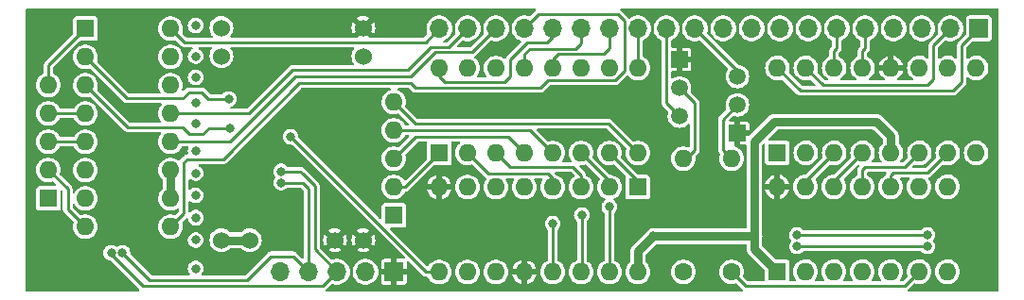
<source format=gbr>
%TF.GenerationSoftware,KiCad,Pcbnew,7.0.7*%
%TF.CreationDate,2023-10-03T22:28:34+01:00*%
%TF.ProjectId,nixie-controller-breakaway,6e697869-652d-4636-9f6e-74726f6c6c65,rev?*%
%TF.SameCoordinates,Original*%
%TF.FileFunction,Copper,L1,Top*%
%TF.FilePolarity,Positive*%
%FSLAX46Y46*%
G04 Gerber Fmt 4.6, Leading zero omitted, Abs format (unit mm)*
G04 Created by KiCad (PCBNEW 7.0.7) date 2023-10-03 22:28:34*
%MOMM*%
%LPD*%
G01*
G04 APERTURE LIST*
%TA.AperFunction,ComponentPad*%
%ADD10R,1.600000X1.600000*%
%TD*%
%TA.AperFunction,ComponentPad*%
%ADD11O,1.600000X1.600000*%
%TD*%
%TA.AperFunction,ComponentPad*%
%ADD12R,1.500000X1.500000*%
%TD*%
%TA.AperFunction,ComponentPad*%
%ADD13C,1.500000*%
%TD*%
%TA.AperFunction,ComponentPad*%
%ADD14C,1.524000*%
%TD*%
%TA.AperFunction,ComponentPad*%
%ADD15C,1.600000*%
%TD*%
%TA.AperFunction,ComponentPad*%
%ADD16R,1.700000X1.700000*%
%TD*%
%TA.AperFunction,ComponentPad*%
%ADD17O,1.700000X1.700000*%
%TD*%
%TA.AperFunction,ViaPad*%
%ADD18C,0.800000*%
%TD*%
%TA.AperFunction,Conductor*%
%ADD19C,0.250000*%
%TD*%
%TA.AperFunction,Conductor*%
%ADD20C,0.800000*%
%TD*%
G04 APERTURE END LIST*
D10*
%TO.P,U1,1,VCC*%
%TO.N,VCC*%
X96769000Y-54092000D03*
D11*
%TO.P,U1,2,XTAL1/PB0*%
%TO.N,/dig_2*%
X99309000Y-54092000D03*
%TO.P,U1,3,XTAL2/PB1*%
%TO.N,/dig_1*%
X101849000Y-54092000D03*
%TO.P,U1,4,~{RESET}/PB3*%
%TO.N,unconnected-(U1-Pad4)*%
X104389000Y-54092000D03*
%TO.P,U1,5,PB2*%
%TO.N,/dig_0*%
X106929000Y-54092000D03*
%TO.P,U1,6,PA7*%
%TO.N,/LHDP*%
X109469000Y-54092000D03*
%TO.P,U1,7,PA6*%
%TO.N,/SDA*%
X112009000Y-54092000D03*
%TO.P,U1,8,PA5*%
%TO.N,/RHDP*%
X112009000Y-46472000D03*
%TO.P,U1,9,PA4*%
%TO.N,/SCL*%
X109469000Y-46472000D03*
%TO.P,U1,10,PA3*%
%TO.N,/num_2*%
X106929000Y-46472000D03*
%TO.P,U1,11,PA2*%
%TO.N,/num_1*%
X104389000Y-46472000D03*
%TO.P,U1,12,PA1*%
%TO.N,/num_3*%
X101849000Y-46472000D03*
%TO.P,U1,13,AREF/PA0*%
%TO.N,/num_0*%
X99309000Y-46472000D03*
%TO.P,U1,14,GND*%
%TO.N,GND*%
X96769000Y-46472000D03*
%TD*%
D12*
%TO.P,Q1,1,E*%
%TO.N,GND*%
X93218000Y-41656000D03*
D13*
%TO.P,Q1,2,B*%
%TO.N,Net-(Q1-Pad2)*%
X93218000Y-39116000D03*
%TO.P,Q1,3,C*%
%TO.N,/CA*%
X93218000Y-36576000D03*
%TD*%
D14*
%TO.P,U6,1,Vcc*%
%TO.N,VCC*%
X49590000Y-51260000D03*
X47050000Y-51260000D03*
%TO.P,U6,2,GND*%
%TO.N,GND*%
X59750000Y-51260000D03*
X59750000Y-34750000D03*
X59750000Y-32210000D03*
X57210000Y-51260000D03*
%TO.P,U6,3,HV*%
%TO.N,HT*%
X47050000Y-34750000D03*
X47050000Y-32210000D03*
%TD*%
D15*
%TO.P,R2,1*%
%TO.N,/RHDP*%
X88392000Y-54102000D03*
D11*
%TO.P,R2,2*%
%TO.N,Net-(Q2-Pad2)*%
X88392000Y-43942000D03*
%TD*%
D10*
%TO.P,U5,1*%
%TO.N,Net-(RN2-Pad5)*%
X34886000Y-32273000D03*
D11*
%TO.P,U5,2*%
%TO.N,/drv_A7*%
X34886000Y-34813000D03*
%TO.P,U5,3*%
%TO.N,/drv_A6*%
X34886000Y-37353000D03*
%TO.P,U5,4*%
%TO.N,Net-(RN2-Pad4)*%
X34886000Y-39893000D03*
%TO.P,U5,5*%
%TO.N,Net-(RN2-Pad3)*%
X34886000Y-42433000D03*
%TO.P,U5,6*%
%TO.N,/drv_A5*%
X34886000Y-44973000D03*
%TO.P,U5,7*%
%TO.N,/drv_A4*%
X34886000Y-47513000D03*
%TO.P,U5,8*%
%TO.N,Net-(RN2-Pad2)*%
X34886000Y-50053000D03*
%TO.P,U5,9*%
%TO.N,/A4*%
X42506000Y-50053000D03*
%TO.P,U5,10*%
%TO.N,HT*%
X42506000Y-47513000D03*
%TO.P,U5,11*%
X42506000Y-44973000D03*
%TO.P,U5,12*%
%TO.N,/A5*%
X42506000Y-42433000D03*
%TO.P,U5,13*%
%TO.N,/A6*%
X42506000Y-39893000D03*
%TO.P,U5,14*%
%TO.N,HT*%
X42506000Y-37353000D03*
%TO.P,U5,15*%
X42506000Y-34813000D03*
%TO.P,U5,16*%
%TO.N,/A7*%
X42506000Y-32273000D03*
%TD*%
D10*
%TO.P,RN2,1,R1.1*%
%TO.N,VCC*%
X31574000Y-47498000D03*
D11*
%TO.P,RN2,2,R1.2*%
%TO.N,Net-(RN2-Pad2)*%
X31574000Y-44958000D03*
%TO.P,RN2,3,R2.2*%
%TO.N,Net-(RN2-Pad3)*%
X31574000Y-42418000D03*
%TO.P,RN2,4,R3.2*%
%TO.N,Net-(RN2-Pad4)*%
X31574000Y-39878000D03*
%TO.P,RN2,5,R4.2*%
%TO.N,Net-(RN2-Pad5)*%
X31574000Y-37338000D03*
%TD*%
D10*
%TO.P,U2,1,~{Q8}*%
%TO.N,/C8*%
X96789000Y-43424000D03*
D11*
%TO.P,U2,2,~{Q9}*%
%TO.N,/C9*%
X99329000Y-43424000D03*
%TO.P,U2,3,A*%
%TO.N,/num_0*%
X101869000Y-43424000D03*
%TO.P,U2,4,D*%
%TO.N,/num_3*%
X104409000Y-43424000D03*
%TO.P,U2,5,VCC*%
%TO.N,VCC*%
X106949000Y-43424000D03*
%TO.P,U2,6,B*%
%TO.N,/num_1*%
X109489000Y-43424000D03*
%TO.P,U2,7,C*%
%TO.N,/num_2*%
X112029000Y-43424000D03*
%TO.P,U2,8,~{Q2}*%
%TO.N,/C2*%
X114569000Y-43424000D03*
%TO.P,U2,9,~{Q3}*%
%TO.N,/C3*%
X114569000Y-35804000D03*
%TO.P,U2,10,~{Q7}*%
%TO.N,/C7*%
X112029000Y-35804000D03*
%TO.P,U2,11,~{Q6}*%
%TO.N,/C6*%
X109489000Y-35804000D03*
%TO.P,U2,12,GND*%
%TO.N,GND*%
X106949000Y-35804000D03*
%TO.P,U2,13,~{Q4}*%
%TO.N,/C4*%
X104409000Y-35804000D03*
%TO.P,U2,14,~{Q5}*%
%TO.N,/C5*%
X101869000Y-35804000D03*
%TO.P,U2,15,~{Q1}*%
%TO.N,/C1*%
X99329000Y-35804000D03*
%TO.P,U2,16,~{Q0}*%
%TO.N,/C0*%
X96789000Y-35804000D03*
%TD*%
D10*
%TO.P,RN1,1,R1.1*%
%TO.N,VCC*%
X62484000Y-49022000D03*
D11*
%TO.P,RN1,2,R1.2*%
%TO.N,Net-(RN1-Pad2)*%
X62484000Y-46482000D03*
%TO.P,RN1,3,R2.2*%
%TO.N,Net-(RN1-Pad3)*%
X62484000Y-43942000D03*
%TO.P,RN1,4,R3.2*%
%TO.N,Net-(RN1-Pad4)*%
X62484000Y-41402000D03*
%TO.P,RN1,5,R4.2*%
%TO.N,Net-(RN1-Pad5)*%
X62484000Y-38862000D03*
%TD*%
D10*
%TO.P,U4,1*%
%TO.N,Net-(RN1-Pad2)*%
X66548000Y-43434000D03*
D11*
%TO.P,U4,2*%
%TO.N,/drv_A3*%
X69088000Y-43434000D03*
%TO.P,U4,3*%
%TO.N,/drv_A2*%
X71628000Y-43434000D03*
%TO.P,U4,4*%
%TO.N,Net-(RN1-Pad3)*%
X74168000Y-43434000D03*
%TO.P,U4,5*%
%TO.N,Net-(RN1-Pad4)*%
X76708000Y-43434000D03*
%TO.P,U4,6*%
%TO.N,/drv_A1*%
X79248000Y-43434000D03*
%TO.P,U4,7*%
%TO.N,/drv_A0*%
X81788000Y-43434000D03*
%TO.P,U4,8*%
%TO.N,Net-(RN1-Pad5)*%
X84328000Y-43434000D03*
%TO.P,U4,9*%
%TO.N,/A0*%
X84328000Y-35814000D03*
%TO.P,U4,10*%
%TO.N,HT*%
X81788000Y-35814000D03*
%TO.P,U4,11*%
X79248000Y-35814000D03*
%TO.P,U4,12*%
%TO.N,/A1*%
X76708000Y-35814000D03*
%TO.P,U4,13*%
%TO.N,/A2*%
X74168000Y-35814000D03*
%TO.P,U4,14*%
%TO.N,HT*%
X71628000Y-35814000D03*
%TO.P,U4,15*%
X69088000Y-35814000D03*
%TO.P,U4,16*%
%TO.N,/A3*%
X66548000Y-35814000D03*
%TD*%
D15*
%TO.P,R1,1*%
%TO.N,/LHDP*%
X92710000Y-54102000D03*
D11*
%TO.P,R1,2*%
%TO.N,Net-(Q1-Pad2)*%
X92710000Y-43942000D03*
%TD*%
D10*
%TO.P,U3,1,~{Q0}*%
%TO.N,/drv_A0*%
X84300000Y-46500000D03*
D11*
%TO.P,U3,2,~{Q1}*%
%TO.N,/drv_A1*%
X81760000Y-46500000D03*
%TO.P,U3,3,~{Q2}*%
%TO.N,/drv_A2*%
X79220000Y-46500000D03*
%TO.P,U3,4,~{Q3}*%
%TO.N,/drv_A3*%
X76680000Y-46500000D03*
%TO.P,U3,5,~{Q4}*%
%TO.N,/drv_A4*%
X74140000Y-46500000D03*
%TO.P,U3,6,~{Q5}*%
%TO.N,/drv_A5*%
X71600000Y-46500000D03*
%TO.P,U3,7,~{Q6}*%
%TO.N,/drv_A6*%
X69060000Y-46500000D03*
%TO.P,U3,8,GND*%
%TO.N,GND*%
X66520000Y-46500000D03*
%TO.P,U3,9,~{Q7}*%
%TO.N,/drv_A7*%
X66520000Y-54120000D03*
%TO.P,U3,10,~{Q8}*%
%TO.N,unconnected-(U3-Pad10)*%
X69060000Y-54120000D03*
%TO.P,U3,11,~{Q9}*%
%TO.N,unconnected-(U3-Pad11)*%
X71600000Y-54120000D03*
%TO.P,U3,12,D*%
%TO.N,GND*%
X74140000Y-54120000D03*
%TO.P,U3,13,C*%
%TO.N,/dig_2*%
X76680000Y-54120000D03*
%TO.P,U3,14,B*%
%TO.N,/dig_1*%
X79220000Y-54120000D03*
%TO.P,U3,15,A*%
%TO.N,/dig_0*%
X81760000Y-54120000D03*
%TO.P,U3,16,VCC*%
%TO.N,VCC*%
X84300000Y-54120000D03*
%TD*%
D16*
%TO.P,J3,1,Pin_1*%
%TO.N,/C0*%
X114808000Y-32258000D03*
D17*
%TO.P,J3,2,Pin_2*%
%TO.N,/C1*%
X112268000Y-32258000D03*
%TO.P,J3,3,Pin_3*%
%TO.N,/C2*%
X109728000Y-32258000D03*
%TO.P,J3,4,Pin_4*%
%TO.N,/C3*%
X107188000Y-32258000D03*
%TO.P,J3,5,Pin_5*%
%TO.N,/C4*%
X104648000Y-32258000D03*
%TO.P,J3,6,Pin_6*%
%TO.N,/C5*%
X102108000Y-32258000D03*
%TO.P,J3,7,Pin_7*%
%TO.N,/C6*%
X99568000Y-32258000D03*
%TO.P,J3,8,Pin_8*%
%TO.N,/C7*%
X97028000Y-32258000D03*
%TO.P,J3,9,Pin_9*%
%TO.N,/C8*%
X94488000Y-32258000D03*
%TO.P,J3,10,Pin_10*%
%TO.N,/C9*%
X91948000Y-32258000D03*
%TO.P,J3,11,Pin_11*%
%TO.N,/CA*%
X89408000Y-32258000D03*
%TO.P,J3,12,Pin_12*%
%TO.N,/CB*%
X86868000Y-32258000D03*
%TO.P,J3,13,Pin_13*%
%TO.N,/A0*%
X84328000Y-32258000D03*
%TO.P,J3,14,Pin_14*%
%TO.N,/A1*%
X81788000Y-32258000D03*
%TO.P,J3,15,Pin_15*%
%TO.N,/A2*%
X79248000Y-32258000D03*
%TO.P,J3,16,Pin_16*%
%TO.N,/A3*%
X76708000Y-32258000D03*
%TO.P,J3,17,Pin_17*%
%TO.N,/A4*%
X74168000Y-32258000D03*
%TO.P,J3,18,Pin_18*%
%TO.N,/A5*%
X71628000Y-32258000D03*
%TO.P,J3,19,Pin_19*%
%TO.N,/A6*%
X69088000Y-32258000D03*
%TO.P,J3,20,Pin_20*%
%TO.N,/A7*%
X66548000Y-32258000D03*
%TD*%
D16*
%TO.P,J1,1,Pin_1*%
%TO.N,GND*%
X62484000Y-54102000D03*
D17*
%TO.P,J1,2,Pin_2*%
%TO.N,unconnected-(J1-Pad2)*%
X59944000Y-54102000D03*
%TO.P,J1,3,Pin_3*%
%TO.N,/SCL*%
X57404000Y-54102000D03*
%TO.P,J1,4,Pin_4*%
%TO.N,/SDA*%
X54864000Y-54102000D03*
%TO.P,J1,5,Pin_5*%
%TO.N,VCC*%
X52324000Y-54102000D03*
%TD*%
D12*
%TO.P,Q2,1,E*%
%TO.N,GND*%
X88032000Y-35052000D03*
D13*
%TO.P,Q2,2,B*%
%TO.N,Net-(Q2-Pad2)*%
X88032000Y-37592000D03*
%TO.P,Q2,3,C*%
%TO.N,/CB*%
X88032000Y-40132000D03*
%TD*%
D18*
%TO.N,VCC*%
X94742000Y-50900000D03*
%TO.N,*%
X44750000Y-47250000D03*
X44750000Y-45250000D03*
X44750000Y-36650000D03*
X44750000Y-51250000D03*
X44750000Y-49250000D03*
X44750000Y-38950000D03*
X44750000Y-53800000D03*
X44750000Y-43250000D03*
X44750000Y-40800000D03*
X44750000Y-32000000D03*
X44750000Y-34750000D03*
%TO.N,GND*%
X112776000Y-48768000D03*
X115316000Y-54864000D03*
X47200000Y-45200000D03*
X48525000Y-48100000D03*
X110236000Y-48768000D03*
X62484000Y-31750000D03*
X30812000Y-31750000D03*
X30800000Y-54800000D03*
X40210000Y-52400000D03*
%TO.N,/SCL*%
X37200497Y-52400000D03*
X52400000Y-45100497D03*
X110200000Y-51816000D03*
X98552000Y-51816000D03*
%TO.N,/SDA*%
X110200000Y-50800000D03*
X52400000Y-46100000D03*
X38200000Y-52400000D03*
X98552000Y-50800000D03*
%TO.N,VCC*%
X85700000Y-50900000D03*
%TO.N,/dig_0*%
X81760000Y-48275500D03*
%TO.N,/dig_1*%
X79300000Y-49000000D03*
%TO.N,/dig_2*%
X76700000Y-49800000D03*
%TO.N,/drv_A7*%
X47700000Y-38600000D03*
X53234500Y-41975500D03*
%TO.N,/drv_A6*%
X47800000Y-41200000D03*
%TD*%
D19*
%TO.N,/dig_2*%
X76680000Y-49820000D02*
X76680000Y-54120000D01*
X76700000Y-49800000D02*
X76680000Y-49820000D01*
%TO.N,/dig_0*%
X81760000Y-48275500D02*
X81760000Y-54120000D01*
D20*
%TO.N,VCC*%
X94742000Y-52070000D02*
X94742000Y-50900000D01*
X94742000Y-50900000D02*
X94742000Y-42418000D01*
X85700000Y-50900000D02*
X94742000Y-50900000D01*
X85700000Y-50900000D02*
X84328000Y-52272000D01*
X84328000Y-52272000D02*
X84328000Y-54102000D01*
D19*
%TO.N,/SCL*%
X40000000Y-55400000D02*
X56106000Y-55400000D01*
X37200497Y-52600497D02*
X40000000Y-55400000D01*
X55400000Y-50800000D02*
X55400000Y-46400000D01*
X54300000Y-45300000D02*
X54100497Y-45100497D01*
X54100497Y-45100497D02*
X52400000Y-45100497D01*
X56106000Y-55400000D02*
X57404000Y-54102000D01*
X55400000Y-52098000D02*
X55400000Y-50800000D01*
X55400000Y-46400000D02*
X54300000Y-45300000D01*
X98552000Y-51816000D02*
X110200000Y-51816000D01*
X37200497Y-52400000D02*
X37200497Y-52600497D01*
X57404000Y-54102000D02*
X55400000Y-52098000D01*
%TO.N,/SDA*%
X53462000Y-52700000D02*
X51500000Y-52700000D01*
X51500000Y-52700000D02*
X49373000Y-54827000D01*
X54864000Y-46664000D02*
X54300000Y-46100000D01*
X54864000Y-51364000D02*
X54864000Y-46664000D01*
X54300000Y-46100000D02*
X52400000Y-46100000D01*
X110200000Y-50800000D02*
X98552000Y-50800000D01*
X49373000Y-54827000D02*
X40627000Y-54827000D01*
X40627000Y-54827000D02*
X38200000Y-52400000D01*
X54864000Y-54102000D02*
X53462000Y-52700000D01*
X54864000Y-54102000D02*
X54864000Y-51364000D01*
D20*
%TO.N,VCC*%
X96520000Y-40640000D02*
X105664000Y-40640000D01*
X94742000Y-42418000D02*
X96520000Y-40640000D01*
X105664000Y-40640000D02*
X106949000Y-41925000D01*
X96769000Y-54092000D02*
X96764000Y-54092000D01*
X96764000Y-54092000D02*
X94742000Y-52070000D01*
X106949000Y-41925000D02*
X106949000Y-43424000D01*
X47050000Y-51260000D02*
X49590000Y-51260000D01*
D19*
%TO.N,/C0*%
X113284000Y-33782000D02*
X114808000Y-32258000D01*
X113284000Y-37084000D02*
X113284000Y-33782000D01*
X98831000Y-37846000D02*
X112522000Y-37846000D01*
X96789000Y-35804000D02*
X98831000Y-37846000D01*
X112522000Y-37846000D02*
X113284000Y-37084000D01*
%TO.N,/C1*%
X110744000Y-33782000D02*
X112268000Y-32258000D01*
X99329000Y-35804000D02*
X100863000Y-37338000D01*
X110744000Y-36830000D02*
X110744000Y-33782000D01*
X110236000Y-37338000D02*
X110744000Y-36830000D01*
X100863000Y-37338000D02*
X110236000Y-37338000D01*
%TO.N,/C4*%
X104648000Y-34036000D02*
X104648000Y-32258000D01*
X104409000Y-34275000D02*
X104648000Y-34036000D01*
X104409000Y-35804000D02*
X104409000Y-34275000D01*
%TO.N,/C5*%
X101869000Y-34275000D02*
X102108000Y-34036000D01*
X101869000Y-35804000D02*
X101869000Y-34275000D01*
X102108000Y-34036000D02*
X102108000Y-32258000D01*
%TO.N,/CA*%
X89408000Y-32258000D02*
X93218000Y-36068000D01*
X93218000Y-36068000D02*
X93218000Y-36576000D01*
%TO.N,/CB*%
X86868000Y-38968000D02*
X88032000Y-40132000D01*
X86868000Y-32258000D02*
X86868000Y-38968000D01*
%TO.N,/A0*%
X84328000Y-35814000D02*
X84328000Y-32258000D01*
%TO.N,/A1*%
X81280000Y-34544000D02*
X81788000Y-34036000D01*
X76708000Y-35814000D02*
X76708000Y-35052000D01*
X77216000Y-34544000D02*
X81280000Y-34544000D01*
X76708000Y-35052000D02*
X77216000Y-34544000D01*
X81788000Y-34036000D02*
X81788000Y-32258000D01*
%TO.N,/A2*%
X79248000Y-33586480D02*
X78740000Y-34094480D01*
X74168000Y-34544000D02*
X74168000Y-35814000D01*
X74617520Y-34094480D02*
X74168000Y-34544000D01*
X78740000Y-34094480D02*
X74617520Y-34094480D01*
X79248000Y-32258000D02*
X79248000Y-33586480D01*
%TO.N,/A3*%
X72390000Y-37084000D02*
X67056000Y-37084000D01*
X67056000Y-37084000D02*
X66548000Y-36576000D01*
X76200000Y-33528000D02*
X74422000Y-33528000D01*
X66548000Y-36576000D02*
X66548000Y-35814000D01*
X74422000Y-33528000D02*
X72898000Y-35052000D01*
X72898000Y-36576000D02*
X72390000Y-37084000D01*
X72898000Y-35052000D02*
X72898000Y-36576000D01*
X76708000Y-32258000D02*
X76708000Y-33020000D01*
X76708000Y-33020000D02*
X76200000Y-33528000D01*
%TO.N,/A4*%
X76242009Y-36939000D02*
X82253991Y-36939000D01*
X75581009Y-37600000D02*
X76242009Y-36939000D01*
X82253991Y-36939000D02*
X83100000Y-36092991D01*
X83100000Y-36092991D02*
X83100000Y-31600000D01*
X54000000Y-37200000D02*
X64000000Y-37200000D01*
X82500000Y-31000000D02*
X75426000Y-31000000D01*
X47200000Y-44000000D02*
X54000000Y-37200000D01*
X83100000Y-31600000D02*
X82500000Y-31000000D01*
X44000000Y-44000000D02*
X47200000Y-44000000D01*
X64400000Y-37600000D02*
X75581009Y-37600000D01*
X75426000Y-31000000D02*
X74168000Y-32258000D01*
X43700000Y-48859000D02*
X43700000Y-44300000D01*
X42506000Y-50053000D02*
X43700000Y-48859000D01*
X64000000Y-37200000D02*
X64400000Y-37600000D01*
X43700000Y-44300000D02*
X44000000Y-44000000D01*
%TO.N,/A5*%
X69486000Y-34400000D02*
X66200000Y-34400000D01*
X64000000Y-36600000D02*
X53650000Y-36600000D01*
X71628000Y-32258000D02*
X69486000Y-34400000D01*
X53650000Y-36600000D02*
X47817000Y-42433000D01*
X47817000Y-42433000D02*
X42506000Y-42433000D01*
X66200000Y-34400000D02*
X64000000Y-36600000D01*
%TO.N,/A6*%
X63700000Y-36000000D02*
X65750000Y-33950000D01*
X53400000Y-36000000D02*
X63700000Y-36000000D01*
X67396000Y-33950000D02*
X69088000Y-32258000D01*
X49507000Y-39893000D02*
X53400000Y-36000000D01*
X42506000Y-39893000D02*
X49507000Y-39893000D01*
X65750000Y-33950000D02*
X67396000Y-33950000D01*
%TO.N,/A7*%
X42506000Y-32273000D02*
X43733000Y-33500000D01*
X65306000Y-33500000D02*
X66548000Y-32258000D01*
X43733000Y-33500000D02*
X65306000Y-33500000D01*
%TO.N,Net-(Q1-Pad2)*%
X91910001Y-40423999D02*
X91910001Y-43142001D01*
X93218000Y-39116000D02*
X91910001Y-40423999D01*
X91910001Y-43142001D02*
X92710000Y-43942000D01*
%TO.N,Net-(Q2-Pad2)*%
X89408000Y-43180000D02*
X88646000Y-43942000D01*
X89408000Y-38968000D02*
X89408000Y-43180000D01*
X88032000Y-37592000D02*
X89408000Y-38968000D01*
X88646000Y-43942000D02*
X88392000Y-43942000D01*
%TO.N,/LHDP*%
X92710000Y-54102000D02*
X93980000Y-55372000D01*
X93980000Y-55372000D02*
X108189000Y-55372000D01*
X108189000Y-55372000D02*
X109469000Y-54092000D01*
%TO.N,/dig_1*%
X79300000Y-49000000D02*
X79300000Y-54040000D01*
X79300000Y-54040000D02*
X79220000Y-54120000D01*
%TO.N,/num_3*%
X104409000Y-43424000D02*
X101849000Y-45984000D01*
X101849000Y-45984000D02*
X101849000Y-46472000D01*
%TO.N,/num_2*%
X107188000Y-45212000D02*
X110241000Y-45212000D01*
X106929000Y-46472000D02*
X106929000Y-45471000D01*
X110241000Y-45212000D02*
X112029000Y-43424000D01*
X106929000Y-45471000D02*
X107188000Y-45212000D01*
%TO.N,/num_1*%
X109489000Y-43424000D02*
X108209000Y-44704000D01*
X104389000Y-44963000D02*
X104389000Y-46472000D01*
X104648000Y-44704000D02*
X104389000Y-44963000D01*
X108209000Y-44704000D02*
X104648000Y-44704000D01*
%TO.N,/num_0*%
X101869000Y-43424000D02*
X99309000Y-45984000D01*
X99309000Y-45984000D02*
X99309000Y-46472000D01*
%TO.N,/drv_A7*%
X34886000Y-34813000D02*
X38623000Y-38550000D01*
X45900000Y-38600000D02*
X47700000Y-38600000D01*
X38623000Y-38550000D02*
X43600000Y-38550000D01*
X43600000Y-38550000D02*
X44150000Y-38000000D01*
X65379000Y-54120000D02*
X66520000Y-54120000D01*
X53234500Y-41975500D02*
X65379000Y-54120000D01*
X44150000Y-38000000D02*
X45300000Y-38000000D01*
X45300000Y-38000000D02*
X45900000Y-38600000D01*
%TO.N,/drv_A6*%
X44200000Y-41750000D02*
X43600000Y-41150000D01*
X43600000Y-41150000D02*
X38683000Y-41150000D01*
X45925000Y-41200000D02*
X45375000Y-41750000D01*
X47800000Y-41200000D02*
X45925000Y-41200000D01*
X38683000Y-41150000D02*
X34886000Y-37353000D01*
X47750000Y-41150000D02*
X47800000Y-41200000D01*
X45375000Y-41750000D02*
X44200000Y-41750000D01*
%TO.N,/drv_A3*%
X70954000Y-45300000D02*
X76300000Y-45300000D01*
X76700000Y-46480000D02*
X76680000Y-46500000D01*
X76300000Y-45300000D02*
X76700000Y-45700000D01*
X76700000Y-45700000D02*
X76700000Y-46480000D01*
X69088000Y-43434000D02*
X70954000Y-45300000D01*
%TO.N,/drv_A2*%
X72894000Y-44700000D02*
X78500000Y-44700000D01*
X71628000Y-43434000D02*
X72894000Y-44700000D01*
X79220000Y-45420000D02*
X79220000Y-46500000D01*
X78500000Y-44700000D02*
X79220000Y-45420000D01*
%TO.N,/drv_A1*%
X79248000Y-43434000D02*
X81760000Y-45946000D01*
X81760000Y-45946000D02*
X81760000Y-46500000D01*
%TO.N,/drv_A0*%
X81788000Y-43434000D02*
X84300000Y-45946000D01*
X84375000Y-46021000D02*
X84375000Y-46700000D01*
X84300000Y-45946000D02*
X84300000Y-46500000D01*
D20*
%TO.N,HT*%
X42506000Y-47513000D02*
X42506000Y-44973000D01*
D19*
%TO.N,Net-(RN1-Pad2)*%
X63518000Y-46482000D02*
X62484000Y-46482000D01*
X66548000Y-43452000D02*
X63518000Y-46482000D01*
X66548000Y-43434000D02*
X66548000Y-43452000D01*
%TO.N,Net-(RN1-Pad3)*%
X64426000Y-42000000D02*
X72734000Y-42000000D01*
X72734000Y-42000000D02*
X74168000Y-43434000D01*
X62484000Y-43942000D02*
X64426000Y-42000000D01*
%TO.N,Net-(RN1-Pad4)*%
X74676000Y-41402000D02*
X62484000Y-41402000D01*
X76708000Y-43434000D02*
X74676000Y-41402000D01*
%TO.N,Net-(RN1-Pad5)*%
X81694000Y-40800000D02*
X84328000Y-43434000D01*
X62484000Y-38862000D02*
X64422000Y-40800000D01*
X64422000Y-40800000D02*
X81694000Y-40800000D01*
%TO.N,Net-(RN2-Pad2)*%
X33300000Y-48500000D02*
X33333000Y-48500000D01*
X31574000Y-44958000D02*
X33300000Y-46684000D01*
X33300000Y-46684000D02*
X33300000Y-48500000D01*
X33333000Y-48500000D02*
X34886000Y-50053000D01*
%TO.N,Net-(RN2-Pad3)*%
X31574000Y-42418000D02*
X34871000Y-42418000D01*
X34871000Y-42418000D02*
X34886000Y-42433000D01*
%TO.N,Net-(RN2-Pad4)*%
X31574000Y-39878000D02*
X34871000Y-39878000D01*
X34871000Y-39878000D02*
X34886000Y-39893000D01*
%TO.N,Net-(RN2-Pad5)*%
X31574000Y-37338000D02*
X31574000Y-35585000D01*
X31574000Y-35585000D02*
X34886000Y-32273000D01*
%TD*%
%TA.AperFunction,Conductor*%
%TO.N,GND*%
G36*
X75152935Y-30509407D02*
G01*
X75188899Y-30558907D01*
X75188899Y-30620093D01*
X75164746Y-30659505D01*
X75102047Y-30722200D01*
X75102030Y-30722221D01*
X74669191Y-31155060D01*
X74614674Y-31182837D01*
X74563425Y-31177371D01*
X74484197Y-31146678D01*
X74274610Y-31107500D01*
X74061390Y-31107500D01*
X73851804Y-31146678D01*
X73652980Y-31223702D01*
X73652975Y-31223705D01*
X73471699Y-31335946D01*
X73471692Y-31335952D01*
X73314135Y-31479586D01*
X73314131Y-31479589D01*
X73314128Y-31479593D01*
X73314124Y-31479597D01*
X73314125Y-31479597D01*
X73185635Y-31649743D01*
X73185630Y-31649752D01*
X73090596Y-31840608D01*
X73090595Y-31840611D01*
X73083457Y-31865698D01*
X73032244Y-32045688D01*
X73012571Y-32258000D01*
X73032244Y-32470311D01*
X73055449Y-32551867D01*
X73090595Y-32675389D01*
X73185634Y-32866255D01*
X73314128Y-33036407D01*
X73314135Y-33036413D01*
X73471692Y-33180047D01*
X73471699Y-33180053D01*
X73553783Y-33230877D01*
X73652981Y-33292298D01*
X73801758Y-33349934D01*
X73849188Y-33388584D01*
X73864842Y-33447733D01*
X73842739Y-33504787D01*
X73835998Y-33512252D01*
X72644780Y-34703471D01*
X72549472Y-34798778D01*
X72549470Y-34798782D01*
X72537614Y-34822050D01*
X72529500Y-34835291D01*
X72514150Y-34856418D01*
X72506081Y-34881253D01*
X72500138Y-34895601D01*
X72488281Y-34918872D01*
X72488026Y-34919659D01*
X72487540Y-34920327D01*
X72484745Y-34925814D01*
X72483875Y-34925371D01*
X72452060Y-34969158D01*
X72393869Y-34988064D01*
X72335679Y-34969155D01*
X72327177Y-34962226D01*
X72294043Y-34932021D01*
X72294041Y-34932019D01*
X72120637Y-34824652D01*
X71930456Y-34750976D01*
X71930455Y-34750975D01*
X71930453Y-34750975D01*
X71729976Y-34713500D01*
X71526024Y-34713500D01*
X71325546Y-34750975D01*
X71308897Y-34757425D01*
X71135363Y-34824652D01*
X70972696Y-34925371D01*
X70961959Y-34932019D01*
X70822207Y-35059420D01*
X70811236Y-35069421D01*
X70795912Y-35089713D01*
X70688328Y-35232177D01*
X70688323Y-35232186D01*
X70597665Y-35414253D01*
X70597418Y-35414750D01*
X70541603Y-35610917D01*
X70522785Y-35814000D01*
X70541603Y-36017083D01*
X70597418Y-36213250D01*
X70688327Y-36395821D01*
X70761444Y-36492644D01*
X70766878Y-36499839D01*
X70786858Y-36557670D01*
X70769030Y-36616200D01*
X70720203Y-36653073D01*
X70687875Y-36658500D01*
X70028125Y-36658500D01*
X69969934Y-36639593D01*
X69933970Y-36590093D01*
X69933970Y-36528907D01*
X69949122Y-36499839D01*
X69953084Y-36494593D01*
X70027673Y-36395821D01*
X70118582Y-36213250D01*
X70174397Y-36017083D01*
X70193215Y-35814000D01*
X70174397Y-35610917D01*
X70118582Y-35414750D01*
X70027673Y-35232179D01*
X69904764Y-35069421D01*
X69754041Y-34932019D01*
X69737890Y-34922019D01*
X69734268Y-34919776D01*
X69694747Y-34873066D01*
X69690230Y-34812048D01*
X69722440Y-34760028D01*
X69733610Y-34752602D01*
X69739214Y-34748530D01*
X69739220Y-34748528D01*
X69834528Y-34653220D01*
X70801630Y-33686117D01*
X71126809Y-33360937D01*
X71181324Y-33333162D01*
X71232573Y-33338628D01*
X71290168Y-33360940D01*
X71311802Y-33369321D01*
X71521390Y-33408500D01*
X71734610Y-33408500D01*
X71944198Y-33369321D01*
X72143019Y-33292298D01*
X72324302Y-33180052D01*
X72481872Y-33036407D01*
X72610366Y-32866255D01*
X72705405Y-32675389D01*
X72763756Y-32470310D01*
X72783429Y-32258000D01*
X72763756Y-32045690D01*
X72705405Y-31840611D01*
X72610366Y-31649745D01*
X72481872Y-31479593D01*
X72354125Y-31363135D01*
X72324307Y-31335952D01*
X72324300Y-31335946D01*
X72143024Y-31223705D01*
X72143019Y-31223702D01*
X71985997Y-31162872D01*
X71944198Y-31146679D01*
X71944197Y-31146678D01*
X71944195Y-31146678D01*
X71734610Y-31107500D01*
X71521390Y-31107500D01*
X71311804Y-31146678D01*
X71112980Y-31223702D01*
X71112975Y-31223705D01*
X70931699Y-31335946D01*
X70931692Y-31335952D01*
X70774135Y-31479586D01*
X70774131Y-31479589D01*
X70774128Y-31479593D01*
X70774124Y-31479597D01*
X70774125Y-31479597D01*
X70645635Y-31649743D01*
X70645630Y-31649752D01*
X70550596Y-31840608D01*
X70550595Y-31840611D01*
X70543457Y-31865698D01*
X70492244Y-32045688D01*
X70472571Y-32258000D01*
X70492244Y-32470311D01*
X70504908Y-32514820D01*
X70547580Y-32664791D01*
X70545319Y-32725933D01*
X70522363Y-32761887D01*
X69338748Y-33945504D01*
X69284231Y-33973281D01*
X69268744Y-33974500D01*
X68212256Y-33974500D01*
X68154065Y-33955593D01*
X68118101Y-33906093D01*
X68118101Y-33844907D01*
X68142252Y-33805497D01*
X68586807Y-33360940D01*
X68641324Y-33333162D01*
X68692573Y-33338628D01*
X68750168Y-33360940D01*
X68771802Y-33369321D01*
X68981390Y-33408500D01*
X69194610Y-33408500D01*
X69404198Y-33369321D01*
X69603019Y-33292298D01*
X69784302Y-33180052D01*
X69941872Y-33036407D01*
X70070366Y-32866255D01*
X70165405Y-32675389D01*
X70223756Y-32470310D01*
X70243429Y-32258000D01*
X70223756Y-32045690D01*
X70165405Y-31840611D01*
X70070366Y-31649745D01*
X69941872Y-31479593D01*
X69814125Y-31363135D01*
X69784307Y-31335952D01*
X69784300Y-31335946D01*
X69603024Y-31223705D01*
X69603019Y-31223702D01*
X69445997Y-31162872D01*
X69404198Y-31146679D01*
X69404197Y-31146678D01*
X69404195Y-31146678D01*
X69194610Y-31107500D01*
X68981390Y-31107500D01*
X68771804Y-31146678D01*
X68572980Y-31223702D01*
X68572975Y-31223705D01*
X68391699Y-31335946D01*
X68391692Y-31335952D01*
X68234135Y-31479586D01*
X68234131Y-31479589D01*
X68234128Y-31479593D01*
X68234124Y-31479597D01*
X68234125Y-31479597D01*
X68105635Y-31649743D01*
X68105630Y-31649752D01*
X68010596Y-31840608D01*
X68010595Y-31840611D01*
X68003457Y-31865698D01*
X67952244Y-32045688D01*
X67932571Y-32258000D01*
X67952244Y-32470311D01*
X67964908Y-32514820D01*
X68007580Y-32664791D01*
X68005319Y-32725933D01*
X67982363Y-32761886D01*
X67248748Y-33495503D01*
X67194231Y-33523281D01*
X67178744Y-33524500D01*
X66993238Y-33524500D01*
X66935047Y-33505593D01*
X66899083Y-33456093D01*
X66899083Y-33394907D01*
X66935047Y-33345407D01*
X66957471Y-33333187D01*
X67063019Y-33292298D01*
X67244302Y-33180052D01*
X67401872Y-33036407D01*
X67530366Y-32866255D01*
X67625405Y-32675389D01*
X67683756Y-32470310D01*
X67703429Y-32258000D01*
X67683756Y-32045690D01*
X67625405Y-31840611D01*
X67530366Y-31649745D01*
X67401872Y-31479593D01*
X67274125Y-31363135D01*
X67244307Y-31335952D01*
X67244300Y-31335946D01*
X67063024Y-31223705D01*
X67063019Y-31223702D01*
X66905997Y-31162872D01*
X66864198Y-31146679D01*
X66864197Y-31146678D01*
X66864195Y-31146678D01*
X66654610Y-31107500D01*
X66441390Y-31107500D01*
X66231804Y-31146678D01*
X66032980Y-31223702D01*
X66032975Y-31223705D01*
X65851699Y-31335946D01*
X65851692Y-31335952D01*
X65694135Y-31479586D01*
X65694131Y-31479589D01*
X65694128Y-31479593D01*
X65694124Y-31479597D01*
X65694125Y-31479597D01*
X65565635Y-31649743D01*
X65565630Y-31649752D01*
X65470596Y-31840608D01*
X65470595Y-31840611D01*
X65463457Y-31865698D01*
X65412244Y-32045688D01*
X65392571Y-32258000D01*
X65412244Y-32470311D01*
X65424908Y-32514820D01*
X65467579Y-32664790D01*
X65467580Y-32664791D01*
X65465319Y-32725935D01*
X65442363Y-32761887D01*
X65158749Y-33045503D01*
X65104232Y-33073281D01*
X65088745Y-33074500D01*
X60296298Y-33074500D01*
X60238107Y-33055593D01*
X60226294Y-33045504D01*
X59891898Y-32711108D01*
X59864121Y-32656591D01*
X59873692Y-32596159D01*
X59914782Y-32554037D01*
X59987251Y-32514820D01*
X60073371Y-32421269D01*
X60090508Y-32382199D01*
X60131195Y-32336506D01*
X60190971Y-32323453D01*
X60247004Y-32348030D01*
X60251172Y-32351963D01*
X60659859Y-32760649D01*
X60659860Y-32760649D01*
X60735907Y-32618376D01*
X60796634Y-32418188D01*
X60796635Y-32418183D01*
X60817139Y-32210003D01*
X60817139Y-32209996D01*
X60796635Y-32001816D01*
X60796634Y-32001811D01*
X60735907Y-31801622D01*
X60659860Y-31659349D01*
X60659859Y-31659349D01*
X60253414Y-32065793D01*
X60198898Y-32093570D01*
X60138466Y-32083999D01*
X60100531Y-32049936D01*
X60067906Y-32000000D01*
X60034187Y-31948388D01*
X59933843Y-31870287D01*
X59933840Y-31870286D01*
X59933839Y-31870285D01*
X59932468Y-31869815D01*
X59931181Y-31868847D01*
X59926626Y-31866382D01*
X59926995Y-31865698D01*
X59883570Y-31833036D01*
X59865630Y-31774540D01*
X59885498Y-31716670D01*
X59894612Y-31706176D01*
X60300649Y-31300138D01*
X60158381Y-31224094D01*
X60158376Y-31224092D01*
X59958188Y-31163365D01*
X59958183Y-31163364D01*
X59750003Y-31142861D01*
X59749997Y-31142861D01*
X59541816Y-31163364D01*
X59541811Y-31163365D01*
X59341623Y-31224092D01*
X59341618Y-31224094D01*
X59199349Y-31300138D01*
X59199348Y-31300139D01*
X59608101Y-31708892D01*
X59635878Y-31763408D01*
X59626307Y-31823840D01*
X59585216Y-31865963D01*
X59512749Y-31905179D01*
X59426627Y-31998733D01*
X59409492Y-32037799D01*
X59368802Y-32083494D01*
X59309025Y-32096545D01*
X59252993Y-32071968D01*
X59248827Y-32068036D01*
X58840139Y-31659348D01*
X58840138Y-31659349D01*
X58764094Y-31801618D01*
X58764093Y-31801622D01*
X58703365Y-32001811D01*
X58703364Y-32001816D01*
X58682861Y-32209996D01*
X58682861Y-32210003D01*
X58703364Y-32418183D01*
X58703365Y-32418188D01*
X58764092Y-32618376D01*
X58764094Y-32618381D01*
X58840138Y-32760649D01*
X59246583Y-32354205D01*
X59301100Y-32326428D01*
X59361532Y-32335999D01*
X59399466Y-32370061D01*
X59465811Y-32471611D01*
X59471557Y-32476083D01*
X59566157Y-32549713D01*
X59567527Y-32550183D01*
X59568809Y-32551147D01*
X59573374Y-32553618D01*
X59573003Y-32554302D01*
X59616426Y-32586961D01*
X59634368Y-32645456D01*
X59614502Y-32703326D01*
X59605386Y-32713822D01*
X59273706Y-33045503D01*
X59219189Y-33073281D01*
X59203702Y-33074500D01*
X47924338Y-33074500D01*
X47866147Y-33055593D01*
X47830183Y-33006093D01*
X47830183Y-32944907D01*
X47847810Y-32912695D01*
X47910960Y-32835746D01*
X47937711Y-32803150D01*
X48036372Y-32618569D01*
X48097127Y-32418286D01*
X48097138Y-32418183D01*
X48117641Y-32210003D01*
X48117641Y-32209996D01*
X48097128Y-32001719D01*
X48097127Y-32001713D01*
X48067844Y-31905180D01*
X48036372Y-31801431D01*
X47937711Y-31616850D01*
X47887028Y-31555093D01*
X47804940Y-31455068D01*
X47804931Y-31455059D01*
X47643154Y-31322292D01*
X47643148Y-31322288D01*
X47601708Y-31300138D01*
X47458569Y-31223628D01*
X47449227Y-31220794D01*
X47258286Y-31162872D01*
X47258280Y-31162871D01*
X47050003Y-31142359D01*
X47049997Y-31142359D01*
X46841719Y-31162871D01*
X46841713Y-31162872D01*
X46641430Y-31223628D01*
X46456851Y-31322288D01*
X46456845Y-31322292D01*
X46295068Y-31455059D01*
X46295059Y-31455068D01*
X46162292Y-31616845D01*
X46162288Y-31616851D01*
X46063628Y-31801430D01*
X46002872Y-32001713D01*
X46002871Y-32001719D01*
X45982359Y-32209996D01*
X45982359Y-32210003D01*
X46002871Y-32418280D01*
X46002872Y-32418286D01*
X46043925Y-32553618D01*
X46063628Y-32618569D01*
X46142294Y-32765743D01*
X46162288Y-32803148D01*
X46162292Y-32803154D01*
X46252190Y-32912695D01*
X46274490Y-32969672D01*
X46259041Y-33028875D01*
X46211744Y-33067690D01*
X46175662Y-33074500D01*
X43950255Y-33074500D01*
X43892064Y-33055593D01*
X43880251Y-33045504D01*
X43571167Y-32736420D01*
X43543390Y-32681903D01*
X43545949Y-32639325D01*
X43592397Y-32476083D01*
X43611215Y-32273000D01*
X43592397Y-32069917D01*
X43572504Y-32000001D01*
X44044355Y-32000001D01*
X44048945Y-32037799D01*
X44064860Y-32168872D01*
X44125182Y-32327930D01*
X44189610Y-32421269D01*
X44221816Y-32467927D01*
X44221818Y-32467930D01*
X44224506Y-32470311D01*
X44349148Y-32580734D01*
X44499775Y-32659790D01*
X44664944Y-32700500D01*
X44664947Y-32700500D01*
X44835053Y-32700500D01*
X44835056Y-32700500D01*
X45000225Y-32659790D01*
X45150852Y-32580734D01*
X45278183Y-32467929D01*
X45374818Y-32327930D01*
X45435140Y-32168872D01*
X45453819Y-32015030D01*
X45455645Y-32000001D01*
X45455645Y-31999998D01*
X45449378Y-31948388D01*
X45435140Y-31831128D01*
X45374818Y-31672070D01*
X45278183Y-31532071D01*
X45218939Y-31479586D01*
X45164015Y-31430927D01*
X45150852Y-31419266D01*
X45000225Y-31340210D01*
X45000224Y-31340209D01*
X45000223Y-31340209D01*
X44835058Y-31299500D01*
X44835056Y-31299500D01*
X44664944Y-31299500D01*
X44664941Y-31299500D01*
X44499776Y-31340209D01*
X44349146Y-31419267D01*
X44221818Y-31532069D01*
X44221816Y-31532072D01*
X44163301Y-31616845D01*
X44125182Y-31672070D01*
X44064860Y-31831128D01*
X44060105Y-31870285D01*
X44044355Y-31999998D01*
X44044355Y-32000001D01*
X43572504Y-32000001D01*
X43536582Y-31873750D01*
X43445673Y-31691179D01*
X43322764Y-31528421D01*
X43172041Y-31391019D01*
X42998637Y-31283652D01*
X42808456Y-31209976D01*
X42808455Y-31209975D01*
X42808453Y-31209975D01*
X42607976Y-31172500D01*
X42404024Y-31172500D01*
X42203546Y-31209975D01*
X42175619Y-31220794D01*
X42013363Y-31283652D01*
X41884992Y-31363136D01*
X41839959Y-31391019D01*
X41689237Y-31528420D01*
X41566328Y-31691177D01*
X41566323Y-31691186D01*
X41477859Y-31868847D01*
X41475418Y-31873750D01*
X41419603Y-32069917D01*
X41400785Y-32273000D01*
X41419603Y-32476083D01*
X41475418Y-32672250D01*
X41566327Y-32854821D01*
X41689236Y-33017579D01*
X41839959Y-33154981D01*
X42013363Y-33262348D01*
X42203544Y-33336024D01*
X42404024Y-33373500D01*
X42607976Y-33373500D01*
X42808456Y-33336024D01*
X42862777Y-33314979D01*
X42923866Y-33311589D01*
X42968542Y-33337290D01*
X43378825Y-33747572D01*
X43378828Y-33747576D01*
X43378829Y-33747576D01*
X43384471Y-33753218D01*
X43384472Y-33753220D01*
X43479780Y-33848528D01*
X43503052Y-33860385D01*
X43516291Y-33868498D01*
X43537419Y-33883849D01*
X43562259Y-33891919D01*
X43576597Y-33897858D01*
X43599874Y-33909719D01*
X43625666Y-33913803D01*
X43640776Y-33917431D01*
X43665607Y-33925500D01*
X43699512Y-33925500D01*
X44411946Y-33925500D01*
X44470137Y-33944407D01*
X44506101Y-33993907D01*
X44506101Y-34055093D01*
X44470137Y-34104593D01*
X44457958Y-34112157D01*
X44372803Y-34156851D01*
X44349146Y-34169267D01*
X44221818Y-34282069D01*
X44221816Y-34282072D01*
X44151004Y-34384661D01*
X44125182Y-34422070D01*
X44068156Y-34572439D01*
X44064860Y-34581129D01*
X44044355Y-34749998D01*
X44044355Y-34750001D01*
X44045573Y-34760028D01*
X44064860Y-34918872D01*
X44125182Y-35077930D01*
X44221816Y-35217927D01*
X44221818Y-35217930D01*
X44226612Y-35222177D01*
X44349148Y-35330734D01*
X44499775Y-35409790D01*
X44664944Y-35450500D01*
X44664947Y-35450500D01*
X44835053Y-35450500D01*
X44835056Y-35450500D01*
X45000225Y-35409790D01*
X45150852Y-35330734D01*
X45278183Y-35217929D01*
X45374818Y-35077930D01*
X45435140Y-34918872D01*
X45455329Y-34752602D01*
X45455645Y-34750001D01*
X45455645Y-34749998D01*
X45449995Y-34703471D01*
X45435140Y-34581128D01*
X45374818Y-34422070D01*
X45278183Y-34282071D01*
X45259988Y-34265952D01*
X45150853Y-34169267D01*
X45150852Y-34169266D01*
X45042045Y-34112159D01*
X44999308Y-34068376D01*
X44990467Y-34007832D01*
X45018902Y-33953655D01*
X45073750Y-33926539D01*
X45088054Y-33925500D01*
X46142835Y-33925500D01*
X46201026Y-33944407D01*
X46236990Y-33993907D01*
X46236990Y-34055093D01*
X46219363Y-34087305D01*
X46162292Y-34156845D01*
X46162288Y-34156851D01*
X46063628Y-34341430D01*
X46002872Y-34541713D01*
X46002871Y-34541719D01*
X45982359Y-34749996D01*
X45982359Y-34750003D01*
X46002871Y-34958280D01*
X46002872Y-34958286D01*
X46054404Y-35128161D01*
X46063628Y-35158569D01*
X46155652Y-35330734D01*
X46162288Y-35343148D01*
X46162292Y-35343154D01*
X46295059Y-35504931D01*
X46295068Y-35504940D01*
X46454860Y-35636078D01*
X46456850Y-35637711D01*
X46641431Y-35736372D01*
X46780957Y-35778696D01*
X46841713Y-35797127D01*
X46841719Y-35797128D01*
X47049997Y-35817641D01*
X47050000Y-35817641D01*
X47050003Y-35817641D01*
X47258280Y-35797128D01*
X47258286Y-35797127D01*
X47258285Y-35797127D01*
X47458569Y-35736372D01*
X47643150Y-35637711D01*
X47804936Y-35504936D01*
X47937711Y-35343150D01*
X48036372Y-35158569D01*
X48097127Y-34958286D01*
X48097138Y-34958183D01*
X48117641Y-34750003D01*
X48117641Y-34749996D01*
X48097128Y-34541719D01*
X48097127Y-34541713D01*
X48060833Y-34422070D01*
X48036372Y-34341431D01*
X47937711Y-34156850D01*
X47926618Y-34143333D01*
X47880637Y-34087305D01*
X47858337Y-34030328D01*
X47873786Y-33971125D01*
X47921082Y-33932310D01*
X47957165Y-33925500D01*
X58843482Y-33925500D01*
X58901673Y-33944407D01*
X58937637Y-33993907D01*
X58937637Y-34055093D01*
X58920010Y-34087306D01*
X58862703Y-34157133D01*
X58764094Y-34341618D01*
X58764092Y-34341623D01*
X58703365Y-34541811D01*
X58703364Y-34541816D01*
X58682861Y-34749996D01*
X58682861Y-34750003D01*
X58703364Y-34958183D01*
X58703365Y-34958188D01*
X58764092Y-35158376D01*
X58764094Y-35158381D01*
X58862703Y-35342866D01*
X58920010Y-35412694D01*
X58942310Y-35469671D01*
X58926862Y-35528874D01*
X58879565Y-35567690D01*
X58843482Y-35574500D01*
X53332606Y-35574500D01*
X53307765Y-35582571D01*
X53292665Y-35586196D01*
X53266872Y-35590281D01*
X53243601Y-35602138D01*
X53229253Y-35608081D01*
X53204424Y-35616148D01*
X53204418Y-35616151D01*
X53183286Y-35631503D01*
X53170051Y-35639613D01*
X53146780Y-35651471D01*
X53122804Y-35675447D01*
X49359748Y-39438504D01*
X49305231Y-39466281D01*
X49289744Y-39467500D01*
X47922850Y-39467500D01*
X47864659Y-39448593D01*
X47828695Y-39399093D01*
X47828695Y-39337907D01*
X47864659Y-39288407D01*
X47899158Y-39272377D01*
X47917239Y-39267920D01*
X47950225Y-39259790D01*
X48100852Y-39180734D01*
X48228183Y-39067929D01*
X48324818Y-38927930D01*
X48385140Y-38768872D01*
X48405645Y-38600000D01*
X48385140Y-38431128D01*
X48324818Y-38272070D01*
X48228183Y-38132071D01*
X48211645Y-38117420D01*
X48100853Y-38019267D01*
X48100852Y-38019266D01*
X47950225Y-37940210D01*
X47950224Y-37940209D01*
X47950223Y-37940209D01*
X47785058Y-37899500D01*
X47785056Y-37899500D01*
X47614944Y-37899500D01*
X47614941Y-37899500D01*
X47449776Y-37940209D01*
X47299146Y-38019267D01*
X47171818Y-38132069D01*
X47167848Y-38136552D01*
X47166874Y-38135689D01*
X47123436Y-38168886D01*
X47090572Y-38174500D01*
X46117255Y-38174500D01*
X46059064Y-38155593D01*
X46047251Y-38145503D01*
X45577195Y-37675446D01*
X45553220Y-37651471D01*
X45553218Y-37651470D01*
X45529950Y-37639615D01*
X45516705Y-37631499D01*
X45495581Y-37616151D01*
X45495579Y-37616150D01*
X45470741Y-37608079D01*
X45456391Y-37602135D01*
X45433126Y-37590281D01*
X45407329Y-37586195D01*
X45392229Y-37582570D01*
X45367393Y-37574500D01*
X45333488Y-37574500D01*
X44217393Y-37574500D01*
X44082607Y-37574500D01*
X44082606Y-37574500D01*
X44057765Y-37582571D01*
X44042665Y-37586196D01*
X44016872Y-37590281D01*
X43993601Y-37602138D01*
X43979253Y-37608081D01*
X43954424Y-37616148D01*
X43954418Y-37616151D01*
X43933286Y-37631503D01*
X43920051Y-37639613D01*
X43896780Y-37651471D01*
X43872804Y-37675447D01*
X43702959Y-37845291D01*
X43648443Y-37873068D01*
X43588011Y-37863497D01*
X43544746Y-37820232D01*
X43535175Y-37759800D01*
X43537731Y-37748210D01*
X43592397Y-37556083D01*
X43611215Y-37353000D01*
X43592397Y-37149917D01*
X43536582Y-36953750D01*
X43445673Y-36771179D01*
X43354164Y-36650001D01*
X44044355Y-36650001D01*
X44048700Y-36685781D01*
X44064860Y-36818872D01*
X44125182Y-36977930D01*
X44214408Y-37107195D01*
X44221816Y-37117927D01*
X44221818Y-37117930D01*
X44252942Y-37145503D01*
X44349148Y-37230734D01*
X44499775Y-37309790D01*
X44664944Y-37350500D01*
X44664947Y-37350500D01*
X44835053Y-37350500D01*
X44835056Y-37350500D01*
X45000225Y-37309790D01*
X45150852Y-37230734D01*
X45278183Y-37117929D01*
X45374818Y-36977930D01*
X45435140Y-36818872D01*
X45454729Y-36657541D01*
X45455645Y-36650001D01*
X45455645Y-36649998D01*
X45446660Y-36576003D01*
X45435140Y-36481128D01*
X45374818Y-36322070D01*
X45278183Y-36182071D01*
X45266860Y-36172040D01*
X45150853Y-36069267D01*
X45150852Y-36069266D01*
X45000225Y-35990210D01*
X45000224Y-35990209D01*
X45000223Y-35990209D01*
X44835058Y-35949500D01*
X44835056Y-35949500D01*
X44664944Y-35949500D01*
X44664941Y-35949500D01*
X44499776Y-35990209D01*
X44349146Y-36069267D01*
X44221818Y-36182069D01*
X44221816Y-36182072D01*
X44162905Y-36267419D01*
X44125182Y-36322070D01*
X44064860Y-36481128D01*
X44063462Y-36492644D01*
X44044355Y-36649998D01*
X44044355Y-36650001D01*
X43354164Y-36650001D01*
X43322764Y-36608421D01*
X43172041Y-36471019D01*
X42998637Y-36363652D01*
X42808456Y-36289976D01*
X42808455Y-36289975D01*
X42808453Y-36289975D01*
X42607976Y-36252500D01*
X42404024Y-36252500D01*
X42203546Y-36289975D01*
X42144068Y-36313017D01*
X42013363Y-36363652D01*
X41864185Y-36456019D01*
X41839959Y-36471019D01*
X41793360Y-36513500D01*
X41689236Y-36608421D01*
X41665696Y-36639593D01*
X41566328Y-36771177D01*
X41566323Y-36771186D01*
X41482887Y-36938750D01*
X41475418Y-36953750D01*
X41428704Y-37117930D01*
X41419603Y-37149917D01*
X41402832Y-37330914D01*
X41400785Y-37353000D01*
X41419603Y-37556083D01*
X41475418Y-37752250D01*
X41566327Y-37934821D01*
X41566328Y-37934822D01*
X41566332Y-37934828D01*
X41589751Y-37965840D01*
X41609730Y-38023671D01*
X41591901Y-38082201D01*
X41543074Y-38119073D01*
X41510747Y-38124500D01*
X38840255Y-38124500D01*
X38782064Y-38105593D01*
X38770251Y-38095504D01*
X35951167Y-35276419D01*
X35923390Y-35221902D01*
X35925949Y-35179326D01*
X35972397Y-35016083D01*
X35991215Y-34813000D01*
X41400785Y-34813000D01*
X41419603Y-35016083D01*
X41465430Y-35177148D01*
X41475419Y-35212252D01*
X41534936Y-35331780D01*
X41566327Y-35394821D01*
X41689236Y-35557579D01*
X41839959Y-35694981D01*
X42013363Y-35802348D01*
X42203544Y-35876024D01*
X42404024Y-35913500D01*
X42607976Y-35913500D01*
X42808456Y-35876024D01*
X42998637Y-35802348D01*
X43172041Y-35694981D01*
X43322764Y-35557579D01*
X43445673Y-35394821D01*
X43536582Y-35212250D01*
X43592397Y-35016083D01*
X43611215Y-34813000D01*
X43592397Y-34609917D01*
X43536582Y-34413750D01*
X43445673Y-34231179D01*
X43322764Y-34068421D01*
X43172041Y-33931019D01*
X42998637Y-33823652D01*
X42808456Y-33749976D01*
X42808455Y-33749975D01*
X42808453Y-33749975D01*
X42607976Y-33712500D01*
X42404024Y-33712500D01*
X42203546Y-33749975D01*
X42195175Y-33753218D01*
X42013363Y-33823652D01*
X41839959Y-33931019D01*
X41689236Y-34068421D01*
X41674975Y-34087306D01*
X41566328Y-34231177D01*
X41566323Y-34231186D01*
X41477142Y-34410287D01*
X41475418Y-34413750D01*
X41419603Y-34609917D01*
X41400785Y-34813000D01*
X35991215Y-34813000D01*
X35972397Y-34609917D01*
X35916582Y-34413750D01*
X35825673Y-34231179D01*
X35702764Y-34068421D01*
X35552041Y-33931019D01*
X35378637Y-33823652D01*
X35188456Y-33749976D01*
X35188455Y-33749975D01*
X35188453Y-33749975D01*
X34987976Y-33712500D01*
X34784024Y-33712500D01*
X34583546Y-33749975D01*
X34575175Y-33753218D01*
X34393363Y-33823652D01*
X34219959Y-33931019D01*
X34069236Y-34068421D01*
X34054975Y-34087306D01*
X33946328Y-34231177D01*
X33946323Y-34231186D01*
X33857142Y-34410287D01*
X33855418Y-34413750D01*
X33799603Y-34609917D01*
X33780785Y-34813000D01*
X33799603Y-35016083D01*
X33845430Y-35177148D01*
X33855419Y-35212252D01*
X33914936Y-35331780D01*
X33946327Y-35394821D01*
X34069236Y-35557579D01*
X34219959Y-35694981D01*
X34393363Y-35802348D01*
X34583544Y-35876024D01*
X34784024Y-35913500D01*
X34987976Y-35913500D01*
X35188456Y-35876024D01*
X35242777Y-35854979D01*
X35303868Y-35851590D01*
X35348543Y-35877291D01*
X36819972Y-37348719D01*
X38274470Y-38803217D01*
X38274472Y-38803220D01*
X38369780Y-38898528D01*
X38393052Y-38910385D01*
X38406291Y-38918498D01*
X38427419Y-38933849D01*
X38452259Y-38941919D01*
X38466597Y-38947858D01*
X38489874Y-38959719D01*
X38515666Y-38963803D01*
X38530775Y-38967431D01*
X38534071Y-38968502D01*
X38555607Y-38975500D01*
X38589512Y-38975500D01*
X41623374Y-38975500D01*
X41681565Y-38994407D01*
X41717529Y-39043907D01*
X41717529Y-39105093D01*
X41691967Y-39144716D01*
X41692320Y-39145038D01*
X41690406Y-39147136D01*
X41690066Y-39147663D01*
X41689236Y-39148421D01*
X41634262Y-39221218D01*
X41566328Y-39311177D01*
X41566323Y-39311186D01*
X41482887Y-39478750D01*
X41475418Y-39493750D01*
X41419603Y-39689917D01*
X41400785Y-39893000D01*
X41419603Y-40096083D01*
X41475026Y-40290873D01*
X41475419Y-40292252D01*
X41547492Y-40436996D01*
X41566327Y-40474821D01*
X41615706Y-40540210D01*
X41635061Y-40565839D01*
X41655040Y-40623671D01*
X41637211Y-40682201D01*
X41588384Y-40719073D01*
X41556057Y-40724500D01*
X38900256Y-40724500D01*
X38842065Y-40705593D01*
X38830252Y-40695504D01*
X35951167Y-37816419D01*
X35923390Y-37761902D01*
X35925949Y-37719326D01*
X35972397Y-37556083D01*
X35991215Y-37353000D01*
X35972397Y-37149917D01*
X35916582Y-36953750D01*
X35825673Y-36771179D01*
X35702764Y-36608421D01*
X35552041Y-36471019D01*
X35378637Y-36363652D01*
X35188456Y-36289976D01*
X35188455Y-36289975D01*
X35188453Y-36289975D01*
X34987976Y-36252500D01*
X34784024Y-36252500D01*
X34583546Y-36289975D01*
X34524068Y-36313017D01*
X34393363Y-36363652D01*
X34244185Y-36456019D01*
X34219959Y-36471019D01*
X34173360Y-36513500D01*
X34069236Y-36608421D01*
X34045696Y-36639593D01*
X33946328Y-36771177D01*
X33946323Y-36771186D01*
X33862887Y-36938750D01*
X33855418Y-36953750D01*
X33808704Y-37117930D01*
X33799603Y-37149917D01*
X33782832Y-37330914D01*
X33780785Y-37353000D01*
X33799603Y-37556083D01*
X33855418Y-37752250D01*
X33946327Y-37934821D01*
X34069236Y-38097579D01*
X34219959Y-38234981D01*
X34393363Y-38342348D01*
X34583544Y-38416024D01*
X34784024Y-38453500D01*
X34987976Y-38453500D01*
X35188456Y-38416024D01*
X35242777Y-38394979D01*
X35303868Y-38391590D01*
X35348543Y-38417291D01*
X38334471Y-41403220D01*
X38388321Y-41457069D01*
X38429780Y-41498528D01*
X38453050Y-41510384D01*
X38466291Y-41518498D01*
X38487419Y-41533849D01*
X38512259Y-41541919D01*
X38526597Y-41547858D01*
X38549874Y-41559719D01*
X38575666Y-41563803D01*
X38590776Y-41567431D01*
X38615607Y-41575500D01*
X38649512Y-41575500D01*
X41575692Y-41575500D01*
X41633883Y-41594407D01*
X41669847Y-41643907D01*
X41669847Y-41705093D01*
X41654698Y-41734155D01*
X41604032Y-41801250D01*
X41566328Y-41851177D01*
X41566323Y-41851186D01*
X41475419Y-42033747D01*
X41419603Y-42229917D01*
X41404645Y-42391348D01*
X41400785Y-42433000D01*
X41419603Y-42636083D01*
X41475418Y-42832250D01*
X41566327Y-43014821D01*
X41689236Y-43177579D01*
X41839959Y-43314981D01*
X42013363Y-43422348D01*
X42203544Y-43496024D01*
X42404024Y-43533500D01*
X42607976Y-43533500D01*
X42808456Y-43496024D01*
X42998637Y-43422348D01*
X43172041Y-43314981D01*
X43322764Y-43177579D01*
X43445673Y-43014821D01*
X43496188Y-42913371D01*
X43539050Y-42869710D01*
X43584809Y-42858500D01*
X44005865Y-42858500D01*
X44064056Y-42877407D01*
X44100020Y-42926907D01*
X44100020Y-42988093D01*
X44098432Y-42992602D01*
X44069962Y-43067676D01*
X44064860Y-43081128D01*
X44044355Y-43249998D01*
X44044355Y-43250001D01*
X44064859Y-43418869D01*
X44064859Y-43418871D01*
X44064860Y-43418872D01*
X44073023Y-43440396D01*
X44075979Y-43501508D01*
X44042448Y-43552688D01*
X43985239Y-43574384D01*
X43980456Y-43574500D01*
X43932606Y-43574500D01*
X43907765Y-43582571D01*
X43892665Y-43586196D01*
X43866872Y-43590281D01*
X43843601Y-43602138D01*
X43829253Y-43608081D01*
X43804418Y-43616150D01*
X43783291Y-43631500D01*
X43770049Y-43639615D01*
X43746780Y-43651471D01*
X43651472Y-43746780D01*
X43651471Y-43746781D01*
X43446780Y-43951471D01*
X43351472Y-44046778D01*
X43351470Y-44046782D01*
X43339614Y-44070050D01*
X43331499Y-44083292D01*
X43329618Y-44085881D01*
X43280118Y-44121845D01*
X43218933Y-44121846D01*
X43182831Y-44100854D01*
X43172047Y-44091024D01*
X43172046Y-44091022D01*
X43138175Y-44070050D01*
X42998637Y-43983652D01*
X42808456Y-43909976D01*
X42808455Y-43909975D01*
X42808453Y-43909975D01*
X42607976Y-43872500D01*
X42404024Y-43872500D01*
X42203546Y-43909975D01*
X42133632Y-43937059D01*
X42013363Y-43983652D01*
X41873825Y-44070050D01*
X41839959Y-44091019D01*
X41726140Y-44194779D01*
X41689236Y-44228421D01*
X41670509Y-44253220D01*
X41566328Y-44391177D01*
X41566323Y-44391186D01*
X41475419Y-44573747D01*
X41475418Y-44573750D01*
X41419603Y-44769917D01*
X41400785Y-44973000D01*
X41419603Y-45176083D01*
X41475418Y-45372250D01*
X41566327Y-45554821D01*
X41689236Y-45717579D01*
X41773197Y-45794119D01*
X41803461Y-45847292D01*
X41805500Y-45867279D01*
X41805500Y-46618719D01*
X41786593Y-46676910D01*
X41773196Y-46691880D01*
X41689239Y-46768417D01*
X41566328Y-46931177D01*
X41566323Y-46931186D01*
X41491316Y-47081822D01*
X41475418Y-47113750D01*
X41436652Y-47249998D01*
X41419603Y-47309917D01*
X41404645Y-47471348D01*
X41400785Y-47513000D01*
X41419603Y-47716083D01*
X41475418Y-47912250D01*
X41566327Y-48094821D01*
X41689236Y-48257579D01*
X41839959Y-48394981D01*
X42013363Y-48502348D01*
X42203544Y-48576024D01*
X42404024Y-48613500D01*
X42607976Y-48613500D01*
X42808456Y-48576024D01*
X42998637Y-48502348D01*
X43123384Y-48425107D01*
X43182811Y-48410549D01*
X43239447Y-48433702D01*
X43271657Y-48485723D01*
X43274500Y-48509279D01*
X43274500Y-48641743D01*
X43255593Y-48699934D01*
X43245503Y-48711747D01*
X42968541Y-48988708D01*
X42914025Y-49016485D01*
X42862777Y-49011019D01*
X42826992Y-48997156D01*
X42808456Y-48989976D01*
X42808449Y-48989974D01*
X42808447Y-48989974D01*
X42607976Y-48952500D01*
X42404024Y-48952500D01*
X42203546Y-48989975D01*
X42203541Y-48989977D01*
X42013363Y-49063652D01*
X41839959Y-49171019D01*
X41689236Y-49308421D01*
X41655007Y-49353748D01*
X41566328Y-49471177D01*
X41566323Y-49471186D01*
X41475419Y-49653747D01*
X41475418Y-49653750D01*
X41419603Y-49849917D01*
X41400785Y-50053000D01*
X41419603Y-50256083D01*
X41475418Y-50452250D01*
X41566327Y-50634821D01*
X41689236Y-50797579D01*
X41839959Y-50934981D01*
X42013363Y-51042348D01*
X42203544Y-51116024D01*
X42404024Y-51153500D01*
X42607976Y-51153500D01*
X42808456Y-51116024D01*
X42998637Y-51042348D01*
X43172041Y-50934981D01*
X43322764Y-50797579D01*
X43445673Y-50634821D01*
X43536582Y-50452250D01*
X43592397Y-50256083D01*
X43611215Y-50053000D01*
X43592397Y-49849917D01*
X43545950Y-49686674D01*
X43548211Y-49625532D01*
X43571165Y-49589582D01*
X43886118Y-49274629D01*
X43940632Y-49246854D01*
X44001064Y-49256425D01*
X44044329Y-49299690D01*
X44054396Y-49332701D01*
X44064860Y-49418872D01*
X44125182Y-49577930D01*
X44221817Y-49717929D01*
X44349148Y-49830734D01*
X44499775Y-49909790D01*
X44664944Y-49950500D01*
X44664947Y-49950500D01*
X44835053Y-49950500D01*
X44835056Y-49950500D01*
X45000225Y-49909790D01*
X45150852Y-49830734D01*
X45278183Y-49717929D01*
X45374818Y-49577930D01*
X45435140Y-49418872D01*
X45455645Y-49250000D01*
X45435140Y-49081128D01*
X45374818Y-48922070D01*
X45278183Y-48782071D01*
X45245613Y-48753217D01*
X45185469Y-48699934D01*
X45150852Y-48669266D01*
X45000225Y-48590210D01*
X45000224Y-48590209D01*
X45000223Y-48590209D01*
X44835058Y-48549500D01*
X44835056Y-48549500D01*
X44664944Y-48549500D01*
X44664941Y-48549500D01*
X44499776Y-48590209D01*
X44349146Y-48669267D01*
X44290149Y-48721534D01*
X44234055Y-48745969D01*
X44174311Y-48732766D01*
X44133737Y-48686968D01*
X44125500Y-48647431D01*
X44125500Y-47852568D01*
X44144407Y-47794377D01*
X44193907Y-47758413D01*
X44255093Y-47758413D01*
X44290148Y-47778465D01*
X44349148Y-47830734D01*
X44499775Y-47909790D01*
X44664944Y-47950500D01*
X44664947Y-47950500D01*
X44835053Y-47950500D01*
X44835056Y-47950500D01*
X45000225Y-47909790D01*
X45150852Y-47830734D01*
X45278183Y-47717929D01*
X45374818Y-47577930D01*
X45435140Y-47418872D01*
X45455645Y-47250000D01*
X45435140Y-47081128D01*
X45374818Y-46922070D01*
X45278183Y-46782071D01*
X45213110Y-46724422D01*
X45176378Y-46691880D01*
X45150852Y-46669266D01*
X45000225Y-46590210D01*
X45000224Y-46590209D01*
X45000223Y-46590209D01*
X44835058Y-46549500D01*
X44835056Y-46549500D01*
X44664944Y-46549500D01*
X44664941Y-46549500D01*
X44499776Y-46590209D01*
X44349146Y-46669267D01*
X44290149Y-46721534D01*
X44234055Y-46745969D01*
X44174311Y-46732766D01*
X44133737Y-46686968D01*
X44125500Y-46647431D01*
X44125500Y-45852568D01*
X44144407Y-45794377D01*
X44193907Y-45758413D01*
X44255093Y-45758413D01*
X44290148Y-45778465D01*
X44349148Y-45830734D01*
X44499775Y-45909790D01*
X44664944Y-45950500D01*
X44664947Y-45950500D01*
X44835053Y-45950500D01*
X44835056Y-45950500D01*
X45000225Y-45909790D01*
X45150852Y-45830734D01*
X45278183Y-45717929D01*
X45374818Y-45577930D01*
X45435140Y-45418872D01*
X45454541Y-45259093D01*
X45455645Y-45250001D01*
X45455645Y-45249998D01*
X45447091Y-45179555D01*
X45435140Y-45081128D01*
X45374818Y-44922070D01*
X45278183Y-44782071D01*
X45250451Y-44757503D01*
X45175134Y-44690778D01*
X45150852Y-44669266D01*
X45042045Y-44612159D01*
X44999308Y-44568376D01*
X44990467Y-44507832D01*
X45018902Y-44453655D01*
X45073750Y-44426539D01*
X45088054Y-44425500D01*
X47267394Y-44425500D01*
X47276875Y-44422418D01*
X47292222Y-44417431D01*
X47307328Y-44413803D01*
X47333126Y-44409719D01*
X47356405Y-44397856D01*
X47370738Y-44391920D01*
X47395581Y-44383849D01*
X47416707Y-44368498D01*
X47429950Y-44360383D01*
X47453220Y-44348528D01*
X47548528Y-44253220D01*
X49826247Y-41975501D01*
X52528855Y-41975501D01*
X52534106Y-42018747D01*
X52549360Y-42144372D01*
X52609682Y-42303430D01*
X52706317Y-42443429D01*
X52833648Y-42556234D01*
X52984275Y-42635290D01*
X53149444Y-42676000D01*
X53149447Y-42676000D01*
X53292244Y-42676000D01*
X53350435Y-42694907D01*
X53362248Y-42704996D01*
X63440248Y-52782996D01*
X63468025Y-52837513D01*
X63458454Y-52897945D01*
X63415189Y-52941210D01*
X63370244Y-52952000D01*
X62738001Y-52952000D01*
X62737999Y-52952001D01*
X62737999Y-53519125D01*
X62719092Y-53577316D01*
X62669592Y-53613280D01*
X62624910Y-53617117D01*
X62519768Y-53602000D01*
X62519763Y-53602000D01*
X62448237Y-53602000D01*
X62448232Y-53602000D01*
X62343089Y-53617117D01*
X62282800Y-53606684D01*
X62240157Y-53562806D01*
X62230000Y-53519125D01*
X62230000Y-52952001D01*
X62229999Y-52952000D01*
X61589210Y-52952000D01*
X61589207Y-52952001D01*
X61564125Y-52954909D01*
X61461522Y-53000213D01*
X61382213Y-53079522D01*
X61336909Y-53182127D01*
X61334000Y-53207202D01*
X61334000Y-53847999D01*
X61334001Y-53848000D01*
X61905224Y-53848000D01*
X61963415Y-53866907D01*
X61999379Y-53916407D01*
X62000213Y-53974890D01*
X61996612Y-53987157D01*
X61984000Y-54030109D01*
X61984000Y-54173890D01*
X62000214Y-54229108D01*
X61998467Y-54290268D01*
X61961104Y-54338721D01*
X61905224Y-54356000D01*
X61334002Y-54356000D01*
X61334000Y-54356001D01*
X61334001Y-54996789D01*
X61334001Y-54996791D01*
X61336909Y-55021874D01*
X61382213Y-55124477D01*
X61461522Y-55203786D01*
X61564127Y-55249090D01*
X61589203Y-55251999D01*
X62229998Y-55251999D01*
X62230000Y-55251997D01*
X62230000Y-54684874D01*
X62248907Y-54626683D01*
X62298407Y-54590719D01*
X62343090Y-54586882D01*
X62448233Y-54602000D01*
X62448237Y-54602000D01*
X62519767Y-54602000D01*
X62602694Y-54590076D01*
X62624909Y-54586882D01*
X62685198Y-54597315D01*
X62727841Y-54641192D01*
X62737999Y-54684874D01*
X62737999Y-55251997D01*
X62738001Y-55251999D01*
X63378790Y-55251999D01*
X63378791Y-55251998D01*
X63403874Y-55249090D01*
X63506477Y-55203786D01*
X63585786Y-55124477D01*
X63631090Y-55021872D01*
X63633999Y-54996797D01*
X63634000Y-54996794D01*
X63634000Y-54356001D01*
X63633999Y-54356000D01*
X63062776Y-54356000D01*
X63004585Y-54337093D01*
X62968621Y-54287593D01*
X62967786Y-54229108D01*
X62984000Y-54173889D01*
X62984000Y-54030111D01*
X62967786Y-53974890D01*
X62969533Y-53913732D01*
X63006896Y-53865279D01*
X63062776Y-53848000D01*
X63633998Y-53848000D01*
X63633999Y-53847999D01*
X63633999Y-53215755D01*
X63652906Y-53157564D01*
X63702406Y-53121600D01*
X63763592Y-53121600D01*
X63803003Y-53145751D01*
X65030471Y-54373220D01*
X65090050Y-54432798D01*
X65125780Y-54468528D01*
X65149051Y-54480385D01*
X65162280Y-54488492D01*
X65183419Y-54503850D01*
X65208250Y-54511917D01*
X65222610Y-54517864D01*
X65245874Y-54529719D01*
X65271667Y-54533803D01*
X65286770Y-54537429D01*
X65311607Y-54545500D01*
X65345512Y-54545500D01*
X65441191Y-54545500D01*
X65499382Y-54564407D01*
X65529811Y-54600371D01*
X65532558Y-54605887D01*
X65580323Y-54701814D01*
X65580325Y-54701818D01*
X65580327Y-54701821D01*
X65703236Y-54864579D01*
X65853959Y-55001981D01*
X66027363Y-55109348D01*
X66217544Y-55183024D01*
X66418024Y-55220500D01*
X66621976Y-55220500D01*
X66822456Y-55183024D01*
X67012637Y-55109348D01*
X67186041Y-55001981D01*
X67336764Y-54864579D01*
X67459673Y-54701821D01*
X67550582Y-54519250D01*
X67606397Y-54323083D01*
X67625215Y-54120000D01*
X67954785Y-54120000D01*
X67973603Y-54323083D01*
X68029418Y-54519250D01*
X68120327Y-54701821D01*
X68243236Y-54864579D01*
X68393959Y-55001981D01*
X68567363Y-55109348D01*
X68757544Y-55183024D01*
X68958024Y-55220500D01*
X69161976Y-55220500D01*
X69362456Y-55183024D01*
X69552637Y-55109348D01*
X69726041Y-55001981D01*
X69876764Y-54864579D01*
X69999673Y-54701821D01*
X70090582Y-54519250D01*
X70146397Y-54323083D01*
X70165215Y-54120000D01*
X70494785Y-54120000D01*
X70513603Y-54323083D01*
X70569418Y-54519250D01*
X70660327Y-54701821D01*
X70783236Y-54864579D01*
X70933959Y-55001981D01*
X71107363Y-55109348D01*
X71297544Y-55183024D01*
X71498024Y-55220500D01*
X71701976Y-55220500D01*
X71902456Y-55183024D01*
X72092637Y-55109348D01*
X72266041Y-55001981D01*
X72416764Y-54864579D01*
X72539673Y-54701821D01*
X72630582Y-54519250D01*
X72671910Y-54374000D01*
X73068611Y-54374000D01*
X73109886Y-54519068D01*
X73200750Y-54701548D01*
X73200755Y-54701557D01*
X73323608Y-54864240D01*
X73474266Y-55001582D01*
X73647581Y-55108895D01*
X73647586Y-55108898D01*
X73837683Y-55182541D01*
X73885999Y-55191573D01*
X73885999Y-54599559D01*
X73904906Y-54541368D01*
X73954406Y-54505404D01*
X74006926Y-54505404D01*
X74007157Y-54503946D01*
X74014851Y-54505164D01*
X74014852Y-54505165D01*
X74043378Y-54509682D01*
X74108516Y-54520000D01*
X74108519Y-54520000D01*
X74171484Y-54520000D01*
X74236621Y-54509682D01*
X74265148Y-54505165D01*
X74265148Y-54505164D01*
X74272843Y-54503946D01*
X74273074Y-54505405D01*
X74325595Y-54505406D01*
X74375094Y-54541372D01*
X74394000Y-54599560D01*
X74394000Y-55191573D01*
X74442316Y-55182541D01*
X74632413Y-55108898D01*
X74632418Y-55108895D01*
X74805733Y-55001582D01*
X74956391Y-54864240D01*
X75079244Y-54701557D01*
X75079249Y-54701548D01*
X75170113Y-54519068D01*
X75211388Y-54374000D01*
X74619560Y-54374000D01*
X74561369Y-54355093D01*
X74525405Y-54305593D01*
X74525405Y-54253074D01*
X74523946Y-54252843D01*
X74544986Y-54120000D01*
X75574785Y-54120000D01*
X75593603Y-54323083D01*
X75649418Y-54519250D01*
X75740327Y-54701821D01*
X75863236Y-54864579D01*
X76013959Y-55001981D01*
X76187363Y-55109348D01*
X76377544Y-55183024D01*
X76578024Y-55220500D01*
X76781976Y-55220500D01*
X76982456Y-55183024D01*
X77172637Y-55109348D01*
X77346041Y-55001981D01*
X77496764Y-54864579D01*
X77619673Y-54701821D01*
X77710582Y-54519250D01*
X77766397Y-54323083D01*
X77785215Y-54120000D01*
X78114785Y-54120000D01*
X78133603Y-54323083D01*
X78189418Y-54519250D01*
X78280327Y-54701821D01*
X78403236Y-54864579D01*
X78553959Y-55001981D01*
X78727363Y-55109348D01*
X78917544Y-55183024D01*
X79118024Y-55220500D01*
X79321976Y-55220500D01*
X79522456Y-55183024D01*
X79712637Y-55109348D01*
X79886041Y-55001981D01*
X80036764Y-54864579D01*
X80159673Y-54701821D01*
X80250582Y-54519250D01*
X80306397Y-54323083D01*
X80325215Y-54120000D01*
X80306397Y-53916917D01*
X80250582Y-53720750D01*
X80159673Y-53538179D01*
X80036764Y-53375421D01*
X79886041Y-53238019D01*
X79855754Y-53219266D01*
X79772383Y-53167644D01*
X79732862Y-53120935D01*
X79725500Y-53083473D01*
X79725500Y-49603453D01*
X79744407Y-49545262D01*
X79758852Y-49529350D01*
X79766300Y-49522752D01*
X79828183Y-49467929D01*
X79924818Y-49327930D01*
X79985140Y-49168872D01*
X80005645Y-49000000D01*
X79985140Y-48831128D01*
X79924818Y-48672070D01*
X79828183Y-48532071D01*
X79794631Y-48502347D01*
X79700853Y-48419267D01*
X79700852Y-48419266D01*
X79550225Y-48340210D01*
X79550224Y-48340209D01*
X79550223Y-48340209D01*
X79385058Y-48299500D01*
X79385056Y-48299500D01*
X79214944Y-48299500D01*
X79214941Y-48299500D01*
X79049776Y-48340209D01*
X78899146Y-48419267D01*
X78771818Y-48532069D01*
X78771816Y-48532072D01*
X78759300Y-48550205D01*
X78675182Y-48672070D01*
X78618792Y-48820762D01*
X78614860Y-48831129D01*
X78600123Y-48952500D01*
X78594355Y-49000000D01*
X78614860Y-49168872D01*
X78675182Y-49327930D01*
X78771817Y-49467929D01*
X78771819Y-49467931D01*
X78771822Y-49467934D01*
X78841148Y-49529350D01*
X78872167Y-49582089D01*
X78874500Y-49603453D01*
X78874500Y-53005834D01*
X78855593Y-53064025D01*
X78811262Y-53098149D01*
X78727363Y-53130652D01*
X78599181Y-53210019D01*
X78553959Y-53238019D01*
X78403237Y-53375420D01*
X78280328Y-53538177D01*
X78280323Y-53538186D01*
X78189791Y-53720000D01*
X78189418Y-53720750D01*
X78133603Y-53916917D01*
X78114785Y-54120000D01*
X77785215Y-54120000D01*
X77766397Y-53916917D01*
X77710582Y-53720750D01*
X77619673Y-53538179D01*
X77496764Y-53375421D01*
X77346041Y-53238019D01*
X77172637Y-53130652D01*
X77172633Y-53130650D01*
X77172631Y-53130649D01*
X77168730Y-53129138D01*
X77121302Y-53090483D01*
X77105500Y-53036826D01*
X77105500Y-50421172D01*
X77124407Y-50362981D01*
X77138847Y-50347072D01*
X77228183Y-50267929D01*
X77324818Y-50127930D01*
X77385140Y-49968872D01*
X77405645Y-49800000D01*
X77385140Y-49631128D01*
X77324818Y-49472070D01*
X77228183Y-49332071D01*
X77201486Y-49308420D01*
X77135541Y-49249998D01*
X77100852Y-49219266D01*
X76950225Y-49140210D01*
X76950224Y-49140209D01*
X76950223Y-49140209D01*
X76785058Y-49099500D01*
X76785056Y-49099500D01*
X76614944Y-49099500D01*
X76614941Y-49099500D01*
X76449776Y-49140209D01*
X76299146Y-49219267D01*
X76171818Y-49332069D01*
X76171816Y-49332072D01*
X76111903Y-49418871D01*
X76075182Y-49472070D01*
X76014860Y-49631128D01*
X75994355Y-49800000D01*
X76014860Y-49968872D01*
X76075182Y-50127930D01*
X76171817Y-50267929D01*
X76171819Y-50267931D01*
X76171822Y-50267934D01*
X76221148Y-50311632D01*
X76252167Y-50364371D01*
X76254500Y-50385735D01*
X76254500Y-53036826D01*
X76235593Y-53095017D01*
X76191270Y-53129138D01*
X76187368Y-53130649D01*
X76187365Y-53130651D01*
X76187364Y-53130651D01*
X76187363Y-53130652D01*
X76107747Y-53179948D01*
X76013959Y-53238019D01*
X75863237Y-53375420D01*
X75740328Y-53538177D01*
X75740323Y-53538186D01*
X75649791Y-53720000D01*
X75649418Y-53720750D01*
X75593603Y-53916917D01*
X75574785Y-54120000D01*
X74544986Y-54120000D01*
X74544986Y-54119999D01*
X74523946Y-53987157D01*
X74525405Y-53986925D01*
X74525406Y-53934405D01*
X74561372Y-53884906D01*
X74619560Y-53866000D01*
X75211389Y-53866000D01*
X75211388Y-53865999D01*
X75170113Y-53720931D01*
X75079249Y-53538451D01*
X75079244Y-53538442D01*
X74956391Y-53375759D01*
X74805733Y-53238417D01*
X74632418Y-53131104D01*
X74632413Y-53131101D01*
X74442319Y-53057459D01*
X74442313Y-53057457D01*
X74394000Y-53048426D01*
X74394000Y-53640439D01*
X74375093Y-53698630D01*
X74325593Y-53734594D01*
X74273073Y-53734598D01*
X74272843Y-53736054D01*
X74265148Y-53734835D01*
X74236621Y-53730317D01*
X74171484Y-53720000D01*
X74171481Y-53720000D01*
X74108519Y-53720000D01*
X74108516Y-53720000D01*
X74043378Y-53730317D01*
X74014852Y-53734835D01*
X74014851Y-53734835D01*
X74007157Y-53736054D01*
X74006926Y-53734596D01*
X73954399Y-53734592D01*
X73904902Y-53698625D01*
X73885999Y-53640440D01*
X73885999Y-53048426D01*
X73837686Y-53057457D01*
X73837680Y-53057459D01*
X73647586Y-53131101D01*
X73647581Y-53131104D01*
X73474266Y-53238417D01*
X73323608Y-53375759D01*
X73200755Y-53538442D01*
X73200750Y-53538451D01*
X73109886Y-53720931D01*
X73068611Y-53865999D01*
X73068611Y-53866000D01*
X73660440Y-53866000D01*
X73718631Y-53884907D01*
X73754595Y-53934407D01*
X73754595Y-53986925D01*
X73756054Y-53987157D01*
X73735014Y-54119999D01*
X73735014Y-54120000D01*
X73756054Y-54252843D01*
X73754594Y-54253074D01*
X73754594Y-54305595D01*
X73718628Y-54355094D01*
X73660440Y-54374000D01*
X73068611Y-54374000D01*
X72671910Y-54374000D01*
X72686397Y-54323083D01*
X72705215Y-54120000D01*
X72686397Y-53916917D01*
X72630582Y-53720750D01*
X72539673Y-53538179D01*
X72416764Y-53375421D01*
X72266041Y-53238019D01*
X72092637Y-53130652D01*
X71902456Y-53056976D01*
X71902455Y-53056975D01*
X71902453Y-53056975D01*
X71701976Y-53019500D01*
X71498024Y-53019500D01*
X71297546Y-53056975D01*
X71239346Y-53079522D01*
X71107363Y-53130652D01*
X70979181Y-53210019D01*
X70933959Y-53238019D01*
X70783237Y-53375420D01*
X70660328Y-53538177D01*
X70660323Y-53538186D01*
X70569791Y-53720000D01*
X70569418Y-53720750D01*
X70565064Y-53736054D01*
X70513603Y-53916917D01*
X70497380Y-54092000D01*
X70494785Y-54120000D01*
X70165215Y-54120000D01*
X70146397Y-53916917D01*
X70090582Y-53720750D01*
X69999673Y-53538179D01*
X69876764Y-53375421D01*
X69726041Y-53238019D01*
X69552637Y-53130652D01*
X69362456Y-53056976D01*
X69362455Y-53056975D01*
X69362453Y-53056975D01*
X69161976Y-53019500D01*
X68958024Y-53019500D01*
X68757546Y-53056975D01*
X68699346Y-53079522D01*
X68567363Y-53130652D01*
X68439181Y-53210019D01*
X68393959Y-53238019D01*
X68243237Y-53375420D01*
X68120328Y-53538177D01*
X68120323Y-53538186D01*
X68029791Y-53720000D01*
X68029418Y-53720750D01*
X67973603Y-53916917D01*
X67954785Y-54120000D01*
X67625215Y-54120000D01*
X67606397Y-53916917D01*
X67550582Y-53720750D01*
X67459673Y-53538179D01*
X67336764Y-53375421D01*
X67186041Y-53238019D01*
X67012637Y-53130652D01*
X66822456Y-53056976D01*
X66822455Y-53056975D01*
X66822453Y-53056975D01*
X66621976Y-53019500D01*
X66418024Y-53019500D01*
X66217546Y-53056975D01*
X66159346Y-53079522D01*
X66027363Y-53130652D01*
X65899181Y-53210019D01*
X65853959Y-53238019D01*
X65733951Y-53347421D01*
X65703236Y-53375421D01*
X65593920Y-53520179D01*
X65580324Y-53538183D01*
X65577915Y-53542074D01*
X65576418Y-53541147D01*
X65538471Y-53579783D01*
X65478127Y-53589896D01*
X65423363Y-53562609D01*
X65422732Y-53561984D01*
X62152251Y-50291503D01*
X62124474Y-50236986D01*
X62134045Y-50176554D01*
X62177310Y-50133289D01*
X62222255Y-50122499D01*
X63328861Y-50122499D01*
X63328864Y-50122499D01*
X63353991Y-50119585D01*
X63456765Y-50074206D01*
X63536206Y-49994765D01*
X63581585Y-49891991D01*
X63584500Y-49866865D01*
X63584499Y-48177136D01*
X63581585Y-48152009D01*
X63536206Y-48049235D01*
X63456765Y-47969794D01*
X63353991Y-47924415D01*
X63353990Y-47924414D01*
X63353988Y-47924414D01*
X63328868Y-47921500D01*
X61639139Y-47921500D01*
X61639136Y-47921501D01*
X61614009Y-47924414D01*
X61511235Y-47969794D01*
X61431794Y-48049235D01*
X61386414Y-48152011D01*
X61383500Y-48177130D01*
X61383500Y-49283744D01*
X61364593Y-49341935D01*
X61315093Y-49377899D01*
X61253907Y-49377899D01*
X61214496Y-49353748D01*
X53962979Y-42102231D01*
X53935202Y-42047714D01*
X53934705Y-42020298D01*
X53940145Y-41975500D01*
X53919640Y-41806628D01*
X53859318Y-41647570D01*
X53762683Y-41507571D01*
X53635352Y-41394766D01*
X53484725Y-41315710D01*
X53484724Y-41315709D01*
X53484723Y-41315709D01*
X53319558Y-41275000D01*
X53319556Y-41275000D01*
X53149444Y-41275000D01*
X53149441Y-41275000D01*
X52984276Y-41315709D01*
X52833646Y-41394767D01*
X52706318Y-41507569D01*
X52706316Y-41507572D01*
X52612210Y-41643907D01*
X52609682Y-41647570D01*
X52549360Y-41806628D01*
X52545114Y-41841593D01*
X52528855Y-41975498D01*
X52528855Y-41975501D01*
X49826247Y-41975501D01*
X54147252Y-37654496D01*
X54201769Y-37626719D01*
X54217256Y-37625500D01*
X62099734Y-37625500D01*
X62157925Y-37644407D01*
X62193889Y-37693907D01*
X62193889Y-37755093D01*
X62157925Y-37804593D01*
X62135499Y-37816813D01*
X61991363Y-37872652D01*
X61817959Y-37980019D01*
X61687202Y-38099220D01*
X61667236Y-38117421D01*
X61638410Y-38155593D01*
X61544328Y-38280177D01*
X61544323Y-38280186D01*
X61455211Y-38459149D01*
X61453418Y-38462750D01*
X61408826Y-38619472D01*
X61397603Y-38658917D01*
X61379599Y-38853220D01*
X61378785Y-38862000D01*
X61397603Y-39065083D01*
X61453418Y-39261250D01*
X61544327Y-39443821D01*
X61667236Y-39606579D01*
X61817959Y-39743981D01*
X61991363Y-39851348D01*
X62181544Y-39925024D01*
X62382024Y-39962500D01*
X62585976Y-39962500D01*
X62786456Y-39925024D01*
X62840777Y-39903979D01*
X62901868Y-39900590D01*
X62946543Y-39926291D01*
X63827748Y-40807496D01*
X63855525Y-40862013D01*
X63845954Y-40922445D01*
X63802689Y-40965710D01*
X63757744Y-40976500D01*
X63562809Y-40976500D01*
X63504618Y-40957593D01*
X63474188Y-40921628D01*
X63423676Y-40820185D01*
X63423675Y-40820184D01*
X63423673Y-40820179D01*
X63300764Y-40657421D01*
X63150041Y-40520019D01*
X62976637Y-40412652D01*
X62786456Y-40338976D01*
X62786455Y-40338975D01*
X62786453Y-40338975D01*
X62585976Y-40301500D01*
X62382024Y-40301500D01*
X62181546Y-40338975D01*
X62164693Y-40345504D01*
X61991363Y-40412652D01*
X61828289Y-40513623D01*
X61817959Y-40520019D01*
X61667237Y-40657420D01*
X61544328Y-40820177D01*
X61544323Y-40820186D01*
X61453419Y-41002747D01*
X61453418Y-41002750D01*
X61397603Y-41198917D01*
X61378785Y-41402000D01*
X61397603Y-41605083D01*
X61453418Y-41801250D01*
X61544327Y-41983821D01*
X61667236Y-42146579D01*
X61817959Y-42283981D01*
X61991363Y-42391348D01*
X62181544Y-42465024D01*
X62382024Y-42502500D01*
X62585976Y-42502500D01*
X62786456Y-42465024D01*
X62976637Y-42391348D01*
X63150041Y-42283981D01*
X63300764Y-42146579D01*
X63423673Y-41983821D01*
X63474188Y-41882371D01*
X63517050Y-41838710D01*
X63562809Y-41827500D01*
X63757744Y-41827500D01*
X63815935Y-41846407D01*
X63851899Y-41895907D01*
X63851899Y-41957093D01*
X63827747Y-41996504D01*
X62946541Y-42877708D01*
X62892025Y-42905485D01*
X62840777Y-42900019D01*
X62804992Y-42886156D01*
X62786456Y-42878976D01*
X62786449Y-42878974D01*
X62786447Y-42878974D01*
X62585976Y-42841500D01*
X62382024Y-42841500D01*
X62181546Y-42878975D01*
X62181536Y-42878979D01*
X61991363Y-42952652D01*
X61874921Y-43024750D01*
X61817959Y-43060019D01*
X61794804Y-43081128D01*
X61667236Y-43197421D01*
X61649493Y-43220917D01*
X61544328Y-43360177D01*
X61544323Y-43360186D01*
X61453419Y-43542747D01*
X61453418Y-43542750D01*
X61397603Y-43738917D01*
X61378785Y-43942000D01*
X61397603Y-44145083D01*
X61453418Y-44341250D01*
X61544327Y-44523821D01*
X61667236Y-44686579D01*
X61817959Y-44823981D01*
X61991363Y-44931348D01*
X62181544Y-45005024D01*
X62382024Y-45042500D01*
X62585976Y-45042500D01*
X62786456Y-45005024D01*
X62976637Y-44931348D01*
X63150041Y-44823981D01*
X63300764Y-44686579D01*
X63423673Y-44523821D01*
X63514582Y-44341250D01*
X63570397Y-44145083D01*
X63589215Y-43942000D01*
X63570397Y-43738917D01*
X63523950Y-43575674D01*
X63526211Y-43514532D01*
X63549165Y-43478581D01*
X64573251Y-42454496D01*
X64627769Y-42426719D01*
X64643256Y-42425500D01*
X65359639Y-42425500D01*
X65417830Y-42444407D01*
X65453794Y-42493907D01*
X65453794Y-42555093D01*
X65450485Y-42563751D01*
X65450414Y-42564011D01*
X65447500Y-42589130D01*
X65447500Y-43909743D01*
X65428593Y-43967934D01*
X65418504Y-43979747D01*
X63536129Y-45862121D01*
X63481612Y-45889898D01*
X63421180Y-45880327D01*
X63387124Y-45851780D01*
X63300764Y-45737421D01*
X63150041Y-45600019D01*
X62976637Y-45492652D01*
X62786456Y-45418976D01*
X62786455Y-45418975D01*
X62786453Y-45418975D01*
X62585976Y-45381500D01*
X62382024Y-45381500D01*
X62181546Y-45418975D01*
X62133697Y-45437512D01*
X61991363Y-45492652D01*
X61834110Y-45590019D01*
X61817959Y-45600019D01*
X61674360Y-45730927D01*
X61667236Y-45737421D01*
X61653644Y-45755420D01*
X61544328Y-45900177D01*
X61544323Y-45900186D01*
X61453419Y-46082747D01*
X61453418Y-46082750D01*
X61397603Y-46278917D01*
X61378785Y-46482000D01*
X61397603Y-46685083D01*
X61453418Y-46881250D01*
X61544327Y-47063821D01*
X61667236Y-47226579D01*
X61817959Y-47363981D01*
X61991363Y-47471348D01*
X62181544Y-47545024D01*
X62382024Y-47582500D01*
X62585976Y-47582500D01*
X62786456Y-47545024D01*
X62976637Y-47471348D01*
X63150041Y-47363981D01*
X63300764Y-47226579D01*
X63423673Y-47063821D01*
X63474188Y-46962371D01*
X63517050Y-46918710D01*
X63562809Y-46907500D01*
X63585394Y-46907500D01*
X63594875Y-46904418D01*
X63610222Y-46899431D01*
X63625328Y-46895803D01*
X63651126Y-46891719D01*
X63674405Y-46879856D01*
X63688738Y-46873920D01*
X63713581Y-46865849D01*
X63734707Y-46850498D01*
X63747950Y-46842383D01*
X63771220Y-46830528D01*
X63847748Y-46754000D01*
X65448611Y-46754000D01*
X65489886Y-46899068D01*
X65580750Y-47081548D01*
X65580755Y-47081557D01*
X65703608Y-47244240D01*
X65854266Y-47381582D01*
X66027581Y-47488895D01*
X66027586Y-47488898D01*
X66217683Y-47562541D01*
X66266000Y-47571573D01*
X66266000Y-46979560D01*
X66284907Y-46921369D01*
X66334407Y-46885405D01*
X66386926Y-46885405D01*
X66387157Y-46883946D01*
X66394851Y-46885164D01*
X66394852Y-46885165D01*
X66423378Y-46889682D01*
X66488516Y-46900000D01*
X66488519Y-46900000D01*
X66551484Y-46900000D01*
X66616621Y-46889682D01*
X66645148Y-46885165D01*
X66645148Y-46885164D01*
X66652843Y-46883946D01*
X66653074Y-46885405D01*
X66705590Y-46885405D01*
X66755091Y-46921368D01*
X66773999Y-46979559D01*
X66773999Y-47571572D01*
X66822315Y-47562541D01*
X66822319Y-47562540D01*
X67012410Y-47488899D01*
X67012418Y-47488895D01*
X67185733Y-47381582D01*
X67336391Y-47244240D01*
X67459244Y-47081557D01*
X67459249Y-47081548D01*
X67550113Y-46899068D01*
X67591388Y-46754000D01*
X66999560Y-46754000D01*
X66941369Y-46735093D01*
X66905405Y-46685593D01*
X66905404Y-46633074D01*
X66903946Y-46632843D01*
X66906518Y-46616608D01*
X66924986Y-46500000D01*
X67954785Y-46500000D01*
X67973603Y-46703083D01*
X68029418Y-46899250D01*
X68120327Y-47081821D01*
X68243236Y-47244579D01*
X68393959Y-47381981D01*
X68567363Y-47489348D01*
X68757544Y-47563024D01*
X68958024Y-47600500D01*
X69161976Y-47600500D01*
X69362456Y-47563024D01*
X69552637Y-47489348D01*
X69726041Y-47381981D01*
X69876764Y-47244579D01*
X69999673Y-47081821D01*
X70090582Y-46899250D01*
X70146397Y-46703083D01*
X70165215Y-46500000D01*
X70146397Y-46296917D01*
X70090582Y-46100750D01*
X69999673Y-45918179D01*
X69876764Y-45755421D01*
X69726041Y-45618019D01*
X69552637Y-45510652D01*
X69362456Y-45436976D01*
X69362455Y-45436975D01*
X69362453Y-45436975D01*
X69161976Y-45399500D01*
X68958024Y-45399500D01*
X68757546Y-45436975D01*
X68731625Y-45447017D01*
X68567363Y-45510652D01*
X68407131Y-45609863D01*
X68393959Y-45618019D01*
X68243237Y-45755420D01*
X68120328Y-45918177D01*
X68120323Y-45918186D01*
X68029792Y-46099998D01*
X68029418Y-46100750D01*
X67973603Y-46296917D01*
X67954785Y-46500000D01*
X66924986Y-46500000D01*
X66905165Y-46374852D01*
X66905164Y-46374851D01*
X66903946Y-46367157D01*
X66905405Y-46366925D01*
X66905406Y-46314405D01*
X66941372Y-46264906D01*
X66999560Y-46246000D01*
X67591389Y-46246000D01*
X67591388Y-46245999D01*
X67550113Y-46100931D01*
X67459249Y-45918451D01*
X67459244Y-45918442D01*
X67336391Y-45755759D01*
X67185733Y-45618417D01*
X67012418Y-45511104D01*
X67012413Y-45511101D01*
X66822319Y-45437459D01*
X66822313Y-45437457D01*
X66773999Y-45428426D01*
X66773999Y-46020439D01*
X66755092Y-46078630D01*
X66705592Y-46114594D01*
X66653073Y-46114596D01*
X66652843Y-46116054D01*
X66645148Y-46114835D01*
X66616621Y-46110317D01*
X66551484Y-46100000D01*
X66551481Y-46100000D01*
X66488519Y-46100000D01*
X66488516Y-46100000D01*
X66423378Y-46110317D01*
X66394852Y-46114835D01*
X66394851Y-46114835D01*
X66387157Y-46116054D01*
X66386926Y-46114597D01*
X66334392Y-46114589D01*
X66284898Y-46078617D01*
X66266000Y-46020439D01*
X66266000Y-45428426D01*
X66265999Y-45428426D01*
X66217686Y-45437457D01*
X66217680Y-45437459D01*
X66027586Y-45511101D01*
X66027581Y-45511104D01*
X65854266Y-45618417D01*
X65703608Y-45755759D01*
X65580755Y-45918442D01*
X65580750Y-45918451D01*
X65489886Y-46100931D01*
X65448611Y-46245999D01*
X65448611Y-46246000D01*
X66040440Y-46246000D01*
X66098631Y-46264907D01*
X66134595Y-46314407D01*
X66134595Y-46366925D01*
X66136054Y-46367157D01*
X66134835Y-46374851D01*
X66134835Y-46374852D01*
X66115014Y-46500000D01*
X66133482Y-46616608D01*
X66136054Y-46632843D01*
X66134594Y-46633074D01*
X66134594Y-46685595D01*
X66098628Y-46735094D01*
X66040440Y-46754000D01*
X65448611Y-46754000D01*
X63847748Y-46754000D01*
X63866528Y-46735220D01*
X63866528Y-46735219D01*
X66038251Y-44563494D01*
X66092768Y-44535718D01*
X66108255Y-44534499D01*
X67392861Y-44534499D01*
X67392864Y-44534499D01*
X67417991Y-44531585D01*
X67520765Y-44486206D01*
X67600206Y-44406765D01*
X67645585Y-44303991D01*
X67648500Y-44278865D01*
X67648499Y-42589136D01*
X67645585Y-42564009D01*
X67645585Y-42564008D01*
X67643630Y-42556823D01*
X67644978Y-42556456D01*
X67639588Y-42503622D01*
X67670341Y-42450727D01*
X67726313Y-42426011D01*
X67736361Y-42425500D01*
X68305196Y-42425500D01*
X68363387Y-42444407D01*
X68399351Y-42493907D01*
X68399351Y-42555093D01*
X68371893Y-42597659D01*
X68271236Y-42689421D01*
X68258718Y-42705998D01*
X68148328Y-42852177D01*
X68148323Y-42852186D01*
X68061026Y-43027504D01*
X68057418Y-43034750D01*
X68001603Y-43230917D01*
X67982785Y-43434000D01*
X68001603Y-43637083D01*
X68057418Y-43833250D01*
X68148327Y-44015821D01*
X68271236Y-44178579D01*
X68421959Y-44315981D01*
X68595363Y-44423348D01*
X68785544Y-44497024D01*
X68986024Y-44534500D01*
X69189976Y-44534500D01*
X69390456Y-44497024D01*
X69444777Y-44475979D01*
X69505868Y-44472590D01*
X69550543Y-44498291D01*
X70605471Y-45553220D01*
X70654891Y-45602639D01*
X70700780Y-45648528D01*
X70713381Y-45654948D01*
X70756646Y-45698212D01*
X70766220Y-45758643D01*
X70747442Y-45802820D01*
X70660328Y-45918177D01*
X70660323Y-45918186D01*
X70569792Y-46099998D01*
X70569418Y-46100750D01*
X70528091Y-46245999D01*
X70513603Y-46296917D01*
X70497380Y-46472000D01*
X70494785Y-46500000D01*
X70513603Y-46703083D01*
X70569418Y-46899250D01*
X70660327Y-47081821D01*
X70783236Y-47244579D01*
X70933959Y-47381981D01*
X71107363Y-47489348D01*
X71297544Y-47563024D01*
X71498024Y-47600500D01*
X71701976Y-47600500D01*
X71902456Y-47563024D01*
X72092637Y-47489348D01*
X72266041Y-47381981D01*
X72416764Y-47244579D01*
X72539673Y-47081821D01*
X72630582Y-46899250D01*
X72686397Y-46703083D01*
X72705215Y-46500000D01*
X72686397Y-46296917D01*
X72630582Y-46100750D01*
X72539673Y-45918179D01*
X72513982Y-45884158D01*
X72494004Y-45826330D01*
X72511833Y-45767799D01*
X72560659Y-45730927D01*
X72592987Y-45725500D01*
X73147013Y-45725500D01*
X73205204Y-45744407D01*
X73241168Y-45793907D01*
X73241168Y-45855093D01*
X73226018Y-45884157D01*
X73213920Y-45900179D01*
X73200328Y-45918177D01*
X73200323Y-45918186D01*
X73109792Y-46099998D01*
X73109418Y-46100750D01*
X73068091Y-46245999D01*
X73053603Y-46296917D01*
X73037380Y-46472000D01*
X73034785Y-46500000D01*
X73053603Y-46703083D01*
X73109418Y-46899250D01*
X73200327Y-47081821D01*
X73323236Y-47244579D01*
X73473959Y-47381981D01*
X73647363Y-47489348D01*
X73837544Y-47563024D01*
X74038024Y-47600500D01*
X74241976Y-47600500D01*
X74442456Y-47563024D01*
X74632637Y-47489348D01*
X74806041Y-47381981D01*
X74956764Y-47244579D01*
X75079673Y-47081821D01*
X75170582Y-46899250D01*
X75226397Y-46703083D01*
X75245215Y-46500000D01*
X75226397Y-46296917D01*
X75170582Y-46100750D01*
X75079673Y-45918179D01*
X75053982Y-45884158D01*
X75034004Y-45826330D01*
X75051833Y-45767799D01*
X75100659Y-45730927D01*
X75132987Y-45725500D01*
X75687013Y-45725500D01*
X75745204Y-45744407D01*
X75781168Y-45793907D01*
X75781168Y-45855093D01*
X75766018Y-45884157D01*
X75753920Y-45900179D01*
X75740328Y-45918177D01*
X75740323Y-45918186D01*
X75649792Y-46099998D01*
X75649418Y-46100750D01*
X75608091Y-46245999D01*
X75593603Y-46296917D01*
X75577380Y-46472000D01*
X75574785Y-46500000D01*
X75593603Y-46703083D01*
X75649418Y-46899250D01*
X75740327Y-47081821D01*
X75863236Y-47244579D01*
X76013959Y-47381981D01*
X76187363Y-47489348D01*
X76377544Y-47563024D01*
X76578024Y-47600500D01*
X76781976Y-47600500D01*
X76982456Y-47563024D01*
X77172637Y-47489348D01*
X77346041Y-47381981D01*
X77496764Y-47244579D01*
X77619673Y-47081821D01*
X77710582Y-46899250D01*
X77766397Y-46703083D01*
X77785215Y-46500000D01*
X77766397Y-46296917D01*
X77710582Y-46100750D01*
X77619673Y-45918179D01*
X77496764Y-45755421D01*
X77346041Y-45618019D01*
X77172637Y-45510652D01*
X77172633Y-45510650D01*
X77172631Y-45510649D01*
X77091685Y-45479290D01*
X77055154Y-45451171D01*
X77054037Y-45452289D01*
X76953220Y-45351471D01*
X76896252Y-45294504D01*
X76868475Y-45239987D01*
X76878046Y-45179555D01*
X76921311Y-45136290D01*
X76966256Y-45125500D01*
X78282744Y-45125500D01*
X78340935Y-45144407D01*
X78352748Y-45154496D01*
X78627583Y-45429331D01*
X78655360Y-45483848D01*
X78645789Y-45544280D01*
X78609697Y-45583506D01*
X78553963Y-45618015D01*
X78403237Y-45755420D01*
X78280328Y-45918177D01*
X78280323Y-45918186D01*
X78189792Y-46099998D01*
X78189418Y-46100750D01*
X78133603Y-46296917D01*
X78114785Y-46500000D01*
X78133603Y-46703083D01*
X78189418Y-46899250D01*
X78280327Y-47081821D01*
X78403236Y-47244579D01*
X78553959Y-47381981D01*
X78727363Y-47489348D01*
X78917544Y-47563024D01*
X79118024Y-47600500D01*
X79321976Y-47600500D01*
X79522456Y-47563024D01*
X79712637Y-47489348D01*
X79886041Y-47381981D01*
X80036764Y-47244579D01*
X80159673Y-47081821D01*
X80250582Y-46899250D01*
X80306397Y-46703083D01*
X80325215Y-46500000D01*
X80306397Y-46296917D01*
X80250582Y-46100750D01*
X80159673Y-45918179D01*
X80036764Y-45755421D01*
X79886041Y-45618019D01*
X79712637Y-45510652D01*
X79712633Y-45510650D01*
X79712631Y-45510649D01*
X79708730Y-45509138D01*
X79661302Y-45470483D01*
X79645500Y-45416826D01*
X79645500Y-45352608D01*
X79645499Y-45352605D01*
X79637430Y-45327771D01*
X79633803Y-45312667D01*
X79629719Y-45286874D01*
X79617864Y-45263608D01*
X79611916Y-45249247D01*
X79603851Y-45224422D01*
X79603850Y-45224421D01*
X79603850Y-45224419D01*
X79588492Y-45203280D01*
X79580385Y-45190051D01*
X79568528Y-45166780D01*
X79568527Y-45166779D01*
X79568527Y-45166778D01*
X79473220Y-45071471D01*
X79105252Y-44703504D01*
X79077475Y-44648987D01*
X79087046Y-44588555D01*
X79130311Y-44545290D01*
X79175256Y-44534500D01*
X79349976Y-44534500D01*
X79550456Y-44497024D01*
X79604777Y-44475979D01*
X79665868Y-44472590D01*
X79710543Y-44498291D01*
X80892833Y-45680581D01*
X80920610Y-45735098D01*
X80911039Y-45795530D01*
X80901833Y-45810245D01*
X80820332Y-45918171D01*
X80820323Y-45918186D01*
X80729792Y-46099998D01*
X80729418Y-46100750D01*
X80688091Y-46245999D01*
X80673603Y-46296917D01*
X80657380Y-46472000D01*
X80654785Y-46500000D01*
X80673603Y-46703083D01*
X80729418Y-46899250D01*
X80820327Y-47081821D01*
X80943236Y-47244579D01*
X81093959Y-47381981D01*
X81267363Y-47489348D01*
X81342388Y-47518412D01*
X81389818Y-47557062D01*
X81405472Y-47616211D01*
X81383370Y-47673265D01*
X81362863Y-47692201D01*
X81359149Y-47694764D01*
X81231818Y-47807569D01*
X81231816Y-47807572D01*
X81151165Y-47924415D01*
X81135182Y-47947570D01*
X81074860Y-48106628D01*
X81054355Y-48275500D01*
X81074860Y-48444372D01*
X81135182Y-48603430D01*
X81231817Y-48743429D01*
X81231819Y-48743431D01*
X81231822Y-48743434D01*
X81301148Y-48804850D01*
X81332167Y-48857589D01*
X81334500Y-48878953D01*
X81334500Y-53036826D01*
X81315593Y-53095017D01*
X81271270Y-53129138D01*
X81267368Y-53130649D01*
X81267365Y-53130651D01*
X81267364Y-53130651D01*
X81267363Y-53130652D01*
X81187747Y-53179948D01*
X81093959Y-53238019D01*
X80943237Y-53375420D01*
X80820328Y-53538177D01*
X80820323Y-53538186D01*
X80729791Y-53720000D01*
X80729418Y-53720750D01*
X80725064Y-53736054D01*
X80673603Y-53916917D01*
X80657380Y-54092000D01*
X80654785Y-54120000D01*
X80673603Y-54323083D01*
X80729418Y-54519250D01*
X80820327Y-54701821D01*
X80943236Y-54864579D01*
X81093959Y-55001981D01*
X81267363Y-55109348D01*
X81457544Y-55183024D01*
X81658024Y-55220500D01*
X81861976Y-55220500D01*
X82062456Y-55183024D01*
X82252637Y-55109348D01*
X82426041Y-55001981D01*
X82576764Y-54864579D01*
X82699673Y-54701821D01*
X82790582Y-54519250D01*
X82846397Y-54323083D01*
X82865215Y-54120000D01*
X82846397Y-53916917D01*
X82790582Y-53720750D01*
X82699673Y-53538179D01*
X82576764Y-53375421D01*
X82426041Y-53238019D01*
X82252637Y-53130652D01*
X82252633Y-53130650D01*
X82252631Y-53130649D01*
X82248730Y-53129138D01*
X82201302Y-53090483D01*
X82185500Y-53036826D01*
X82185500Y-48878953D01*
X82204407Y-48820762D01*
X82218852Y-48804850D01*
X82288183Y-48743429D01*
X82384818Y-48603430D01*
X82445140Y-48444372D01*
X82465645Y-48275500D01*
X82445140Y-48106628D01*
X82384818Y-47947570D01*
X82288183Y-47807571D01*
X82273290Y-47794377D01*
X82160853Y-47694766D01*
X82157140Y-47692204D01*
X82119988Y-47643589D01*
X82118508Y-47582421D01*
X82153263Y-47532065D01*
X82177605Y-47518415D01*
X82252637Y-47489348D01*
X82426041Y-47381981D01*
X82576764Y-47244579D01*
X82699673Y-47081821D01*
X82790582Y-46899250D01*
X82846397Y-46703083D01*
X82865215Y-46500000D01*
X82846397Y-46296917D01*
X82790582Y-46100750D01*
X82699673Y-45918179D01*
X82576764Y-45755421D01*
X82426041Y-45618019D01*
X82252637Y-45510652D01*
X82062456Y-45436976D01*
X82062455Y-45436975D01*
X82062453Y-45436975D01*
X81861976Y-45399500D01*
X81856256Y-45399500D01*
X81798065Y-45380593D01*
X81786252Y-45370504D01*
X80313167Y-43897419D01*
X80285390Y-43842902D01*
X80287949Y-43800326D01*
X80334397Y-43637083D01*
X80353215Y-43434000D01*
X80682785Y-43434000D01*
X80701603Y-43637083D01*
X80757418Y-43833250D01*
X80848327Y-44015821D01*
X80971236Y-44178579D01*
X81121959Y-44315981D01*
X81295363Y-44423348D01*
X81485544Y-44497024D01*
X81686024Y-44534500D01*
X81889976Y-44534500D01*
X82090456Y-44497024D01*
X82144777Y-44475979D01*
X82205868Y-44472590D01*
X82250543Y-44498291D01*
X83209548Y-45457296D01*
X83237325Y-45511813D01*
X83230109Y-45567287D01*
X83202415Y-45630008D01*
X83202414Y-45630011D01*
X83199500Y-45655130D01*
X83199500Y-47344860D01*
X83199501Y-47344863D01*
X83202414Y-47369990D01*
X83207709Y-47381981D01*
X83247794Y-47472765D01*
X83327235Y-47552206D01*
X83430009Y-47597585D01*
X83455135Y-47600500D01*
X85144864Y-47600499D01*
X85169991Y-47597585D01*
X85272765Y-47552206D01*
X85352206Y-47472765D01*
X85397585Y-47369991D01*
X85400500Y-47344865D01*
X85400499Y-45655136D01*
X85397585Y-45630009D01*
X85352206Y-45527235D01*
X85272765Y-45447794D01*
X85169991Y-45402415D01*
X85169990Y-45402414D01*
X85169988Y-45402414D01*
X85144869Y-45399500D01*
X85144865Y-45399500D01*
X84396256Y-45399500D01*
X84338065Y-45380593D01*
X84326252Y-45370504D01*
X82853167Y-43897419D01*
X82825390Y-43842902D01*
X82827949Y-43800326D01*
X82874397Y-43637083D01*
X82893215Y-43434000D01*
X82874397Y-43230917D01*
X82818582Y-43034750D01*
X82727673Y-42852179D01*
X82604764Y-42689421D01*
X82454041Y-42552019D01*
X82280637Y-42444652D01*
X82090456Y-42370976D01*
X82090455Y-42370975D01*
X82090453Y-42370975D01*
X81889976Y-42333500D01*
X81686024Y-42333500D01*
X81485546Y-42370975D01*
X81432960Y-42391347D01*
X81295363Y-42444652D01*
X81200123Y-42503622D01*
X81121959Y-42552019D01*
X80982207Y-42679420D01*
X80971236Y-42689421D01*
X80958718Y-42705998D01*
X80848328Y-42852177D01*
X80848323Y-42852186D01*
X80761026Y-43027504D01*
X80757418Y-43034750D01*
X80701603Y-43230917D01*
X80682785Y-43434000D01*
X80353215Y-43434000D01*
X80334397Y-43230917D01*
X80278582Y-43034750D01*
X80187673Y-42852179D01*
X80064764Y-42689421D01*
X79914041Y-42552019D01*
X79740637Y-42444652D01*
X79550456Y-42370976D01*
X79550455Y-42370975D01*
X79550453Y-42370975D01*
X79349976Y-42333500D01*
X79146024Y-42333500D01*
X78945546Y-42370975D01*
X78892960Y-42391347D01*
X78755363Y-42444652D01*
X78660123Y-42503622D01*
X78581959Y-42552019D01*
X78442207Y-42679420D01*
X78431236Y-42689421D01*
X78418718Y-42705998D01*
X78308328Y-42852177D01*
X78308323Y-42852186D01*
X78221026Y-43027504D01*
X78217418Y-43034750D01*
X78161603Y-43230917D01*
X78142785Y-43434000D01*
X78161603Y-43637083D01*
X78217418Y-43833250D01*
X78308327Y-44015821D01*
X78383858Y-44115841D01*
X78403837Y-44173670D01*
X78386008Y-44232201D01*
X78337182Y-44269073D01*
X78304854Y-44274500D01*
X77651146Y-44274500D01*
X77592955Y-44255593D01*
X77556991Y-44206093D01*
X77556991Y-44144907D01*
X77572139Y-44115843D01*
X77647673Y-44015821D01*
X77738582Y-43833250D01*
X77794397Y-43637083D01*
X77813215Y-43434000D01*
X77794397Y-43230917D01*
X77738582Y-43034750D01*
X77647673Y-42852179D01*
X77524764Y-42689421D01*
X77374041Y-42552019D01*
X77200637Y-42444652D01*
X77010456Y-42370976D01*
X77010455Y-42370975D01*
X77010453Y-42370975D01*
X76809976Y-42333500D01*
X76606024Y-42333500D01*
X76405552Y-42370974D01*
X76405546Y-42370975D01*
X76405544Y-42370976D01*
X76405542Y-42370976D01*
X76405541Y-42370977D01*
X76351220Y-42392020D01*
X76290129Y-42395408D01*
X76245456Y-42369708D01*
X75270252Y-41394504D01*
X75242475Y-41339987D01*
X75252046Y-41279555D01*
X75295311Y-41236290D01*
X75340256Y-41225500D01*
X81476744Y-41225500D01*
X81534935Y-41244407D01*
X81546748Y-41254496D01*
X83262832Y-42970580D01*
X83290609Y-43025097D01*
X83288049Y-43067676D01*
X83241603Y-43230915D01*
X83229625Y-43360179D01*
X83222785Y-43434000D01*
X83241603Y-43637083D01*
X83297418Y-43833250D01*
X83388327Y-44015821D01*
X83511236Y-44178579D01*
X83661959Y-44315981D01*
X83835363Y-44423348D01*
X84025544Y-44497024D01*
X84226024Y-44534500D01*
X84429976Y-44534500D01*
X84630456Y-44497024D01*
X84820637Y-44423348D01*
X84994041Y-44315981D01*
X85144764Y-44178579D01*
X85267673Y-44015821D01*
X85358582Y-43833250D01*
X85414397Y-43637083D01*
X85433215Y-43434000D01*
X85414397Y-43230917D01*
X85358582Y-43034750D01*
X85267673Y-42852179D01*
X85144764Y-42689421D01*
X84994041Y-42552019D01*
X84820637Y-42444652D01*
X84630456Y-42370976D01*
X84630455Y-42370975D01*
X84630453Y-42370975D01*
X84429976Y-42333500D01*
X84226024Y-42333500D01*
X84025552Y-42370974D01*
X84025546Y-42370975D01*
X84025544Y-42370976D01*
X84025542Y-42370976D01*
X84025541Y-42370977D01*
X83971220Y-42392020D01*
X83910129Y-42395408D01*
X83865456Y-42369708D01*
X81971195Y-40475446D01*
X81947221Y-40451472D01*
X81947219Y-40451471D01*
X81923951Y-40439616D01*
X81910708Y-40431501D01*
X81889581Y-40416151D01*
X81889579Y-40416150D01*
X81864741Y-40408079D01*
X81850391Y-40402135D01*
X81827126Y-40390281D01*
X81801329Y-40386195D01*
X81786229Y-40382570D01*
X81761393Y-40374500D01*
X81761391Y-40374500D01*
X64639256Y-40374500D01*
X64581065Y-40355593D01*
X64569252Y-40345504D01*
X63549167Y-39325419D01*
X63521390Y-39270902D01*
X63523949Y-39228326D01*
X63570397Y-39065083D01*
X63589215Y-38862000D01*
X63570397Y-38658917D01*
X63514582Y-38462750D01*
X63423673Y-38280179D01*
X63300764Y-38117421D01*
X63150041Y-37980019D01*
X62976637Y-37872652D01*
X62832502Y-37816814D01*
X62785072Y-37778163D01*
X62769418Y-37719014D01*
X62791521Y-37661961D01*
X62842937Y-37628795D01*
X62868266Y-37625500D01*
X63782744Y-37625500D01*
X63840935Y-37644407D01*
X63852748Y-37654496D01*
X64051471Y-37853220D01*
X64146778Y-37948527D01*
X64146779Y-37948527D01*
X64146780Y-37948528D01*
X64170050Y-37960384D01*
X64183284Y-37968494D01*
X64204419Y-37983849D01*
X64229253Y-37991917D01*
X64243606Y-37997862D01*
X64266874Y-38009719D01*
X64292666Y-38013803D01*
X64307775Y-38017431D01*
X64326978Y-38023671D01*
X64332607Y-38025500D01*
X75648403Y-38025500D01*
X75657884Y-38022418D01*
X75673231Y-38017431D01*
X75688337Y-38013803D01*
X75714135Y-38009719D01*
X75737414Y-37997856D01*
X75751747Y-37991920D01*
X75776590Y-37983849D01*
X75797716Y-37968498D01*
X75810959Y-37960383D01*
X75834229Y-37948528D01*
X75929537Y-37853220D01*
X76389260Y-37393496D01*
X76443777Y-37365719D01*
X76459264Y-37364500D01*
X82321385Y-37364500D01*
X82330866Y-37361418D01*
X82346213Y-37356431D01*
X82361319Y-37352803D01*
X82387117Y-37348719D01*
X82410396Y-37336856D01*
X82424729Y-37330920D01*
X82449572Y-37322849D01*
X82470698Y-37307498D01*
X82483941Y-37299383D01*
X82507211Y-37287528D01*
X82602519Y-37192220D01*
X83312436Y-36482301D01*
X83366953Y-36454524D01*
X83427385Y-36464095D01*
X83461443Y-36492644D01*
X83511227Y-36558568D01*
X83511231Y-36558572D01*
X83511236Y-36558579D01*
X83661959Y-36695981D01*
X83835363Y-36803348D01*
X84025544Y-36877024D01*
X84226024Y-36914500D01*
X84429976Y-36914500D01*
X84630456Y-36877024D01*
X84820637Y-36803348D01*
X84994041Y-36695981D01*
X85144764Y-36558579D01*
X85267673Y-36395821D01*
X85358582Y-36213250D01*
X85414397Y-36017083D01*
X85433215Y-35814000D01*
X85414397Y-35610917D01*
X85358582Y-35414750D01*
X85267673Y-35232179D01*
X85144764Y-35069421D01*
X84994041Y-34932019D01*
X84820637Y-34824652D01*
X84820633Y-34824650D01*
X84820631Y-34824649D01*
X84816730Y-34823138D01*
X84769302Y-34784483D01*
X84753500Y-34730826D01*
X84753500Y-33394794D01*
X84772407Y-33336603D01*
X84816737Y-33302479D01*
X84843019Y-33292298D01*
X85024302Y-33180052D01*
X85181872Y-33036407D01*
X85310366Y-32866255D01*
X85405405Y-32675389D01*
X85463756Y-32470310D01*
X85483429Y-32258000D01*
X85712571Y-32258000D01*
X85732244Y-32470311D01*
X85755449Y-32551867D01*
X85790595Y-32675389D01*
X85885634Y-32866255D01*
X86014128Y-33036407D01*
X86014135Y-33036413D01*
X86171692Y-33180047D01*
X86171699Y-33180053D01*
X86352977Y-33292296D01*
X86352978Y-33292296D01*
X86352981Y-33292298D01*
X86379262Y-33302479D01*
X86426693Y-33341129D01*
X86442500Y-33394794D01*
X86442499Y-39035391D01*
X86450569Y-39060225D01*
X86454195Y-39075329D01*
X86458281Y-39101126D01*
X86458281Y-39101127D01*
X86470135Y-39124391D01*
X86476079Y-39138741D01*
X86481937Y-39156768D01*
X86484151Y-39163581D01*
X86496614Y-39180734D01*
X86499497Y-39184702D01*
X86507615Y-39197950D01*
X86519470Y-39221218D01*
X86519471Y-39221220D01*
X86543446Y-39245195D01*
X87007718Y-39709466D01*
X87035495Y-39763983D01*
X87032451Y-39808208D01*
X86996699Y-39926065D01*
X86996698Y-39926070D01*
X86976417Y-40131996D01*
X86976417Y-40132003D01*
X86996698Y-40337929D01*
X86996699Y-40337934D01*
X87056768Y-40535954D01*
X87154316Y-40718452D01*
X87283158Y-40875447D01*
X87285590Y-40878410D01*
X87314002Y-40901727D01*
X87445547Y-41009683D01*
X87445548Y-41009683D01*
X87445550Y-41009685D01*
X87628046Y-41107232D01*
X87765148Y-41148821D01*
X87826065Y-41167300D01*
X87826070Y-41167301D01*
X88031997Y-41187583D01*
X88032000Y-41187583D01*
X88032003Y-41187583D01*
X88237929Y-41167301D01*
X88237934Y-41167300D01*
X88237933Y-41167299D01*
X88435954Y-41107232D01*
X88618450Y-41009685D01*
X88778410Y-40878410D01*
X88806972Y-40843605D01*
X88858502Y-40810619D01*
X88919581Y-40814220D01*
X88966879Y-40853035D01*
X88982500Y-40906411D01*
X88982499Y-42846042D01*
X88963592Y-42904233D01*
X88914092Y-42940197D01*
X88852906Y-42940197D01*
X88847749Y-42938361D01*
X88694456Y-42878976D01*
X88694455Y-42878975D01*
X88694453Y-42878975D01*
X88493976Y-42841500D01*
X88290024Y-42841500D01*
X88089546Y-42878975D01*
X88089536Y-42878979D01*
X87899363Y-42952652D01*
X87782921Y-43024750D01*
X87725959Y-43060019D01*
X87702804Y-43081128D01*
X87575236Y-43197421D01*
X87557493Y-43220917D01*
X87452328Y-43360177D01*
X87452323Y-43360186D01*
X87361419Y-43542747D01*
X87361418Y-43542750D01*
X87305603Y-43738917D01*
X87286785Y-43942000D01*
X87305603Y-44145083D01*
X87361418Y-44341250D01*
X87452327Y-44523821D01*
X87575236Y-44686579D01*
X87725959Y-44823981D01*
X87899363Y-44931348D01*
X88089544Y-45005024D01*
X88290024Y-45042500D01*
X88493976Y-45042500D01*
X88694456Y-45005024D01*
X88884637Y-44931348D01*
X89058041Y-44823981D01*
X89208764Y-44686579D01*
X89331673Y-44523821D01*
X89422582Y-44341250D01*
X89478397Y-44145083D01*
X89497215Y-43942000D01*
X89480346Y-43759960D01*
X89493804Y-43700277D01*
X89508917Y-43680830D01*
X89732554Y-43457194D01*
X89732553Y-43457193D01*
X89756528Y-43433220D01*
X89768385Y-43409948D01*
X89776492Y-43396718D01*
X89791850Y-43375581D01*
X89799919Y-43350743D01*
X89805868Y-43336383D01*
X89806208Y-43335715D01*
X89817719Y-43313126D01*
X89821804Y-43287328D01*
X89825429Y-43272228D01*
X89833500Y-43247393D01*
X89833500Y-43112607D01*
X89833500Y-43112606D01*
X89833500Y-38934512D01*
X89833500Y-38900607D01*
X89832824Y-38898528D01*
X89825431Y-38875775D01*
X89821803Y-38860665D01*
X89820624Y-38853218D01*
X89817719Y-38834874D01*
X89805858Y-38811597D01*
X89799919Y-38797259D01*
X89791849Y-38772419D01*
X89776498Y-38751291D01*
X89768384Y-38738050D01*
X89756528Y-38714780D01*
X89751606Y-38709858D01*
X89661220Y-38619471D01*
X89056281Y-38014533D01*
X89028504Y-37960016D01*
X89031547Y-37915792D01*
X89067300Y-37797934D01*
X89067300Y-37797930D01*
X89067301Y-37797929D01*
X89087583Y-37592003D01*
X89087583Y-37591996D01*
X89067301Y-37386070D01*
X89067300Y-37386065D01*
X89037409Y-37287527D01*
X89007232Y-37188046D01*
X88909685Y-37005550D01*
X88905748Y-37000753D01*
X88778414Y-36845595D01*
X88778410Y-36845590D01*
X88776586Y-36844093D01*
X88618452Y-36714316D01*
X88435954Y-36616768D01*
X88237934Y-36556699D01*
X88237929Y-36556698D01*
X88032003Y-36536417D01*
X88031997Y-36536417D01*
X87826070Y-36556698D01*
X87826065Y-36556699D01*
X87628045Y-36616768D01*
X87549339Y-36658838D01*
X87445550Y-36714315D01*
X87445548Y-36714316D01*
X87441261Y-36716608D01*
X87440410Y-36715017D01*
X87388586Y-36729618D01*
X87331188Y-36708425D01*
X87297210Y-36657541D01*
X87293500Y-36630695D01*
X87293500Y-36200999D01*
X87312407Y-36142808D01*
X87361907Y-36106844D01*
X87392500Y-36101999D01*
X87777999Y-36101999D01*
X87778000Y-36101998D01*
X87778000Y-35531560D01*
X87796907Y-35473369D01*
X87846407Y-35437405D01*
X87898926Y-35437405D01*
X87899157Y-35435946D01*
X87906851Y-35437164D01*
X87906852Y-35437165D01*
X87935378Y-35441682D01*
X88000516Y-35452000D01*
X88000519Y-35452000D01*
X88063484Y-35452000D01*
X88128621Y-35441682D01*
X88157148Y-35437165D01*
X88157148Y-35437164D01*
X88164843Y-35435946D01*
X88165074Y-35437405D01*
X88217595Y-35437406D01*
X88267094Y-35473372D01*
X88286000Y-35531560D01*
X88286000Y-36101998D01*
X88286001Y-36101999D01*
X88826790Y-36101999D01*
X88826791Y-36101998D01*
X88851874Y-36099090D01*
X88954477Y-36053786D01*
X89033786Y-35974477D01*
X89079090Y-35871872D01*
X89081999Y-35846797D01*
X89082000Y-35846795D01*
X89082000Y-35306000D01*
X88511560Y-35306000D01*
X88453369Y-35287093D01*
X88417405Y-35237593D01*
X88417405Y-35185074D01*
X88415946Y-35184843D01*
X88420108Y-35158569D01*
X88436986Y-35052000D01*
X88417165Y-34926852D01*
X88417164Y-34926851D01*
X88415946Y-34919157D01*
X88417405Y-34918925D01*
X88417406Y-34866405D01*
X88453372Y-34816906D01*
X88511560Y-34798000D01*
X89081998Y-34798000D01*
X89081999Y-34797998D01*
X89081999Y-34257209D01*
X89081998Y-34257208D01*
X89079090Y-34232125D01*
X89033786Y-34129522D01*
X88954477Y-34050213D01*
X88851872Y-34004909D01*
X88826797Y-34002000D01*
X88286000Y-34002000D01*
X88286000Y-34572439D01*
X88267093Y-34630630D01*
X88217593Y-34666594D01*
X88165073Y-34666598D01*
X88164843Y-34668054D01*
X88157148Y-34666835D01*
X88128621Y-34662317D01*
X88063484Y-34652000D01*
X88063481Y-34652000D01*
X88000519Y-34652000D01*
X88000516Y-34652000D01*
X87935378Y-34662317D01*
X87906852Y-34666835D01*
X87906851Y-34666835D01*
X87899157Y-34668054D01*
X87898926Y-34666597D01*
X87846392Y-34666589D01*
X87796898Y-34630617D01*
X87778000Y-34572439D01*
X87778000Y-34002000D01*
X87392500Y-34002000D01*
X87334309Y-33983093D01*
X87298345Y-33933593D01*
X87293500Y-33903000D01*
X87293500Y-33394794D01*
X87312407Y-33336603D01*
X87356737Y-33302479D01*
X87383019Y-33292298D01*
X87564302Y-33180052D01*
X87721872Y-33036407D01*
X87850366Y-32866255D01*
X87945405Y-32675389D01*
X88003756Y-32470310D01*
X88023429Y-32258000D01*
X88252571Y-32258000D01*
X88272244Y-32470311D01*
X88295449Y-32551867D01*
X88330595Y-32675389D01*
X88425634Y-32866255D01*
X88554128Y-33036407D01*
X88554135Y-33036413D01*
X88711692Y-33180047D01*
X88711699Y-33180053D01*
X88793783Y-33230877D01*
X88892981Y-33292298D01*
X89091802Y-33369321D01*
X89301390Y-33408500D01*
X89514610Y-33408500D01*
X89724198Y-33369321D01*
X89803425Y-33338627D01*
X89864515Y-33335238D01*
X89909191Y-33360939D01*
X92365885Y-35817633D01*
X92393662Y-35872150D01*
X92384091Y-35932582D01*
X92372410Y-35950441D01*
X92340312Y-35989553D01*
X92242770Y-36172040D01*
X92242768Y-36172045D01*
X92182699Y-36370065D01*
X92182698Y-36370070D01*
X92162417Y-36575996D01*
X92162417Y-36576003D01*
X92182698Y-36781929D01*
X92182699Y-36781934D01*
X92242768Y-36979954D01*
X92340316Y-37162452D01*
X92416058Y-37254744D01*
X92471590Y-37322410D01*
X92471595Y-37322414D01*
X92631547Y-37453683D01*
X92631548Y-37453683D01*
X92631550Y-37453685D01*
X92814046Y-37551232D01*
X92948442Y-37592000D01*
X93012065Y-37611300D01*
X93012070Y-37611301D01*
X93217997Y-37631583D01*
X93218000Y-37631583D01*
X93218003Y-37631583D01*
X93423929Y-37611301D01*
X93423934Y-37611300D01*
X93434552Y-37608079D01*
X93621954Y-37551232D01*
X93804450Y-37453685D01*
X93964410Y-37322410D01*
X94095685Y-37162450D01*
X94193232Y-36979954D01*
X94253300Y-36781934D01*
X94253301Y-36781929D01*
X94273583Y-36576003D01*
X94273583Y-36575996D01*
X94253301Y-36370070D01*
X94253300Y-36370065D01*
X94222163Y-36267419D01*
X94193232Y-36172046D01*
X94095685Y-35989550D01*
X94082612Y-35973621D01*
X93964414Y-35829595D01*
X93964410Y-35829590D01*
X93949840Y-35817633D01*
X93933228Y-35804000D01*
X95683785Y-35804000D01*
X95702603Y-36007083D01*
X95758418Y-36203250D01*
X95849327Y-36385821D01*
X95972236Y-36548579D01*
X96122959Y-36685981D01*
X96296363Y-36793348D01*
X96486544Y-36867024D01*
X96687024Y-36904500D01*
X96890976Y-36904500D01*
X97091456Y-36867024D01*
X97145777Y-36845979D01*
X97206868Y-36842590D01*
X97251543Y-36868291D01*
X98482471Y-38099220D01*
X98538845Y-38155593D01*
X98577780Y-38194528D01*
X98601052Y-38206385D01*
X98614291Y-38214498D01*
X98635419Y-38229849D01*
X98660259Y-38237919D01*
X98674597Y-38243858D01*
X98697874Y-38255719D01*
X98723666Y-38259803D01*
X98738775Y-38263431D01*
X98763607Y-38271500D01*
X112589394Y-38271500D01*
X112598875Y-38268418D01*
X112614222Y-38263431D01*
X112629328Y-38259803D01*
X112655126Y-38255719D01*
X112678405Y-38243856D01*
X112692738Y-38237920D01*
X112717581Y-38229849D01*
X112738707Y-38214498D01*
X112751950Y-38206383D01*
X112775220Y-38194528D01*
X112870528Y-38099220D01*
X113232497Y-37737250D01*
X113608554Y-37361194D01*
X113608553Y-37361193D01*
X113632528Y-37337220D01*
X113644385Y-37313948D01*
X113652492Y-37300718D01*
X113667850Y-37279581D01*
X113675919Y-37254743D01*
X113681868Y-37240383D01*
X113693718Y-37217127D01*
X113693719Y-37217126D01*
X113697804Y-37191328D01*
X113701429Y-37176228D01*
X113709500Y-37151393D01*
X113709500Y-37016607D01*
X113709500Y-37016606D01*
X113709500Y-36733828D01*
X113728406Y-36675642D01*
X113777906Y-36639678D01*
X113839091Y-36639677D01*
X113875192Y-36660668D01*
X113902959Y-36685981D01*
X114076363Y-36793348D01*
X114266544Y-36867024D01*
X114467024Y-36904500D01*
X114670976Y-36904500D01*
X114871456Y-36867024D01*
X115061637Y-36793348D01*
X115235041Y-36685981D01*
X115385764Y-36548579D01*
X115508673Y-36385821D01*
X115599582Y-36203250D01*
X115655397Y-36007083D01*
X115674215Y-35804000D01*
X115655397Y-35600917D01*
X115599582Y-35404750D01*
X115508673Y-35222179D01*
X115385764Y-35059421D01*
X115235041Y-34922019D01*
X115061637Y-34814652D01*
X114871456Y-34740976D01*
X114871455Y-34740975D01*
X114871453Y-34740975D01*
X114670976Y-34703500D01*
X114467024Y-34703500D01*
X114266546Y-34740975D01*
X114224084Y-34757425D01*
X114076363Y-34814652D01*
X113906771Y-34919659D01*
X113902956Y-34922021D01*
X113875195Y-34947329D01*
X113819454Y-34972559D01*
X113759529Y-34960207D01*
X113718309Y-34914990D01*
X113709500Y-34874167D01*
X113709500Y-33999255D01*
X113728407Y-33941064D01*
X113738496Y-33929251D01*
X114230252Y-33437495D01*
X114284769Y-33409718D01*
X114300256Y-33408499D01*
X115702861Y-33408499D01*
X115702864Y-33408499D01*
X115727991Y-33405585D01*
X115830765Y-33360206D01*
X115910206Y-33280765D01*
X115955585Y-33177991D01*
X115958500Y-33152865D01*
X115958499Y-31363136D01*
X115955585Y-31338009D01*
X115910206Y-31235235D01*
X115830765Y-31155794D01*
X115727991Y-31110415D01*
X115727990Y-31110414D01*
X115727988Y-31110414D01*
X115702868Y-31107500D01*
X113913139Y-31107500D01*
X113913136Y-31107501D01*
X113888009Y-31110414D01*
X113785235Y-31155794D01*
X113705794Y-31235235D01*
X113660414Y-31338011D01*
X113657500Y-31363130D01*
X113657499Y-31363133D01*
X113657499Y-32765743D01*
X113638592Y-32823934D01*
X113628503Y-32835746D01*
X113030780Y-33433471D01*
X112935472Y-33528778D01*
X112935470Y-33528782D01*
X112923614Y-33552050D01*
X112915500Y-33565291D01*
X112900150Y-33586418D01*
X112892081Y-33611253D01*
X112886138Y-33625601D01*
X112874281Y-33648872D01*
X112874279Y-33648879D01*
X112870197Y-33674658D01*
X112866571Y-33689763D01*
X112858500Y-33714602D01*
X112858500Y-34846818D01*
X112839593Y-34905009D01*
X112790093Y-34940973D01*
X112728907Y-34940973D01*
X112699406Y-34923826D01*
X112698690Y-34924775D01*
X112695045Y-34922022D01*
X112695042Y-34922020D01*
X112695041Y-34922019D01*
X112521637Y-34814652D01*
X112331456Y-34740976D01*
X112331455Y-34740975D01*
X112331453Y-34740975D01*
X112130976Y-34703500D01*
X111927024Y-34703500D01*
X111726546Y-34740975D01*
X111684084Y-34757425D01*
X111536363Y-34814652D01*
X111366771Y-34919659D01*
X111362956Y-34922021D01*
X111335193Y-34947330D01*
X111279451Y-34972559D01*
X111219526Y-34960206D01*
X111178307Y-34914988D01*
X111169500Y-34874171D01*
X111169500Y-33999254D01*
X111188407Y-33941063D01*
X111198490Y-33929256D01*
X111766809Y-33360937D01*
X111821324Y-33333162D01*
X111872573Y-33338628D01*
X111930168Y-33360940D01*
X111951802Y-33369321D01*
X112161390Y-33408500D01*
X112374610Y-33408500D01*
X112584198Y-33369321D01*
X112783019Y-33292298D01*
X112964302Y-33180052D01*
X113121872Y-33036407D01*
X113250366Y-32866255D01*
X113345405Y-32675389D01*
X113403756Y-32470310D01*
X113423429Y-32258000D01*
X113403756Y-32045690D01*
X113345405Y-31840611D01*
X113250366Y-31649745D01*
X113121872Y-31479593D01*
X112994125Y-31363135D01*
X112964307Y-31335952D01*
X112964300Y-31335946D01*
X112783024Y-31223705D01*
X112783019Y-31223702D01*
X112625997Y-31162872D01*
X112584198Y-31146679D01*
X112584197Y-31146678D01*
X112584195Y-31146678D01*
X112374610Y-31107500D01*
X112161390Y-31107500D01*
X111951804Y-31146678D01*
X111752980Y-31223702D01*
X111752975Y-31223705D01*
X111571699Y-31335946D01*
X111571692Y-31335952D01*
X111414135Y-31479586D01*
X111414131Y-31479589D01*
X111414128Y-31479593D01*
X111414124Y-31479597D01*
X111414125Y-31479597D01*
X111285635Y-31649743D01*
X111285630Y-31649752D01*
X111190596Y-31840608D01*
X111190595Y-31840611D01*
X111183457Y-31865698D01*
X111132244Y-32045688D01*
X111112571Y-32258000D01*
X111132244Y-32470311D01*
X111144908Y-32514820D01*
X111187579Y-32664790D01*
X111187580Y-32664791D01*
X111185319Y-32725935D01*
X111162363Y-32761888D01*
X110490780Y-33433471D01*
X110395472Y-33528778D01*
X110395470Y-33528782D01*
X110383614Y-33552050D01*
X110375500Y-33565291D01*
X110360150Y-33586418D01*
X110352081Y-33611253D01*
X110346138Y-33625601D01*
X110334281Y-33648872D01*
X110334279Y-33648879D01*
X110330197Y-33674658D01*
X110326571Y-33689763D01*
X110318500Y-33714602D01*
X110318500Y-33748512D01*
X110318499Y-34846817D01*
X110299592Y-34905008D01*
X110250092Y-34940972D01*
X110188906Y-34940972D01*
X110159406Y-34923826D01*
X110158690Y-34924775D01*
X110155045Y-34922022D01*
X110155042Y-34922020D01*
X110155041Y-34922019D01*
X109981637Y-34814652D01*
X109791456Y-34740976D01*
X109791455Y-34740975D01*
X109791453Y-34740975D01*
X109590976Y-34703500D01*
X109387024Y-34703500D01*
X109186546Y-34740975D01*
X109144084Y-34757425D01*
X108996363Y-34814652D01*
X108834311Y-34914990D01*
X108822959Y-34922019D01*
X108680378Y-35051999D01*
X108672236Y-35059421D01*
X108658259Y-35077930D01*
X108549328Y-35222177D01*
X108549323Y-35222186D01*
X108458791Y-35404000D01*
X108458418Y-35404750D01*
X108402603Y-35600917D01*
X108383785Y-35804000D01*
X108402603Y-36007083D01*
X108458418Y-36203250D01*
X108549327Y-36385821D01*
X108672236Y-36548579D01*
X108822959Y-36685981D01*
X108834512Y-36693134D01*
X108892968Y-36729329D01*
X108932489Y-36776037D01*
X108937008Y-36837056D01*
X108904798Y-36889076D01*
X108848162Y-36912230D01*
X108840851Y-36912500D01*
X107596199Y-36912500D01*
X107538008Y-36893593D01*
X107502044Y-36844093D01*
X107502044Y-36782907D01*
X107538008Y-36733407D01*
X107544082Y-36729329D01*
X107614733Y-36685582D01*
X107765391Y-36548240D01*
X107888244Y-36385557D01*
X107888249Y-36385548D01*
X107979113Y-36203068D01*
X108020388Y-36058000D01*
X107428560Y-36058000D01*
X107370369Y-36039093D01*
X107334405Y-35989593D01*
X107334404Y-35937074D01*
X107332946Y-35936843D01*
X107336643Y-35913500D01*
X107353986Y-35804000D01*
X107334165Y-35678852D01*
X107334164Y-35678851D01*
X107332946Y-35671157D01*
X107334405Y-35670925D01*
X107334406Y-35618405D01*
X107370372Y-35568906D01*
X107428560Y-35550000D01*
X108020389Y-35550000D01*
X108020388Y-35549999D01*
X107979113Y-35404931D01*
X107888249Y-35222451D01*
X107888244Y-35222442D01*
X107765391Y-35059759D01*
X107614733Y-34922417D01*
X107441418Y-34815104D01*
X107441413Y-34815101D01*
X107251319Y-34741459D01*
X107251313Y-34741457D01*
X107203000Y-34732426D01*
X107203000Y-35324439D01*
X107184093Y-35382630D01*
X107134593Y-35418594D01*
X107082073Y-35418598D01*
X107081843Y-35420054D01*
X107074148Y-35418835D01*
X107045218Y-35414253D01*
X106980484Y-35404000D01*
X106980481Y-35404000D01*
X106917519Y-35404000D01*
X106917516Y-35404000D01*
X106852782Y-35414253D01*
X106823852Y-35418835D01*
X106823851Y-35418835D01*
X106816157Y-35420054D01*
X106815926Y-35418598D01*
X106763387Y-35418587D01*
X106713894Y-35382613D01*
X106694999Y-35324439D01*
X106694999Y-34732426D01*
X106646686Y-34741457D01*
X106646680Y-34741459D01*
X106456586Y-34815101D01*
X106456581Y-34815104D01*
X106283266Y-34922417D01*
X106132608Y-35059759D01*
X106009755Y-35222442D01*
X106009750Y-35222451D01*
X105918886Y-35404931D01*
X105877611Y-35549999D01*
X105877611Y-35550000D01*
X106469440Y-35550000D01*
X106527631Y-35568907D01*
X106563595Y-35618407D01*
X106563595Y-35670925D01*
X106565054Y-35671157D01*
X106563835Y-35678851D01*
X106563835Y-35678852D01*
X106560752Y-35698316D01*
X106544276Y-35802348D01*
X106544014Y-35804000D01*
X106548397Y-35831677D01*
X106565054Y-35936843D01*
X106563594Y-35937074D01*
X106563594Y-35989595D01*
X106527628Y-36039094D01*
X106469440Y-36058000D01*
X105877611Y-36058000D01*
X105918886Y-36203068D01*
X106009750Y-36385548D01*
X106009755Y-36385557D01*
X106132608Y-36548240D01*
X106283266Y-36685582D01*
X106353918Y-36729329D01*
X106393439Y-36776038D01*
X106397958Y-36837056D01*
X106365748Y-36889077D01*
X106309112Y-36912230D01*
X106301801Y-36912500D01*
X105057149Y-36912500D01*
X104998958Y-36893593D01*
X104962994Y-36844093D01*
X104962994Y-36782907D01*
X104998958Y-36733407D01*
X105005032Y-36729329D01*
X105021892Y-36718889D01*
X105075041Y-36685981D01*
X105225764Y-36548579D01*
X105348673Y-36385821D01*
X105439582Y-36203250D01*
X105495397Y-36007083D01*
X105514215Y-35804000D01*
X105495397Y-35600917D01*
X105439582Y-35404750D01*
X105348673Y-35222179D01*
X105225764Y-35059421D01*
X105075041Y-34922019D01*
X104901637Y-34814652D01*
X104901633Y-34814650D01*
X104901631Y-34814649D01*
X104897730Y-34813138D01*
X104850302Y-34774483D01*
X104834500Y-34720826D01*
X104834500Y-34492253D01*
X104853407Y-34434062D01*
X104863491Y-34422254D01*
X104901218Y-34384528D01*
X104901220Y-34384528D01*
X104996528Y-34289220D01*
X105008386Y-34265945D01*
X105016496Y-34252711D01*
X105031849Y-34231581D01*
X105039920Y-34206738D01*
X105045856Y-34192405D01*
X105057719Y-34169126D01*
X105061803Y-34143328D01*
X105065431Y-34128222D01*
X105073500Y-34103393D01*
X105073500Y-33968607D01*
X105073500Y-33968606D01*
X105073499Y-33394793D01*
X105092406Y-33336603D01*
X105136737Y-33302479D01*
X105163019Y-33292298D01*
X105344302Y-33180052D01*
X105501872Y-33036407D01*
X105630366Y-32866255D01*
X105725405Y-32675389D01*
X105783756Y-32470310D01*
X105803429Y-32258000D01*
X106032571Y-32258000D01*
X106052244Y-32470311D01*
X106075449Y-32551867D01*
X106110595Y-32675389D01*
X106205634Y-32866255D01*
X106334128Y-33036407D01*
X106334135Y-33036413D01*
X106491692Y-33180047D01*
X106491699Y-33180053D01*
X106573783Y-33230877D01*
X106672981Y-33292298D01*
X106871802Y-33369321D01*
X107081390Y-33408500D01*
X107294610Y-33408500D01*
X107504198Y-33369321D01*
X107703019Y-33292298D01*
X107884302Y-33180052D01*
X108041872Y-33036407D01*
X108170366Y-32866255D01*
X108265405Y-32675389D01*
X108323756Y-32470310D01*
X108343429Y-32258000D01*
X108572571Y-32258000D01*
X108580913Y-32348030D01*
X108592244Y-32470311D01*
X108615449Y-32551867D01*
X108650595Y-32675389D01*
X108745634Y-32866255D01*
X108874128Y-33036407D01*
X108874135Y-33036413D01*
X109031692Y-33180047D01*
X109031699Y-33180053D01*
X109113783Y-33230877D01*
X109212981Y-33292298D01*
X109411802Y-33369321D01*
X109621390Y-33408500D01*
X109834610Y-33408500D01*
X110044198Y-33369321D01*
X110243019Y-33292298D01*
X110424302Y-33180052D01*
X110581872Y-33036407D01*
X110710366Y-32866255D01*
X110805405Y-32675389D01*
X110863756Y-32470310D01*
X110883429Y-32258000D01*
X110863756Y-32045690D01*
X110805405Y-31840611D01*
X110710366Y-31649745D01*
X110581872Y-31479593D01*
X110454125Y-31363135D01*
X110424307Y-31335952D01*
X110424300Y-31335946D01*
X110243024Y-31223705D01*
X110243019Y-31223702D01*
X110085997Y-31162872D01*
X110044198Y-31146679D01*
X110044197Y-31146678D01*
X110044195Y-31146678D01*
X109834610Y-31107500D01*
X109621390Y-31107500D01*
X109411804Y-31146678D01*
X109212980Y-31223702D01*
X109212975Y-31223705D01*
X109031699Y-31335946D01*
X109031692Y-31335952D01*
X108874135Y-31479586D01*
X108874131Y-31479589D01*
X108874128Y-31479593D01*
X108874124Y-31479597D01*
X108874125Y-31479597D01*
X108745635Y-31649743D01*
X108745630Y-31649752D01*
X108650596Y-31840608D01*
X108650595Y-31840611D01*
X108643457Y-31865698D01*
X108592244Y-32045688D01*
X108591396Y-32054838D01*
X108572571Y-32258000D01*
X108343429Y-32258000D01*
X108323756Y-32045690D01*
X108265405Y-31840611D01*
X108170366Y-31649745D01*
X108041872Y-31479593D01*
X107914125Y-31363135D01*
X107884307Y-31335952D01*
X107884300Y-31335946D01*
X107703024Y-31223705D01*
X107703019Y-31223702D01*
X107545997Y-31162872D01*
X107504198Y-31146679D01*
X107504197Y-31146678D01*
X107504195Y-31146678D01*
X107294610Y-31107500D01*
X107081390Y-31107500D01*
X106871804Y-31146678D01*
X106672980Y-31223702D01*
X106672975Y-31223705D01*
X106491699Y-31335946D01*
X106491692Y-31335952D01*
X106334135Y-31479586D01*
X106334131Y-31479589D01*
X106334128Y-31479593D01*
X106334124Y-31479597D01*
X106334125Y-31479597D01*
X106205635Y-31649743D01*
X106205630Y-31649752D01*
X106110596Y-31840608D01*
X106110595Y-31840611D01*
X106103457Y-31865698D01*
X106052244Y-32045688D01*
X106032571Y-32258000D01*
X105803429Y-32258000D01*
X105783756Y-32045690D01*
X105725405Y-31840611D01*
X105630366Y-31649745D01*
X105501872Y-31479593D01*
X105374125Y-31363135D01*
X105344307Y-31335952D01*
X105344300Y-31335946D01*
X105163024Y-31223705D01*
X105163019Y-31223702D01*
X105005997Y-31162872D01*
X104964198Y-31146679D01*
X104964197Y-31146678D01*
X104964195Y-31146678D01*
X104754610Y-31107500D01*
X104541390Y-31107500D01*
X104331804Y-31146678D01*
X104132980Y-31223702D01*
X104132975Y-31223705D01*
X103951699Y-31335946D01*
X103951692Y-31335952D01*
X103794135Y-31479586D01*
X103794131Y-31479589D01*
X103794128Y-31479593D01*
X103794124Y-31479597D01*
X103794125Y-31479597D01*
X103665635Y-31649743D01*
X103665630Y-31649752D01*
X103570596Y-31840608D01*
X103570595Y-31840611D01*
X103563457Y-31865698D01*
X103512244Y-32045688D01*
X103511396Y-32054838D01*
X103492571Y-32258000D01*
X103500913Y-32348030D01*
X103512244Y-32470311D01*
X103535449Y-32551867D01*
X103570595Y-32675389D01*
X103665634Y-32866255D01*
X103794128Y-33036407D01*
X103794135Y-33036413D01*
X103951692Y-33180047D01*
X103951699Y-33180053D01*
X104132977Y-33292296D01*
X104132978Y-33292296D01*
X104132981Y-33292298D01*
X104159262Y-33302479D01*
X104206693Y-33341129D01*
X104222500Y-33394794D01*
X104222500Y-33818744D01*
X104203593Y-33876935D01*
X104193506Y-33888745D01*
X104172533Y-33909718D01*
X104155780Y-33926471D01*
X104060472Y-34021778D01*
X104060470Y-34021782D01*
X104048614Y-34045050D01*
X104040500Y-34058291D01*
X104025150Y-34079418D01*
X104017081Y-34104253D01*
X104011138Y-34118601D01*
X103999281Y-34141872D01*
X103995196Y-34167665D01*
X103991571Y-34182765D01*
X103983500Y-34207606D01*
X103983500Y-34720826D01*
X103964593Y-34779017D01*
X103920270Y-34813138D01*
X103916368Y-34814649D01*
X103916365Y-34814651D01*
X103916364Y-34814651D01*
X103916363Y-34814652D01*
X103754311Y-34914990D01*
X103742959Y-34922019D01*
X103600378Y-35051999D01*
X103592236Y-35059421D01*
X103578259Y-35077930D01*
X103469328Y-35222177D01*
X103469323Y-35222186D01*
X103378791Y-35404000D01*
X103378418Y-35404750D01*
X103322603Y-35600917D01*
X103303785Y-35804000D01*
X103322603Y-36007083D01*
X103378418Y-36203250D01*
X103469327Y-36385821D01*
X103592236Y-36548579D01*
X103742959Y-36685981D01*
X103754512Y-36693134D01*
X103812968Y-36729329D01*
X103852489Y-36776037D01*
X103857008Y-36837056D01*
X103824798Y-36889076D01*
X103768162Y-36912230D01*
X103760851Y-36912500D01*
X102517149Y-36912500D01*
X102458958Y-36893593D01*
X102422994Y-36844093D01*
X102422994Y-36782907D01*
X102458958Y-36733407D01*
X102465032Y-36729329D01*
X102481892Y-36718889D01*
X102535041Y-36685981D01*
X102685764Y-36548579D01*
X102808673Y-36385821D01*
X102899582Y-36203250D01*
X102955397Y-36007083D01*
X102974215Y-35804000D01*
X102955397Y-35600917D01*
X102899582Y-35404750D01*
X102808673Y-35222179D01*
X102685764Y-35059421D01*
X102535041Y-34922019D01*
X102361637Y-34814652D01*
X102357732Y-34813139D01*
X102310303Y-34774487D01*
X102294500Y-34720829D01*
X102294500Y-34492253D01*
X102313408Y-34434062D01*
X102323491Y-34422254D01*
X102361218Y-34384528D01*
X102361220Y-34384528D01*
X102456528Y-34289220D01*
X102468386Y-34265945D01*
X102476496Y-34252711D01*
X102491849Y-34231581D01*
X102499920Y-34206738D01*
X102505856Y-34192405D01*
X102517719Y-34169126D01*
X102521803Y-34143328D01*
X102525431Y-34128222D01*
X102533500Y-34103393D01*
X102533500Y-33968607D01*
X102533500Y-33394794D01*
X102552407Y-33336603D01*
X102596737Y-33302479D01*
X102623019Y-33292298D01*
X102804302Y-33180052D01*
X102961872Y-33036407D01*
X103090366Y-32866255D01*
X103185405Y-32675389D01*
X103243756Y-32470310D01*
X103263429Y-32258000D01*
X103243756Y-32045690D01*
X103185405Y-31840611D01*
X103090366Y-31649745D01*
X102961872Y-31479593D01*
X102834125Y-31363135D01*
X102804307Y-31335952D01*
X102804300Y-31335946D01*
X102623024Y-31223705D01*
X102623019Y-31223702D01*
X102465997Y-31162872D01*
X102424198Y-31146679D01*
X102424197Y-31146678D01*
X102424195Y-31146678D01*
X102214610Y-31107500D01*
X102001390Y-31107500D01*
X101791804Y-31146678D01*
X101592980Y-31223702D01*
X101592975Y-31223705D01*
X101411699Y-31335946D01*
X101411692Y-31335952D01*
X101254135Y-31479586D01*
X101254131Y-31479589D01*
X101254128Y-31479593D01*
X101254124Y-31479597D01*
X101254125Y-31479597D01*
X101125635Y-31649743D01*
X101125630Y-31649752D01*
X101030596Y-31840608D01*
X101030595Y-31840611D01*
X101023457Y-31865698D01*
X100972244Y-32045688D01*
X100952571Y-32258000D01*
X100972244Y-32470311D01*
X100995449Y-32551867D01*
X101030595Y-32675389D01*
X101125634Y-32866255D01*
X101254128Y-33036407D01*
X101254135Y-33036413D01*
X101411692Y-33180047D01*
X101411699Y-33180053D01*
X101592977Y-33292296D01*
X101592978Y-33292296D01*
X101592981Y-33292298D01*
X101619262Y-33302479D01*
X101666693Y-33341129D01*
X101682500Y-33394794D01*
X101682500Y-33818744D01*
X101663593Y-33876935D01*
X101653506Y-33888745D01*
X101632533Y-33909718D01*
X101615780Y-33926471D01*
X101520472Y-34021778D01*
X101520470Y-34021782D01*
X101508614Y-34045050D01*
X101500500Y-34058291D01*
X101485150Y-34079418D01*
X101477081Y-34104253D01*
X101471138Y-34118601D01*
X101459281Y-34141872D01*
X101455196Y-34167665D01*
X101451571Y-34182765D01*
X101443500Y-34207606D01*
X101443500Y-34720826D01*
X101424593Y-34779017D01*
X101380270Y-34813138D01*
X101376368Y-34814649D01*
X101376365Y-34814651D01*
X101376364Y-34814651D01*
X101376363Y-34814652D01*
X101214311Y-34914990D01*
X101202959Y-34922019D01*
X101060378Y-35051999D01*
X101052236Y-35059421D01*
X101038259Y-35077930D01*
X100929328Y-35222177D01*
X100929323Y-35222186D01*
X100838791Y-35404000D01*
X100838418Y-35404750D01*
X100782603Y-35600917D01*
X100763785Y-35804000D01*
X100782603Y-36007083D01*
X100838418Y-36203250D01*
X100929327Y-36385821D01*
X101052236Y-36548579D01*
X101202959Y-36685981D01*
X101214512Y-36693134D01*
X101272968Y-36729329D01*
X101312489Y-36776037D01*
X101317008Y-36837056D01*
X101284798Y-36889076D01*
X101228162Y-36912230D01*
X101220851Y-36912500D01*
X101080256Y-36912500D01*
X101022065Y-36893593D01*
X101010252Y-36883504D01*
X100394167Y-36267419D01*
X100366390Y-36212902D01*
X100368949Y-36170326D01*
X100415397Y-36007083D01*
X100434215Y-35804000D01*
X100415397Y-35600917D01*
X100359582Y-35404750D01*
X100268673Y-35222179D01*
X100145764Y-35059421D01*
X99995041Y-34922019D01*
X99821637Y-34814652D01*
X99631456Y-34740976D01*
X99631455Y-34740975D01*
X99631453Y-34740975D01*
X99430976Y-34703500D01*
X99227024Y-34703500D01*
X99026546Y-34740975D01*
X98984084Y-34757425D01*
X98836363Y-34814652D01*
X98674311Y-34914990D01*
X98662959Y-34922019D01*
X98520378Y-35051999D01*
X98512236Y-35059421D01*
X98498259Y-35077930D01*
X98389328Y-35222177D01*
X98389323Y-35222186D01*
X98298791Y-35404000D01*
X98298418Y-35404750D01*
X98285010Y-35451874D01*
X98242603Y-35600917D01*
X98230052Y-35736372D01*
X98223785Y-35804000D01*
X98242603Y-36007083D01*
X98298418Y-36203250D01*
X98389327Y-36385821D01*
X98512236Y-36548579D01*
X98662959Y-36685981D01*
X98836363Y-36793348D01*
X99026544Y-36867024D01*
X99227024Y-36904500D01*
X99430976Y-36904500D01*
X99631456Y-36867024D01*
X99685777Y-36845979D01*
X99746868Y-36842590D01*
X99791543Y-36868291D01*
X100174748Y-37251496D01*
X100202525Y-37306013D01*
X100192954Y-37366445D01*
X100149689Y-37409710D01*
X100104744Y-37420500D01*
X99048255Y-37420500D01*
X98990064Y-37401593D01*
X98978251Y-37391504D01*
X97854167Y-36267420D01*
X97826390Y-36212903D01*
X97828949Y-36170325D01*
X97875397Y-36007083D01*
X97894215Y-35804000D01*
X97875397Y-35600917D01*
X97819582Y-35404750D01*
X97728673Y-35222179D01*
X97605764Y-35059421D01*
X97455041Y-34922019D01*
X97281637Y-34814652D01*
X97091456Y-34740976D01*
X97091455Y-34740975D01*
X97091453Y-34740975D01*
X96890976Y-34703500D01*
X96687024Y-34703500D01*
X96486546Y-34740975D01*
X96444084Y-34757425D01*
X96296363Y-34814652D01*
X96134311Y-34914990D01*
X96122959Y-34922019D01*
X95980378Y-35051999D01*
X95972236Y-35059421D01*
X95958259Y-35077930D01*
X95849328Y-35222177D01*
X95849323Y-35222186D01*
X95758791Y-35404000D01*
X95758418Y-35404750D01*
X95702603Y-35600917D01*
X95683785Y-35804000D01*
X93933228Y-35804000D01*
X93804452Y-35698316D01*
X93621954Y-35600768D01*
X93423934Y-35540699D01*
X93423928Y-35540698D01*
X93313335Y-35529806D01*
X93257278Y-35505286D01*
X93253035Y-35501287D01*
X90513636Y-32761888D01*
X90485859Y-32707371D01*
X90488420Y-32664791D01*
X90488421Y-32664790D01*
X90543756Y-32470310D01*
X90563429Y-32258000D01*
X90792571Y-32258000D01*
X90812244Y-32470311D01*
X90835449Y-32551867D01*
X90870595Y-32675389D01*
X90965634Y-32866255D01*
X91094128Y-33036407D01*
X91094135Y-33036413D01*
X91251692Y-33180047D01*
X91251699Y-33180053D01*
X91333783Y-33230877D01*
X91432981Y-33292298D01*
X91631802Y-33369321D01*
X91841390Y-33408500D01*
X92054610Y-33408500D01*
X92264198Y-33369321D01*
X92463019Y-33292298D01*
X92644302Y-33180052D01*
X92801872Y-33036407D01*
X92930366Y-32866255D01*
X93025405Y-32675389D01*
X93083756Y-32470310D01*
X93103429Y-32258000D01*
X93332571Y-32258000D01*
X93340913Y-32348030D01*
X93352244Y-32470311D01*
X93375449Y-32551867D01*
X93410595Y-32675389D01*
X93505634Y-32866255D01*
X93634128Y-33036407D01*
X93634135Y-33036413D01*
X93791692Y-33180047D01*
X93791699Y-33180053D01*
X93873783Y-33230877D01*
X93972981Y-33292298D01*
X94171802Y-33369321D01*
X94381390Y-33408500D01*
X94594610Y-33408500D01*
X94804198Y-33369321D01*
X95003019Y-33292298D01*
X95184302Y-33180052D01*
X95341872Y-33036407D01*
X95470366Y-32866255D01*
X95565405Y-32675389D01*
X95623756Y-32470310D01*
X95643429Y-32258000D01*
X95872571Y-32258000D01*
X95892244Y-32470311D01*
X95915449Y-32551867D01*
X95950595Y-32675389D01*
X96045634Y-32866255D01*
X96174128Y-33036407D01*
X96174135Y-33036413D01*
X96331692Y-33180047D01*
X96331699Y-33180053D01*
X96413783Y-33230877D01*
X96512981Y-33292298D01*
X96711802Y-33369321D01*
X96921390Y-33408500D01*
X97134610Y-33408500D01*
X97344198Y-33369321D01*
X97543019Y-33292298D01*
X97724302Y-33180052D01*
X97881872Y-33036407D01*
X98010366Y-32866255D01*
X98105405Y-32675389D01*
X98163756Y-32470310D01*
X98183429Y-32258000D01*
X98412571Y-32258000D01*
X98420913Y-32348030D01*
X98432244Y-32470311D01*
X98455449Y-32551867D01*
X98490595Y-32675389D01*
X98585634Y-32866255D01*
X98714128Y-33036407D01*
X98714135Y-33036413D01*
X98871692Y-33180047D01*
X98871699Y-33180053D01*
X98953783Y-33230877D01*
X99052981Y-33292298D01*
X99251802Y-33369321D01*
X99461390Y-33408500D01*
X99674610Y-33408500D01*
X99884198Y-33369321D01*
X100083019Y-33292298D01*
X100264302Y-33180052D01*
X100421872Y-33036407D01*
X100550366Y-32866255D01*
X100645405Y-32675389D01*
X100703756Y-32470310D01*
X100723429Y-32258000D01*
X100703756Y-32045690D01*
X100645405Y-31840611D01*
X100550366Y-31649745D01*
X100421872Y-31479593D01*
X100294125Y-31363135D01*
X100264307Y-31335952D01*
X100264300Y-31335946D01*
X100083024Y-31223705D01*
X100083019Y-31223702D01*
X99925997Y-31162872D01*
X99884198Y-31146679D01*
X99884197Y-31146678D01*
X99884195Y-31146678D01*
X99674610Y-31107500D01*
X99461390Y-31107500D01*
X99251804Y-31146678D01*
X99052980Y-31223702D01*
X99052975Y-31223705D01*
X98871699Y-31335946D01*
X98871692Y-31335952D01*
X98714135Y-31479586D01*
X98714131Y-31479589D01*
X98714128Y-31479593D01*
X98714124Y-31479597D01*
X98714125Y-31479597D01*
X98585635Y-31649743D01*
X98585630Y-31649752D01*
X98490596Y-31840608D01*
X98490595Y-31840611D01*
X98483457Y-31865698D01*
X98432244Y-32045688D01*
X98431396Y-32054838D01*
X98412571Y-32258000D01*
X98183429Y-32258000D01*
X98163756Y-32045690D01*
X98105405Y-31840611D01*
X98010366Y-31649745D01*
X97881872Y-31479593D01*
X97754125Y-31363135D01*
X97724307Y-31335952D01*
X97724300Y-31335946D01*
X97543024Y-31223705D01*
X97543019Y-31223702D01*
X97385997Y-31162872D01*
X97344198Y-31146679D01*
X97344197Y-31146678D01*
X97344195Y-31146678D01*
X97134610Y-31107500D01*
X96921390Y-31107500D01*
X96711804Y-31146678D01*
X96512980Y-31223702D01*
X96512975Y-31223705D01*
X96331699Y-31335946D01*
X96331692Y-31335952D01*
X96174135Y-31479586D01*
X96174131Y-31479589D01*
X96174128Y-31479593D01*
X96174124Y-31479597D01*
X96174125Y-31479597D01*
X96045635Y-31649743D01*
X96045630Y-31649752D01*
X95950596Y-31840608D01*
X95950595Y-31840611D01*
X95943457Y-31865698D01*
X95892244Y-32045688D01*
X95872571Y-32258000D01*
X95643429Y-32258000D01*
X95623756Y-32045690D01*
X95565405Y-31840611D01*
X95470366Y-31649745D01*
X95341872Y-31479593D01*
X95214125Y-31363135D01*
X95184307Y-31335952D01*
X95184300Y-31335946D01*
X95003024Y-31223705D01*
X95003019Y-31223702D01*
X94845997Y-31162872D01*
X94804198Y-31146679D01*
X94804197Y-31146678D01*
X94804195Y-31146678D01*
X94594610Y-31107500D01*
X94381390Y-31107500D01*
X94171804Y-31146678D01*
X93972980Y-31223702D01*
X93972975Y-31223705D01*
X93791699Y-31335946D01*
X93791692Y-31335952D01*
X93634135Y-31479586D01*
X93634131Y-31479589D01*
X93634128Y-31479593D01*
X93634124Y-31479597D01*
X93634125Y-31479597D01*
X93505635Y-31649743D01*
X93505630Y-31649752D01*
X93410596Y-31840608D01*
X93410595Y-31840611D01*
X93403457Y-31865698D01*
X93352244Y-32045688D01*
X93351396Y-32054838D01*
X93332571Y-32258000D01*
X93103429Y-32258000D01*
X93083756Y-32045690D01*
X93025405Y-31840611D01*
X92930366Y-31649745D01*
X92801872Y-31479593D01*
X92674125Y-31363135D01*
X92644307Y-31335952D01*
X92644300Y-31335946D01*
X92463024Y-31223705D01*
X92463019Y-31223702D01*
X92305997Y-31162872D01*
X92264198Y-31146679D01*
X92264197Y-31146678D01*
X92264195Y-31146678D01*
X92054610Y-31107500D01*
X91841390Y-31107500D01*
X91631804Y-31146678D01*
X91432980Y-31223702D01*
X91432975Y-31223705D01*
X91251699Y-31335946D01*
X91251692Y-31335952D01*
X91094135Y-31479586D01*
X91094131Y-31479589D01*
X91094128Y-31479593D01*
X91094124Y-31479597D01*
X91094125Y-31479597D01*
X90965635Y-31649743D01*
X90965630Y-31649752D01*
X90870596Y-31840608D01*
X90870595Y-31840611D01*
X90863457Y-31865698D01*
X90812244Y-32045688D01*
X90792571Y-32258000D01*
X90563429Y-32258000D01*
X90543756Y-32045690D01*
X90485405Y-31840611D01*
X90390366Y-31649745D01*
X90261872Y-31479593D01*
X90134125Y-31363135D01*
X90104307Y-31335952D01*
X90104300Y-31335946D01*
X89923024Y-31223705D01*
X89923019Y-31223702D01*
X89765997Y-31162872D01*
X89724198Y-31146679D01*
X89724197Y-31146678D01*
X89724195Y-31146678D01*
X89514610Y-31107500D01*
X89301390Y-31107500D01*
X89091804Y-31146678D01*
X88892980Y-31223702D01*
X88892975Y-31223705D01*
X88711699Y-31335946D01*
X88711692Y-31335952D01*
X88554135Y-31479586D01*
X88554131Y-31479589D01*
X88554128Y-31479593D01*
X88554124Y-31479597D01*
X88554125Y-31479597D01*
X88425635Y-31649743D01*
X88425630Y-31649752D01*
X88330596Y-31840608D01*
X88330595Y-31840611D01*
X88323457Y-31865698D01*
X88272244Y-32045688D01*
X88252571Y-32258000D01*
X88023429Y-32258000D01*
X88003756Y-32045690D01*
X87945405Y-31840611D01*
X87850366Y-31649745D01*
X87721872Y-31479593D01*
X87594125Y-31363135D01*
X87564307Y-31335952D01*
X87564300Y-31335946D01*
X87383024Y-31223705D01*
X87383019Y-31223702D01*
X87225997Y-31162872D01*
X87184198Y-31146679D01*
X87184197Y-31146678D01*
X87184195Y-31146678D01*
X86974610Y-31107500D01*
X86761390Y-31107500D01*
X86551804Y-31146678D01*
X86352980Y-31223702D01*
X86352975Y-31223705D01*
X86171699Y-31335946D01*
X86171692Y-31335952D01*
X86014135Y-31479586D01*
X86014131Y-31479589D01*
X86014128Y-31479593D01*
X86014124Y-31479597D01*
X86014125Y-31479597D01*
X85885635Y-31649743D01*
X85885630Y-31649752D01*
X85790596Y-31840608D01*
X85790595Y-31840611D01*
X85783457Y-31865698D01*
X85732244Y-32045688D01*
X85712571Y-32258000D01*
X85483429Y-32258000D01*
X85463756Y-32045690D01*
X85405405Y-31840611D01*
X85310366Y-31649745D01*
X85181872Y-31479593D01*
X85054125Y-31363135D01*
X85024307Y-31335952D01*
X85024300Y-31335946D01*
X84843024Y-31223705D01*
X84843019Y-31223702D01*
X84685997Y-31162872D01*
X84644198Y-31146679D01*
X84644197Y-31146678D01*
X84644195Y-31146678D01*
X84434610Y-31107500D01*
X84221390Y-31107500D01*
X84011804Y-31146678D01*
X83812980Y-31223702D01*
X83812975Y-31223705D01*
X83631702Y-31335945D01*
X83631700Y-31335946D01*
X83631698Y-31335948D01*
X83601875Y-31363135D01*
X83598534Y-31366181D01*
X83542792Y-31391410D01*
X83482867Y-31379057D01*
X83451749Y-31351212D01*
X83448533Y-31346786D01*
X83448529Y-31346782D01*
X83448528Y-31346780D01*
X83353220Y-31251472D01*
X83353218Y-31251471D01*
X82777194Y-30675446D01*
X82777194Y-30675445D01*
X82761253Y-30659505D01*
X82733474Y-30604990D01*
X82743044Y-30544558D01*
X82786307Y-30501292D01*
X82831255Y-30490500D01*
X101597912Y-30490500D01*
X116476500Y-30490500D01*
X116534691Y-30509407D01*
X116570655Y-30558907D01*
X116575500Y-30589500D01*
X116575500Y-55770500D01*
X116556593Y-55828691D01*
X116507093Y-55864655D01*
X116476500Y-55869500D01*
X108532256Y-55869500D01*
X108474065Y-55850593D01*
X108438101Y-55801093D01*
X108438101Y-55739907D01*
X108462252Y-55700497D01*
X108537527Y-55625221D01*
X109006456Y-55156291D01*
X109060973Y-55128513D01*
X109112222Y-55133979D01*
X109166544Y-55155024D01*
X109367024Y-55192500D01*
X109570976Y-55192500D01*
X109771456Y-55155024D01*
X109961637Y-55081348D01*
X110135041Y-54973981D01*
X110285764Y-54836579D01*
X110408673Y-54673821D01*
X110499582Y-54491250D01*
X110555397Y-54295083D01*
X110574215Y-54092000D01*
X110903785Y-54092000D01*
X110922603Y-54295083D01*
X110978418Y-54491250D01*
X111069327Y-54673821D01*
X111192236Y-54836579D01*
X111342959Y-54973981D01*
X111516363Y-55081348D01*
X111706544Y-55155024D01*
X111907024Y-55192500D01*
X112110976Y-55192500D01*
X112311456Y-55155024D01*
X112501637Y-55081348D01*
X112675041Y-54973981D01*
X112825764Y-54836579D01*
X112948673Y-54673821D01*
X113039582Y-54491250D01*
X113095397Y-54295083D01*
X113114215Y-54092000D01*
X113095397Y-53888917D01*
X113039582Y-53692750D01*
X112948673Y-53510179D01*
X112825764Y-53347421D01*
X112675041Y-53210019D01*
X112501637Y-53102652D01*
X112311456Y-53028976D01*
X112311455Y-53028975D01*
X112311453Y-53028975D01*
X112110976Y-52991500D01*
X111907024Y-52991500D01*
X111706546Y-53028975D01*
X111656337Y-53048426D01*
X111516363Y-53102652D01*
X111391519Y-53179952D01*
X111342959Y-53210019D01*
X111273482Y-53273356D01*
X111192236Y-53347421D01*
X111170836Y-53375759D01*
X111069328Y-53510177D01*
X111069323Y-53510186D01*
X110978419Y-53692747D01*
X110978418Y-53692750D01*
X110922603Y-53888917D01*
X110903785Y-54092000D01*
X110574215Y-54092000D01*
X110555397Y-53888917D01*
X110499582Y-53692750D01*
X110408673Y-53510179D01*
X110285764Y-53347421D01*
X110135041Y-53210019D01*
X109961637Y-53102652D01*
X109771456Y-53028976D01*
X109771455Y-53028975D01*
X109771453Y-53028975D01*
X109570976Y-52991500D01*
X109367024Y-52991500D01*
X109166546Y-53028975D01*
X109116337Y-53048426D01*
X108976363Y-53102652D01*
X108851519Y-53179952D01*
X108802959Y-53210019D01*
X108733482Y-53273356D01*
X108652236Y-53347421D01*
X108630836Y-53375759D01*
X108529328Y-53510177D01*
X108529323Y-53510186D01*
X108438419Y-53692747D01*
X108438418Y-53692750D01*
X108408394Y-53798272D01*
X108382603Y-53888917D01*
X108363785Y-54091999D01*
X108382603Y-54295084D01*
X108429049Y-54458323D01*
X108426788Y-54519466D01*
X108403832Y-54555418D01*
X108041749Y-54917503D01*
X107987232Y-54945281D01*
X107971745Y-54946500D01*
X107861574Y-54946500D01*
X107803383Y-54927593D01*
X107767419Y-54878093D01*
X107767419Y-54816907D01*
X107782568Y-54787841D01*
X107868673Y-54673821D01*
X107959582Y-54491250D01*
X108015397Y-54295083D01*
X108034215Y-54092000D01*
X108015397Y-53888917D01*
X107959582Y-53692750D01*
X107868673Y-53510179D01*
X107745764Y-53347421D01*
X107595041Y-53210019D01*
X107421637Y-53102652D01*
X107231456Y-53028976D01*
X107231455Y-53028975D01*
X107231453Y-53028975D01*
X107030976Y-52991500D01*
X106827024Y-52991500D01*
X106626546Y-53028975D01*
X106576337Y-53048426D01*
X106436363Y-53102652D01*
X106311519Y-53179952D01*
X106262959Y-53210019D01*
X106193482Y-53273356D01*
X106112236Y-53347421D01*
X106090836Y-53375759D01*
X105989328Y-53510177D01*
X105989323Y-53510186D01*
X105898419Y-53692747D01*
X105898418Y-53692750D01*
X105842603Y-53888917D01*
X105823785Y-54092000D01*
X105842603Y-54295083D01*
X105898418Y-54491250D01*
X105989327Y-54673821D01*
X106075430Y-54787840D01*
X106095409Y-54845671D01*
X106077580Y-54904201D01*
X106028753Y-54941073D01*
X105996426Y-54946500D01*
X105321574Y-54946500D01*
X105263383Y-54927593D01*
X105227419Y-54878093D01*
X105227419Y-54816907D01*
X105242568Y-54787841D01*
X105328673Y-54673821D01*
X105419582Y-54491250D01*
X105475397Y-54295083D01*
X105494215Y-54092000D01*
X105475397Y-53888917D01*
X105419582Y-53692750D01*
X105328673Y-53510179D01*
X105205764Y-53347421D01*
X105055041Y-53210019D01*
X104881637Y-53102652D01*
X104691456Y-53028976D01*
X104691455Y-53028975D01*
X104691453Y-53028975D01*
X104490976Y-52991500D01*
X104287024Y-52991500D01*
X104086546Y-53028975D01*
X104036337Y-53048426D01*
X103896363Y-53102652D01*
X103771519Y-53179952D01*
X103722959Y-53210019D01*
X103653482Y-53273356D01*
X103572236Y-53347421D01*
X103550836Y-53375759D01*
X103449328Y-53510177D01*
X103449323Y-53510186D01*
X103358419Y-53692747D01*
X103358418Y-53692750D01*
X103302603Y-53888917D01*
X103283785Y-54092000D01*
X103302603Y-54295083D01*
X103358418Y-54491250D01*
X103449327Y-54673821D01*
X103535430Y-54787840D01*
X103555409Y-54845671D01*
X103537580Y-54904201D01*
X103488753Y-54941073D01*
X103456426Y-54946500D01*
X102781574Y-54946500D01*
X102723383Y-54927593D01*
X102687419Y-54878093D01*
X102687419Y-54816907D01*
X102702568Y-54787841D01*
X102788673Y-54673821D01*
X102879582Y-54491250D01*
X102935397Y-54295083D01*
X102954215Y-54092000D01*
X102935397Y-53888917D01*
X102879582Y-53692750D01*
X102788673Y-53510179D01*
X102665764Y-53347421D01*
X102515041Y-53210019D01*
X102341637Y-53102652D01*
X102151456Y-53028976D01*
X102151455Y-53028975D01*
X102151453Y-53028975D01*
X101950976Y-52991500D01*
X101747024Y-52991500D01*
X101546546Y-53028975D01*
X101496337Y-53048426D01*
X101356363Y-53102652D01*
X101231519Y-53179952D01*
X101182959Y-53210019D01*
X101113482Y-53273356D01*
X101032236Y-53347421D01*
X101010836Y-53375759D01*
X100909328Y-53510177D01*
X100909323Y-53510186D01*
X100818419Y-53692747D01*
X100818418Y-53692750D01*
X100762603Y-53888917D01*
X100743785Y-54092000D01*
X100762603Y-54295083D01*
X100818418Y-54491250D01*
X100909327Y-54673821D01*
X100995430Y-54787840D01*
X101015409Y-54845671D01*
X100997580Y-54904201D01*
X100948753Y-54941073D01*
X100916426Y-54946500D01*
X100241574Y-54946500D01*
X100183383Y-54927593D01*
X100147419Y-54878093D01*
X100147419Y-54816907D01*
X100162568Y-54787841D01*
X100248673Y-54673821D01*
X100339582Y-54491250D01*
X100395397Y-54295083D01*
X100414215Y-54092000D01*
X100395397Y-53888917D01*
X100339582Y-53692750D01*
X100248673Y-53510179D01*
X100125764Y-53347421D01*
X99975041Y-53210019D01*
X99801637Y-53102652D01*
X99611456Y-53028976D01*
X99611455Y-53028975D01*
X99611453Y-53028975D01*
X99410976Y-52991500D01*
X99207024Y-52991500D01*
X99006546Y-53028975D01*
X98956337Y-53048426D01*
X98816363Y-53102652D01*
X98691519Y-53179952D01*
X98642959Y-53210019D01*
X98573482Y-53273356D01*
X98492236Y-53347421D01*
X98470836Y-53375759D01*
X98369328Y-53510177D01*
X98369323Y-53510186D01*
X98278419Y-53692747D01*
X98278418Y-53692750D01*
X98222603Y-53888917D01*
X98203785Y-54092000D01*
X98222603Y-54295083D01*
X98278418Y-54491250D01*
X98369327Y-54673821D01*
X98455430Y-54787840D01*
X98475409Y-54845671D01*
X98457580Y-54904201D01*
X98408753Y-54941073D01*
X98376426Y-54946500D01*
X97968500Y-54946500D01*
X97910309Y-54927593D01*
X97874345Y-54878093D01*
X97869500Y-54847500D01*
X97869499Y-53247139D01*
X97869499Y-53247136D01*
X97866585Y-53222009D01*
X97821206Y-53119235D01*
X97741765Y-53039794D01*
X97638991Y-52994415D01*
X97638990Y-52994414D01*
X97638988Y-52994414D01*
X97613869Y-52991500D01*
X97613865Y-52991500D01*
X96695165Y-52991500D01*
X96636974Y-52972593D01*
X96625161Y-52962504D01*
X95478659Y-51816001D01*
X97846355Y-51816001D01*
X97851692Y-51859954D01*
X97866860Y-51984872D01*
X97927182Y-52143930D01*
X98022880Y-52282571D01*
X98023816Y-52283927D01*
X98023818Y-52283930D01*
X98044367Y-52302135D01*
X98151148Y-52396734D01*
X98301775Y-52475790D01*
X98466944Y-52516500D01*
X98466947Y-52516500D01*
X98637053Y-52516500D01*
X98637056Y-52516500D01*
X98802225Y-52475790D01*
X98952852Y-52396734D01*
X99080183Y-52283929D01*
X99080186Y-52283923D01*
X99084152Y-52279448D01*
X99085125Y-52280310D01*
X99128564Y-52247114D01*
X99161428Y-52241500D01*
X109590572Y-52241500D01*
X109648763Y-52260407D01*
X109667580Y-52279685D01*
X109667848Y-52279448D01*
X109671818Y-52283930D01*
X109692367Y-52302135D01*
X109799148Y-52396734D01*
X109949775Y-52475790D01*
X110114944Y-52516500D01*
X110114947Y-52516500D01*
X110285053Y-52516500D01*
X110285056Y-52516500D01*
X110450225Y-52475790D01*
X110600852Y-52396734D01*
X110728183Y-52283929D01*
X110824818Y-52143930D01*
X110885140Y-51984872D01*
X110905248Y-51819267D01*
X110905645Y-51816001D01*
X110905645Y-51815998D01*
X110899309Y-51763822D01*
X110885140Y-51647128D01*
X110824818Y-51488070D01*
X110739341Y-51364237D01*
X110721846Y-51305607D01*
X110739340Y-51251764D01*
X110824818Y-51127930D01*
X110885140Y-50968872D01*
X110905645Y-50800000D01*
X110885140Y-50631128D01*
X110824818Y-50472070D01*
X110728183Y-50332071D01*
X110696244Y-50303776D01*
X110620854Y-50236986D01*
X110600852Y-50219266D01*
X110450225Y-50140210D01*
X110450224Y-50140209D01*
X110450223Y-50140209D01*
X110285058Y-50099500D01*
X110285056Y-50099500D01*
X110114944Y-50099500D01*
X110114941Y-50099500D01*
X109949776Y-50140209D01*
X109799146Y-50219267D01*
X109671818Y-50332069D01*
X109667848Y-50336552D01*
X109666874Y-50335689D01*
X109623436Y-50368886D01*
X109590572Y-50374500D01*
X99161428Y-50374500D01*
X99103237Y-50355593D01*
X99084419Y-50336314D01*
X99084152Y-50336552D01*
X99080181Y-50332069D01*
X98972854Y-50236986D01*
X98952852Y-50219266D01*
X98802225Y-50140210D01*
X98802224Y-50140209D01*
X98802223Y-50140209D01*
X98637058Y-50099500D01*
X98637056Y-50099500D01*
X98466944Y-50099500D01*
X98466941Y-50099500D01*
X98301776Y-50140209D01*
X98151146Y-50219267D01*
X98023818Y-50332069D01*
X98023816Y-50332072D01*
X97954791Y-50432072D01*
X97927182Y-50472070D01*
X97866860Y-50631128D01*
X97862523Y-50666845D01*
X97846355Y-50799998D01*
X97846355Y-50800001D01*
X97849335Y-50824540D01*
X97866860Y-50968872D01*
X97897146Y-51048731D01*
X97927181Y-51127929D01*
X98012657Y-51251762D01*
X98030152Y-51310393D01*
X98012657Y-51364238D01*
X97927181Y-51488070D01*
X97914461Y-51521612D01*
X97867228Y-51646159D01*
X97866860Y-51647129D01*
X97846355Y-51815998D01*
X97846355Y-51816001D01*
X95478659Y-51816001D01*
X95471496Y-51808838D01*
X95443719Y-51754321D01*
X95442500Y-51738834D01*
X95442500Y-50945367D01*
X95442861Y-50939395D01*
X95443398Y-50934980D01*
X95447645Y-50900000D01*
X95442860Y-50860596D01*
X95442500Y-50854632D01*
X95442500Y-46726000D01*
X95697611Y-46726000D01*
X95738886Y-46871068D01*
X95829750Y-47053548D01*
X95829755Y-47053557D01*
X95952608Y-47216240D01*
X96103266Y-47353582D01*
X96276581Y-47460895D01*
X96276586Y-47460898D01*
X96466683Y-47534541D01*
X96514999Y-47543573D01*
X96515000Y-47543572D01*
X96515000Y-46951560D01*
X96533907Y-46893369D01*
X96583407Y-46857405D01*
X96635926Y-46857405D01*
X96636157Y-46855946D01*
X96643851Y-46857164D01*
X96643852Y-46857165D01*
X96663318Y-46860248D01*
X96737516Y-46872000D01*
X96737519Y-46872000D01*
X96800484Y-46872000D01*
X96874682Y-46860248D01*
X96894148Y-46857165D01*
X96894148Y-46857164D01*
X96901843Y-46855946D01*
X96902074Y-46857405D01*
X96954595Y-46857406D01*
X97004094Y-46893372D01*
X97023000Y-46951560D01*
X97023000Y-47543573D01*
X97071316Y-47534541D01*
X97261413Y-47460898D01*
X97261418Y-47460895D01*
X97434733Y-47353582D01*
X97585391Y-47216240D01*
X97708244Y-47053557D01*
X97708249Y-47053548D01*
X97799113Y-46871068D01*
X97840388Y-46726000D01*
X97248560Y-46726000D01*
X97190369Y-46707093D01*
X97154405Y-46657593D01*
X97154405Y-46605074D01*
X97152946Y-46604843D01*
X97155017Y-46591771D01*
X97173986Y-46472000D01*
X98203785Y-46472000D01*
X98222603Y-46675083D01*
X98278418Y-46871250D01*
X98369327Y-47053821D01*
X98492236Y-47216579D01*
X98642959Y-47353981D01*
X98816363Y-47461348D01*
X99006544Y-47535024D01*
X99207024Y-47572500D01*
X99410976Y-47572500D01*
X99611456Y-47535024D01*
X99801637Y-47461348D01*
X99975041Y-47353981D01*
X100125764Y-47216579D01*
X100248673Y-47053821D01*
X100339582Y-46871250D01*
X100395397Y-46675083D01*
X100414215Y-46472000D01*
X100395397Y-46268917D01*
X100339582Y-46072750D01*
X100248673Y-45890179D01*
X100195561Y-45819848D01*
X100175583Y-45762017D01*
X100193412Y-45703487D01*
X100204556Y-45690190D01*
X101406458Y-44488288D01*
X101460973Y-44460513D01*
X101512222Y-44465979D01*
X101566544Y-44487024D01*
X101767024Y-44524500D01*
X101970976Y-44524500D01*
X102171456Y-44487024D01*
X102361637Y-44413348D01*
X102535041Y-44305981D01*
X102685764Y-44168579D01*
X102808673Y-44005821D01*
X102899582Y-43823250D01*
X102955397Y-43627083D01*
X102974215Y-43424000D01*
X102955397Y-43220917D01*
X102899582Y-43024750D01*
X102808673Y-42842179D01*
X102685764Y-42679421D01*
X102535041Y-42542019D01*
X102361637Y-42434652D01*
X102171456Y-42360976D01*
X102171455Y-42360975D01*
X102171453Y-42360975D01*
X101970976Y-42323500D01*
X101767024Y-42323500D01*
X101566546Y-42360975D01*
X101496632Y-42388059D01*
X101376363Y-42434652D01*
X101202959Y-42542019D01*
X101052236Y-42679421D01*
X101040542Y-42694907D01*
X100929328Y-42842177D01*
X100929323Y-42842186D01*
X100838419Y-43024747D01*
X100838418Y-43024750D01*
X100782603Y-43220917D01*
X100763785Y-43424000D01*
X100782603Y-43627083D01*
X100829049Y-43790321D01*
X100826788Y-43851465D01*
X100803832Y-43887418D01*
X99348748Y-45342504D01*
X99294231Y-45370281D01*
X99278744Y-45371500D01*
X99207024Y-45371500D01*
X99006546Y-45408975D01*
X98956337Y-45428426D01*
X98816363Y-45482652D01*
X98661741Y-45578390D01*
X98642959Y-45590019D01*
X98629116Y-45602639D01*
X98492236Y-45727421D01*
X98470836Y-45755759D01*
X98369328Y-45890177D01*
X98369323Y-45890186D01*
X98278791Y-46072000D01*
X98278418Y-46072750D01*
X98237091Y-46217999D01*
X98222603Y-46268917D01*
X98204806Y-46460986D01*
X98203785Y-46472000D01*
X97173986Y-46472000D01*
X97169835Y-46445794D01*
X97152946Y-46339157D01*
X97154405Y-46338925D01*
X97154406Y-46286405D01*
X97190372Y-46236906D01*
X97248560Y-46218000D01*
X97840389Y-46218000D01*
X97840388Y-46217999D01*
X97799113Y-46072931D01*
X97708249Y-45890451D01*
X97708244Y-45890442D01*
X97585391Y-45727759D01*
X97434733Y-45590417D01*
X97261418Y-45483104D01*
X97261413Y-45483101D01*
X97071319Y-45409459D01*
X97071313Y-45409457D01*
X97023000Y-45400426D01*
X97023000Y-45992439D01*
X97004093Y-46050630D01*
X96954593Y-46086594D01*
X96902073Y-46086598D01*
X96901843Y-46088054D01*
X96894148Y-46086835D01*
X96865621Y-46082317D01*
X96800484Y-46072000D01*
X96800481Y-46072000D01*
X96737519Y-46072000D01*
X96737516Y-46072000D01*
X96672378Y-46082317D01*
X96643852Y-46086835D01*
X96643851Y-46086835D01*
X96636157Y-46088054D01*
X96635926Y-46086597D01*
X96583392Y-46086589D01*
X96533898Y-46050617D01*
X96515000Y-45992439D01*
X96515000Y-45400426D01*
X96514999Y-45400426D01*
X96466686Y-45409457D01*
X96466680Y-45409459D01*
X96276586Y-45483101D01*
X96276581Y-45483104D01*
X96103266Y-45590417D01*
X95952608Y-45727759D01*
X95829755Y-45890442D01*
X95829750Y-45890451D01*
X95738886Y-46072931D01*
X95697611Y-46217999D01*
X95697611Y-46218000D01*
X96289440Y-46218000D01*
X96347631Y-46236907D01*
X96383595Y-46286407D01*
X96383595Y-46338925D01*
X96385054Y-46339157D01*
X96368165Y-46445794D01*
X96364014Y-46472000D01*
X96382983Y-46591771D01*
X96385054Y-46604843D01*
X96383594Y-46605074D01*
X96383594Y-46657595D01*
X96347628Y-46707094D01*
X96289440Y-46726000D01*
X95697611Y-46726000D01*
X95442500Y-46726000D01*
X95442500Y-42749164D01*
X95461407Y-42690973D01*
X95471496Y-42679161D01*
X95519496Y-42631160D01*
X95574012Y-42603382D01*
X95634444Y-42612953D01*
X95677709Y-42656217D01*
X95688500Y-42701163D01*
X95688500Y-44268860D01*
X95688501Y-44268863D01*
X95691414Y-44293990D01*
X95712282Y-44341250D01*
X95736794Y-44396765D01*
X95816235Y-44476206D01*
X95919009Y-44521585D01*
X95944135Y-44524500D01*
X97633864Y-44524499D01*
X97658991Y-44521585D01*
X97761765Y-44476206D01*
X97841206Y-44396765D01*
X97886585Y-44293991D01*
X97889500Y-44268865D01*
X97889499Y-43424000D01*
X98223785Y-43424000D01*
X98242603Y-43627083D01*
X98298418Y-43823250D01*
X98389327Y-44005821D01*
X98512236Y-44168579D01*
X98662959Y-44305981D01*
X98836363Y-44413348D01*
X99026544Y-44487024D01*
X99227024Y-44524500D01*
X99430976Y-44524500D01*
X99631456Y-44487024D01*
X99821637Y-44413348D01*
X99995041Y-44305981D01*
X100145764Y-44168579D01*
X100268673Y-44005821D01*
X100359582Y-43823250D01*
X100415397Y-43627083D01*
X100434215Y-43424000D01*
X100415397Y-43220917D01*
X100359582Y-43024750D01*
X100268673Y-42842179D01*
X100145764Y-42679421D01*
X99995041Y-42542019D01*
X99821637Y-42434652D01*
X99631456Y-42360976D01*
X99631455Y-42360975D01*
X99631453Y-42360975D01*
X99430976Y-42323500D01*
X99227024Y-42323500D01*
X99026546Y-42360975D01*
X98956632Y-42388059D01*
X98836363Y-42434652D01*
X98662959Y-42542019D01*
X98512236Y-42679421D01*
X98500542Y-42694907D01*
X98389328Y-42842177D01*
X98389323Y-42842186D01*
X98298419Y-43024747D01*
X98298418Y-43024750D01*
X98242603Y-43220917D01*
X98223785Y-43424000D01*
X97889499Y-43424000D01*
X97889499Y-42579136D01*
X97886585Y-42554009D01*
X97841206Y-42451235D01*
X97761765Y-42371794D01*
X97658991Y-42326415D01*
X97658990Y-42326414D01*
X97658988Y-42326414D01*
X97633869Y-42323500D01*
X96066163Y-42323500D01*
X96007972Y-42304593D01*
X95972008Y-42255093D01*
X95972008Y-42193907D01*
X95996160Y-42154496D01*
X96130366Y-42020291D01*
X96583226Y-41567431D01*
X96781162Y-41369496D01*
X96835678Y-41341719D01*
X96851165Y-41340500D01*
X105332835Y-41340500D01*
X105391026Y-41359407D01*
X105402839Y-41369496D01*
X106219504Y-42186160D01*
X106247281Y-42240677D01*
X106248500Y-42256164D01*
X106248500Y-42529719D01*
X106229593Y-42587910D01*
X106216196Y-42602880D01*
X106132239Y-42679417D01*
X106009328Y-42842177D01*
X106009323Y-42842186D01*
X105918419Y-43024747D01*
X105918418Y-43024750D01*
X105915574Y-43034747D01*
X105862603Y-43220917D01*
X105854781Y-43305337D01*
X105843785Y-43424000D01*
X105862603Y-43627083D01*
X105918418Y-43823250D01*
X106009327Y-44005821D01*
X106095430Y-44119840D01*
X106115409Y-44177671D01*
X106097580Y-44236201D01*
X106048753Y-44273073D01*
X106016426Y-44278500D01*
X105341574Y-44278500D01*
X105283383Y-44259593D01*
X105247419Y-44210093D01*
X105247419Y-44148907D01*
X105262568Y-44119841D01*
X105348673Y-44005821D01*
X105439582Y-43823250D01*
X105495397Y-43627083D01*
X105514215Y-43424000D01*
X105495397Y-43220917D01*
X105439582Y-43024750D01*
X105348673Y-42842179D01*
X105225764Y-42679421D01*
X105075041Y-42542019D01*
X104901637Y-42434652D01*
X104711456Y-42360976D01*
X104711455Y-42360975D01*
X104711453Y-42360975D01*
X104510976Y-42323500D01*
X104307024Y-42323500D01*
X104106546Y-42360975D01*
X104036632Y-42388059D01*
X103916363Y-42434652D01*
X103742959Y-42542019D01*
X103592236Y-42679421D01*
X103580542Y-42694907D01*
X103469328Y-42842177D01*
X103469323Y-42842186D01*
X103378419Y-43024747D01*
X103378418Y-43024750D01*
X103322603Y-43220917D01*
X103303785Y-43424000D01*
X103322603Y-43627083D01*
X103369049Y-43790321D01*
X103366788Y-43851465D01*
X103343832Y-43887418D01*
X101888748Y-45342504D01*
X101834231Y-45370281D01*
X101818744Y-45371500D01*
X101747024Y-45371500D01*
X101546546Y-45408975D01*
X101496337Y-45428426D01*
X101356363Y-45482652D01*
X101201741Y-45578390D01*
X101182959Y-45590019D01*
X101169116Y-45602639D01*
X101032236Y-45727421D01*
X101010836Y-45755759D01*
X100909328Y-45890177D01*
X100909323Y-45890186D01*
X100818791Y-46072000D01*
X100818418Y-46072750D01*
X100777091Y-46217999D01*
X100762603Y-46268917D01*
X100744806Y-46460986D01*
X100743785Y-46472000D01*
X100762603Y-46675083D01*
X100818418Y-46871250D01*
X100909327Y-47053821D01*
X101032236Y-47216579D01*
X101182959Y-47353981D01*
X101356363Y-47461348D01*
X101546544Y-47535024D01*
X101747024Y-47572500D01*
X101950976Y-47572500D01*
X102151456Y-47535024D01*
X102341637Y-47461348D01*
X102515041Y-47353981D01*
X102665764Y-47216579D01*
X102788673Y-47053821D01*
X102879582Y-46871250D01*
X102935397Y-46675083D01*
X102954215Y-46472000D01*
X102935397Y-46268917D01*
X102879582Y-46072750D01*
X102788673Y-45890179D01*
X102735561Y-45819848D01*
X102715583Y-45762017D01*
X102733412Y-45703487D01*
X102744556Y-45690190D01*
X103946458Y-44488288D01*
X104000973Y-44460513D01*
X104052221Y-44465979D01*
X104077804Y-44475890D01*
X104125234Y-44514543D01*
X104140887Y-44573692D01*
X104118783Y-44630745D01*
X104112043Y-44638207D01*
X104040473Y-44709778D01*
X104040470Y-44709782D01*
X104028614Y-44733050D01*
X104020500Y-44746291D01*
X104005150Y-44767418D01*
X103997081Y-44792253D01*
X103991138Y-44806601D01*
X103979281Y-44829872D01*
X103975196Y-44855665D01*
X103971571Y-44870765D01*
X103963500Y-44895606D01*
X103963500Y-45388826D01*
X103944593Y-45447017D01*
X103900270Y-45481138D01*
X103896368Y-45482649D01*
X103896365Y-45482651D01*
X103896364Y-45482651D01*
X103896363Y-45482652D01*
X103796830Y-45544280D01*
X103722959Y-45590019D01*
X103709116Y-45602639D01*
X103572236Y-45727421D01*
X103550836Y-45755759D01*
X103449328Y-45890177D01*
X103449323Y-45890186D01*
X103358791Y-46072000D01*
X103358418Y-46072750D01*
X103317091Y-46217999D01*
X103302603Y-46268917D01*
X103284806Y-46460986D01*
X103283785Y-46472000D01*
X103302603Y-46675083D01*
X103358418Y-46871250D01*
X103449327Y-47053821D01*
X103572236Y-47216579D01*
X103722959Y-47353981D01*
X103896363Y-47461348D01*
X104086544Y-47535024D01*
X104287024Y-47572500D01*
X104490976Y-47572500D01*
X104691456Y-47535024D01*
X104881637Y-47461348D01*
X105055041Y-47353981D01*
X105205764Y-47216579D01*
X105328673Y-47053821D01*
X105419582Y-46871250D01*
X105475397Y-46675083D01*
X105494215Y-46472000D01*
X105475397Y-46268917D01*
X105419582Y-46072750D01*
X105328673Y-45890179D01*
X105205764Y-45727421D01*
X105055041Y-45590019D01*
X104881637Y-45482652D01*
X104881633Y-45482650D01*
X104881631Y-45482649D01*
X104877730Y-45481138D01*
X104830302Y-45442483D01*
X104814500Y-45388826D01*
X104814500Y-45228500D01*
X104833407Y-45170309D01*
X104882907Y-45134345D01*
X104913500Y-45129500D01*
X106457947Y-45129500D01*
X106516138Y-45148407D01*
X106552102Y-45197907D01*
X106552102Y-45259093D01*
X106546156Y-45273446D01*
X106545150Y-45275419D01*
X106537081Y-45300253D01*
X106531138Y-45314601D01*
X106519281Y-45337872D01*
X106515196Y-45363665D01*
X106511571Y-45378765D01*
X106503499Y-45403608D01*
X106503459Y-45403866D01*
X106503341Y-45404097D01*
X106501094Y-45411014D01*
X106499997Y-45410657D01*
X106475676Y-45458379D01*
X106441450Y-45480681D01*
X106436365Y-45482651D01*
X106436364Y-45482651D01*
X106436363Y-45482652D01*
X106336830Y-45544280D01*
X106262959Y-45590019D01*
X106249116Y-45602639D01*
X106112236Y-45727421D01*
X106090836Y-45755759D01*
X105989328Y-45890177D01*
X105989323Y-45890186D01*
X105898791Y-46072000D01*
X105898418Y-46072750D01*
X105842603Y-46268917D01*
X105823785Y-46472000D01*
X105842603Y-46675083D01*
X105898418Y-46871250D01*
X105989327Y-47053821D01*
X106112236Y-47216579D01*
X106262959Y-47353981D01*
X106436363Y-47461348D01*
X106626544Y-47535024D01*
X106827024Y-47572500D01*
X107030976Y-47572500D01*
X107231456Y-47535024D01*
X107421637Y-47461348D01*
X107595041Y-47353981D01*
X107745764Y-47216579D01*
X107868673Y-47053821D01*
X107959582Y-46871250D01*
X108015397Y-46675083D01*
X108034215Y-46472000D01*
X108015397Y-46268917D01*
X107959582Y-46072750D01*
X107868673Y-45890179D01*
X107797672Y-45796158D01*
X107777694Y-45738330D01*
X107795523Y-45679799D01*
X107844349Y-45642927D01*
X107876677Y-45637500D01*
X108521323Y-45637500D01*
X108579514Y-45656407D01*
X108615478Y-45705907D01*
X108615478Y-45767093D01*
X108600329Y-45796156D01*
X108555908Y-45854980D01*
X108529328Y-45890177D01*
X108529323Y-45890186D01*
X108438791Y-46072000D01*
X108438418Y-46072750D01*
X108397091Y-46217999D01*
X108382603Y-46268917D01*
X108364806Y-46460986D01*
X108363785Y-46472000D01*
X108382603Y-46675083D01*
X108438418Y-46871250D01*
X108529327Y-47053821D01*
X108652236Y-47216579D01*
X108802959Y-47353981D01*
X108976363Y-47461348D01*
X109166544Y-47535024D01*
X109367024Y-47572500D01*
X109570976Y-47572500D01*
X109771456Y-47535024D01*
X109961637Y-47461348D01*
X110135041Y-47353981D01*
X110285764Y-47216579D01*
X110408673Y-47053821D01*
X110499582Y-46871250D01*
X110555397Y-46675083D01*
X110574215Y-46472000D01*
X110903785Y-46472000D01*
X110922603Y-46675083D01*
X110978418Y-46871250D01*
X111069327Y-47053821D01*
X111192236Y-47216579D01*
X111342959Y-47353981D01*
X111516363Y-47461348D01*
X111706544Y-47535024D01*
X111907024Y-47572500D01*
X112110976Y-47572500D01*
X112311456Y-47535024D01*
X112501637Y-47461348D01*
X112675041Y-47353981D01*
X112825764Y-47216579D01*
X112948673Y-47053821D01*
X113039582Y-46871250D01*
X113095397Y-46675083D01*
X113114215Y-46472000D01*
X113095397Y-46268917D01*
X113039582Y-46072750D01*
X112948673Y-45890179D01*
X112825764Y-45727421D01*
X112675041Y-45590019D01*
X112501637Y-45482652D01*
X112311456Y-45408976D01*
X112311455Y-45408975D01*
X112311453Y-45408975D01*
X112110976Y-45371500D01*
X111907024Y-45371500D01*
X111706546Y-45408975D01*
X111656337Y-45428426D01*
X111516363Y-45482652D01*
X111361741Y-45578390D01*
X111342959Y-45590019D01*
X111329116Y-45602639D01*
X111192236Y-45727421D01*
X111170836Y-45755759D01*
X111069328Y-45890177D01*
X111069323Y-45890186D01*
X110978791Y-46072000D01*
X110978418Y-46072750D01*
X110922603Y-46268917D01*
X110903785Y-46472000D01*
X110574215Y-46472000D01*
X110555397Y-46268917D01*
X110499582Y-46072750D01*
X110408673Y-45890179D01*
X110322808Y-45776475D01*
X110302830Y-45718647D01*
X110320659Y-45660116D01*
X110369485Y-45623244D01*
X110371222Y-45622662D01*
X110374120Y-45621719D01*
X110374126Y-45621719D01*
X110397405Y-45609856D01*
X110411738Y-45603920D01*
X110436581Y-45595849D01*
X110457707Y-45580498D01*
X110470950Y-45572383D01*
X110494220Y-45560528D01*
X110589528Y-45465220D01*
X111321981Y-44732766D01*
X111566458Y-44488288D01*
X111620973Y-44460513D01*
X111672222Y-44465979D01*
X111726544Y-44487024D01*
X111927024Y-44524500D01*
X112130976Y-44524500D01*
X112331456Y-44487024D01*
X112521637Y-44413348D01*
X112695041Y-44305981D01*
X112845764Y-44168579D01*
X112968673Y-44005821D01*
X113059582Y-43823250D01*
X113115397Y-43627083D01*
X113134215Y-43424000D01*
X113463785Y-43424000D01*
X113482603Y-43627083D01*
X113538418Y-43823250D01*
X113629327Y-44005821D01*
X113752236Y-44168579D01*
X113902959Y-44305981D01*
X114076363Y-44413348D01*
X114266544Y-44487024D01*
X114467024Y-44524500D01*
X114670976Y-44524500D01*
X114871456Y-44487024D01*
X115061637Y-44413348D01*
X115235041Y-44305981D01*
X115385764Y-44168579D01*
X115508673Y-44005821D01*
X115599582Y-43823250D01*
X115655397Y-43627083D01*
X115674215Y-43424000D01*
X115655397Y-43220917D01*
X115599582Y-43024750D01*
X115508673Y-42842179D01*
X115385764Y-42679421D01*
X115235041Y-42542019D01*
X115061637Y-42434652D01*
X114871456Y-42360976D01*
X114871455Y-42360975D01*
X114871453Y-42360975D01*
X114670976Y-42323500D01*
X114467024Y-42323500D01*
X114266546Y-42360975D01*
X114196632Y-42388059D01*
X114076363Y-42434652D01*
X113902959Y-42542019D01*
X113752236Y-42679421D01*
X113740542Y-42694907D01*
X113629328Y-42842177D01*
X113629323Y-42842186D01*
X113538419Y-43024747D01*
X113538418Y-43024750D01*
X113482603Y-43220917D01*
X113463785Y-43424000D01*
X113134215Y-43424000D01*
X113115397Y-43220917D01*
X113059582Y-43024750D01*
X112968673Y-42842179D01*
X112845764Y-42679421D01*
X112695041Y-42542019D01*
X112521637Y-42434652D01*
X112331456Y-42360976D01*
X112331455Y-42360975D01*
X112331453Y-42360975D01*
X112130976Y-42323500D01*
X111927024Y-42323500D01*
X111726546Y-42360975D01*
X111656632Y-42388059D01*
X111536363Y-42434652D01*
X111362959Y-42542019D01*
X111212236Y-42679421D01*
X111200542Y-42694907D01*
X111089328Y-42842177D01*
X111089323Y-42842186D01*
X110998419Y-43024747D01*
X110998418Y-43024750D01*
X110942603Y-43220917D01*
X110923785Y-43424000D01*
X110942603Y-43627083D01*
X110989049Y-43790321D01*
X110986788Y-43851465D01*
X110963832Y-43887417D01*
X110093748Y-44757503D01*
X110039231Y-44785281D01*
X110023744Y-44786500D01*
X108967255Y-44786500D01*
X108909064Y-44767593D01*
X108873100Y-44718093D01*
X108873100Y-44656907D01*
X108897251Y-44617497D01*
X108993162Y-44521585D01*
X109026457Y-44488289D01*
X109080971Y-44460513D01*
X109132219Y-44465978D01*
X109186544Y-44487024D01*
X109387024Y-44524500D01*
X109590976Y-44524500D01*
X109791456Y-44487024D01*
X109981637Y-44413348D01*
X110155041Y-44305981D01*
X110305764Y-44168579D01*
X110428673Y-44005821D01*
X110519582Y-43823250D01*
X110575397Y-43627083D01*
X110594215Y-43424000D01*
X110575397Y-43220917D01*
X110519582Y-43024750D01*
X110428673Y-42842179D01*
X110305764Y-42679421D01*
X110155041Y-42542019D01*
X109981637Y-42434652D01*
X109791456Y-42360976D01*
X109791455Y-42360975D01*
X109791453Y-42360975D01*
X109590976Y-42323500D01*
X109387024Y-42323500D01*
X109186546Y-42360975D01*
X109116632Y-42388059D01*
X108996363Y-42434652D01*
X108822959Y-42542019D01*
X108672236Y-42679421D01*
X108660542Y-42694907D01*
X108549328Y-42842177D01*
X108549323Y-42842186D01*
X108458419Y-43024747D01*
X108458418Y-43024750D01*
X108455574Y-43034747D01*
X108402603Y-43220917D01*
X108383785Y-43424000D01*
X108402603Y-43627084D01*
X108449049Y-43790323D01*
X108446788Y-43851466D01*
X108423832Y-43887418D01*
X108061749Y-44249503D01*
X108007232Y-44277281D01*
X107991745Y-44278500D01*
X107881574Y-44278500D01*
X107823383Y-44259593D01*
X107787419Y-44210093D01*
X107787419Y-44148907D01*
X107802568Y-44119841D01*
X107888673Y-44005821D01*
X107979582Y-43823250D01*
X108035397Y-43627083D01*
X108054215Y-43424000D01*
X108035397Y-43220917D01*
X107979582Y-43024750D01*
X107888673Y-42842179D01*
X107765764Y-42679421D01*
X107765479Y-42679161D01*
X107681804Y-42602880D01*
X107651538Y-42549705D01*
X107649500Y-42529719D01*
X107649500Y-41947647D01*
X107649589Y-41944682D01*
X107653357Y-41882394D01*
X107642103Y-41820986D01*
X107641664Y-41818100D01*
X107634140Y-41756128D01*
X107629740Y-41744528D01*
X107624930Y-41727275D01*
X107622694Y-41715068D01*
X107597078Y-41658153D01*
X107595950Y-41655429D01*
X107573818Y-41597070D01*
X107566767Y-41586856D01*
X107557964Y-41571248D01*
X107552877Y-41559943D01*
X107514386Y-41510812D01*
X107512638Y-41508437D01*
X107486387Y-41470405D01*
X107477185Y-41457073D01*
X107477182Y-41457069D01*
X107430489Y-41415703D01*
X107428311Y-41413653D01*
X106175344Y-40160686D01*
X106173294Y-40158508D01*
X106149812Y-40132003D01*
X106131929Y-40111817D01*
X106131925Y-40111814D01*
X106080576Y-40076369D01*
X106078173Y-40074601D01*
X106029057Y-40036122D01*
X106029055Y-40036121D01*
X106029054Y-40036120D01*
X106017743Y-40031029D01*
X106002141Y-40022229D01*
X105991933Y-40015183D01*
X105933600Y-39993060D01*
X105930848Y-39991920D01*
X105903048Y-39979409D01*
X105873933Y-39966305D01*
X105873926Y-39966303D01*
X105861723Y-39964067D01*
X105844461Y-39959255D01*
X105832875Y-39954861D01*
X105832873Y-39954860D01*
X105770954Y-39947341D01*
X105767999Y-39946891D01*
X105706602Y-39935641D01*
X105667598Y-39938001D01*
X105644306Y-39939410D01*
X105641341Y-39939500D01*
X96542659Y-39939500D01*
X96539693Y-39939410D01*
X96514056Y-39937859D01*
X96477395Y-39935641D01*
X96416000Y-39946891D01*
X96413046Y-39947341D01*
X96351126Y-39954860D01*
X96339529Y-39959258D01*
X96322282Y-39964066D01*
X96310067Y-39966305D01*
X96253172Y-39991911D01*
X96250410Y-39993055D01*
X96192070Y-40015181D01*
X96192067Y-40015183D01*
X96181855Y-40022232D01*
X96166258Y-40031029D01*
X96154942Y-40036122D01*
X96154941Y-40036123D01*
X96105828Y-40074599D01*
X96103421Y-40076370D01*
X96052071Y-40111816D01*
X96010704Y-40158509D01*
X96008655Y-40160686D01*
X94288338Y-41881004D01*
X94233821Y-41908781D01*
X94218334Y-41910000D01*
X93697560Y-41910000D01*
X93639369Y-41891093D01*
X93603405Y-41841593D01*
X93603405Y-41789074D01*
X93601946Y-41788843D01*
X93603231Y-41780734D01*
X93622986Y-41656000D01*
X93618348Y-41626719D01*
X93603983Y-41536019D01*
X93603165Y-41530852D01*
X93603164Y-41530851D01*
X93601946Y-41523157D01*
X93603405Y-41522925D01*
X93603406Y-41470405D01*
X93639372Y-41420906D01*
X93697560Y-41402000D01*
X94267998Y-41402000D01*
X94267999Y-41401999D01*
X94267999Y-40861209D01*
X94267998Y-40861208D01*
X94265090Y-40836125D01*
X94219786Y-40733522D01*
X94140477Y-40654213D01*
X94037872Y-40608909D01*
X94012797Y-40606000D01*
X93472001Y-40606000D01*
X93472000Y-40606001D01*
X93472000Y-41176439D01*
X93453093Y-41234630D01*
X93403593Y-41270594D01*
X93351073Y-41270598D01*
X93350843Y-41272054D01*
X93343148Y-41270835D01*
X93314621Y-41266317D01*
X93249484Y-41256000D01*
X93249481Y-41256000D01*
X93186519Y-41256000D01*
X93186516Y-41256000D01*
X93121378Y-41266317D01*
X93092852Y-41270835D01*
X93092851Y-41270835D01*
X93085157Y-41272054D01*
X93084926Y-41270598D01*
X93032387Y-41270587D01*
X92982894Y-41234613D01*
X92963999Y-41176439D01*
X92963999Y-40606001D01*
X92963998Y-40606000D01*
X92568754Y-40606000D01*
X92510563Y-40587093D01*
X92474599Y-40537593D01*
X92474599Y-40476407D01*
X92498748Y-40436998D01*
X92795467Y-40140279D01*
X92849982Y-40112504D01*
X92894207Y-40115548D01*
X93012065Y-40151300D01*
X93012070Y-40151301D01*
X93217997Y-40171583D01*
X93218000Y-40171583D01*
X93218003Y-40171583D01*
X93423929Y-40151301D01*
X93423934Y-40151300D01*
X93460259Y-40140281D01*
X93621954Y-40091232D01*
X93804450Y-39993685D01*
X93964410Y-39862410D01*
X94095685Y-39702450D01*
X94193232Y-39519954D01*
X94253300Y-39321934D01*
X94253301Y-39321929D01*
X94273583Y-39116003D01*
X94273583Y-39115996D01*
X94253301Y-38910070D01*
X94253300Y-38910065D01*
X94223433Y-38811606D01*
X94193232Y-38712046D01*
X94095685Y-38529550D01*
X94067423Y-38495113D01*
X93964414Y-38369595D01*
X93964410Y-38369590D01*
X93934326Y-38344901D01*
X93804452Y-38238316D01*
X93621954Y-38140768D01*
X93423934Y-38080699D01*
X93423929Y-38080698D01*
X93218003Y-38060417D01*
X93217997Y-38060417D01*
X93012070Y-38080698D01*
X93012065Y-38080699D01*
X92814045Y-38140768D01*
X92631547Y-38238316D01*
X92471595Y-38369585D01*
X92471585Y-38369595D01*
X92340316Y-38529547D01*
X92242768Y-38712045D01*
X92182699Y-38910065D01*
X92182698Y-38910070D01*
X92162417Y-39115996D01*
X92162417Y-39116003D01*
X92182698Y-39321929D01*
X92182700Y-39321937D01*
X92218450Y-39439792D01*
X92217248Y-39500965D01*
X92193717Y-39538532D01*
X91656781Y-40075470D01*
X91561473Y-40170777D01*
X91561471Y-40170781D01*
X91549615Y-40194049D01*
X91541501Y-40207290D01*
X91526151Y-40228417D01*
X91518082Y-40253252D01*
X91512139Y-40267600D01*
X91500282Y-40290871D01*
X91496197Y-40316664D01*
X91492572Y-40331764D01*
X91490229Y-40338976D01*
X91484501Y-40356606D01*
X91484501Y-40390510D01*
X91484501Y-40390511D01*
X91484501Y-43074608D01*
X91484501Y-43209394D01*
X91492570Y-43234226D01*
X91496196Y-43249330D01*
X91500282Y-43275127D01*
X91500282Y-43275128D01*
X91512136Y-43298392D01*
X91518080Y-43312742D01*
X91525762Y-43336383D01*
X91526152Y-43337582D01*
X91541502Y-43358709D01*
X91549617Y-43371952D01*
X91551464Y-43375578D01*
X91561473Y-43395221D01*
X91585446Y-43419195D01*
X91585447Y-43419195D01*
X91585448Y-43419196D01*
X91644832Y-43478580D01*
X91672609Y-43533097D01*
X91670049Y-43575676D01*
X91623603Y-43738915D01*
X91613959Y-43842999D01*
X91604785Y-43942000D01*
X91623603Y-44145083D01*
X91679418Y-44341250D01*
X91770327Y-44523821D01*
X91893236Y-44686579D01*
X92043959Y-44823981D01*
X92217363Y-44931348D01*
X92407544Y-45005024D01*
X92608024Y-45042500D01*
X92811976Y-45042500D01*
X93012456Y-45005024D01*
X93202637Y-44931348D01*
X93376041Y-44823981D01*
X93526764Y-44686579D01*
X93649673Y-44523821D01*
X93740582Y-44341250D01*
X93796397Y-44145083D01*
X93815215Y-43942000D01*
X93796397Y-43738917D01*
X93740582Y-43542750D01*
X93649673Y-43360179D01*
X93526764Y-43197421D01*
X93376041Y-43060019D01*
X93202637Y-42952652D01*
X93012456Y-42878976D01*
X93012455Y-42878975D01*
X93012453Y-42878975D01*
X93010514Y-42878613D01*
X93009785Y-42878216D01*
X93008056Y-42877724D01*
X93008166Y-42877334D01*
X92956788Y-42849336D01*
X92930532Y-42794070D01*
X92941775Y-42733927D01*
X92958702Y-42711294D01*
X92963999Y-42705997D01*
X92963999Y-42135560D01*
X92982906Y-42077369D01*
X93032406Y-42041405D01*
X93084926Y-42041403D01*
X93085157Y-42039946D01*
X93092851Y-42041164D01*
X93092852Y-42041165D01*
X93121378Y-42045682D01*
X93186516Y-42056000D01*
X93186519Y-42056000D01*
X93249484Y-42056000D01*
X93314621Y-42045682D01*
X93343148Y-42041165D01*
X93343148Y-42041164D01*
X93350843Y-42039946D01*
X93351074Y-42041405D01*
X93403595Y-42041406D01*
X93453094Y-42077372D01*
X93472000Y-42135560D01*
X93472000Y-42705998D01*
X93472001Y-42705999D01*
X93942500Y-42705999D01*
X94000691Y-42724906D01*
X94036655Y-42774406D01*
X94041500Y-42804999D01*
X94041500Y-50100500D01*
X94022593Y-50158691D01*
X93973093Y-50194655D01*
X93942500Y-50199500D01*
X85722659Y-50199500D01*
X85719693Y-50199410D01*
X85693166Y-50197805D01*
X85657394Y-50195641D01*
X85645192Y-50197878D01*
X85627346Y-50199500D01*
X85614940Y-50199500D01*
X85576401Y-50208999D01*
X85570519Y-50210076D01*
X85531128Y-50214860D01*
X85531121Y-50214861D01*
X85519527Y-50219258D01*
X85502283Y-50224065D01*
X85490075Y-50226303D01*
X85490069Y-50226304D01*
X85478751Y-50231398D01*
X85461824Y-50237239D01*
X85449776Y-50240209D01*
X85449772Y-50240210D01*
X85414632Y-50258653D01*
X85409178Y-50261108D01*
X85372071Y-50275180D01*
X85372070Y-50275181D01*
X85361858Y-50282230D01*
X85346259Y-50291028D01*
X85334944Y-50296120D01*
X85334939Y-50296124D01*
X85325172Y-50303776D01*
X85310128Y-50313503D01*
X85299148Y-50319265D01*
X85269446Y-50345577D01*
X85264741Y-50349263D01*
X85232076Y-50371812D01*
X85232067Y-50371820D01*
X85205752Y-50401523D01*
X85201523Y-50405752D01*
X85171817Y-50432070D01*
X85171815Y-50432072D01*
X85164768Y-50442281D01*
X85153301Y-50456040D01*
X83848686Y-51760655D01*
X83846509Y-51762704D01*
X83799816Y-51804071D01*
X83781414Y-51830732D01*
X83764360Y-51855436D01*
X83762611Y-51857813D01*
X83760935Y-51859954D01*
X83724121Y-51906944D01*
X83724120Y-51906944D01*
X83719028Y-51918259D01*
X83710230Y-51933858D01*
X83703181Y-51944070D01*
X83703180Y-51944071D01*
X83681063Y-52002390D01*
X83679919Y-52005152D01*
X83654305Y-52062066D01*
X83654302Y-52062074D01*
X83652065Y-52074282D01*
X83647258Y-52091527D01*
X83642860Y-52103125D01*
X83635341Y-52165045D01*
X83634891Y-52167999D01*
X83623641Y-52229395D01*
X83625518Y-52260407D01*
X83627410Y-52291692D01*
X83627500Y-52294658D01*
X83627500Y-53200194D01*
X83608593Y-53258385D01*
X83595196Y-53273356D01*
X83483237Y-53375420D01*
X83360328Y-53538177D01*
X83360323Y-53538186D01*
X83269791Y-53720000D01*
X83269418Y-53720750D01*
X83265064Y-53736054D01*
X83213603Y-53916917D01*
X83197380Y-54092000D01*
X83194785Y-54120000D01*
X83213603Y-54323083D01*
X83269418Y-54519250D01*
X83360327Y-54701821D01*
X83483236Y-54864579D01*
X83633959Y-55001981D01*
X83807363Y-55109348D01*
X83997544Y-55183024D01*
X84198024Y-55220500D01*
X84401976Y-55220500D01*
X84602456Y-55183024D01*
X84792637Y-55109348D01*
X84966041Y-55001981D01*
X85116764Y-54864579D01*
X85239673Y-54701821D01*
X85330582Y-54519250D01*
X85386397Y-54323083D01*
X85405215Y-54120000D01*
X85403547Y-54102000D01*
X87286785Y-54102000D01*
X87305603Y-54305083D01*
X87361418Y-54501250D01*
X87452327Y-54683821D01*
X87575236Y-54846579D01*
X87725959Y-54983981D01*
X87899363Y-55091348D01*
X88089544Y-55165024D01*
X88290024Y-55202500D01*
X88493976Y-55202500D01*
X88694456Y-55165024D01*
X88884637Y-55091348D01*
X89058041Y-54983981D01*
X89208764Y-54846579D01*
X89331673Y-54683821D01*
X89422582Y-54501250D01*
X89478397Y-54305083D01*
X89497215Y-54102000D01*
X89478397Y-53898917D01*
X89422582Y-53702750D01*
X89331673Y-53520179D01*
X89208764Y-53357421D01*
X89058041Y-53220019D01*
X88884637Y-53112652D01*
X88694456Y-53038976D01*
X88694455Y-53038975D01*
X88694453Y-53038975D01*
X88493976Y-53001500D01*
X88290024Y-53001500D01*
X88089546Y-53038975D01*
X88035816Y-53059790D01*
X87899363Y-53112652D01*
X87757978Y-53200194D01*
X87725959Y-53220019D01*
X87575237Y-53357420D01*
X87452328Y-53520177D01*
X87452323Y-53520186D01*
X87361419Y-53702747D01*
X87361418Y-53702750D01*
X87341369Y-53773213D01*
X87305603Y-53898917D01*
X87293447Y-54030109D01*
X87286785Y-54102000D01*
X85403547Y-54102000D01*
X85386397Y-53916917D01*
X85330582Y-53720750D01*
X85239673Y-53538179D01*
X85116764Y-53375421D01*
X85060802Y-53324404D01*
X85030537Y-53271231D01*
X85028500Y-53251253D01*
X85028500Y-52603165D01*
X85047407Y-52544974D01*
X85057496Y-52533161D01*
X85961161Y-51629496D01*
X86015678Y-51601719D01*
X86031165Y-51600500D01*
X93942500Y-51600500D01*
X94000691Y-51619407D01*
X94036655Y-51668907D01*
X94041500Y-51699500D01*
X94041499Y-52047339D01*
X94041409Y-52050329D01*
X94037641Y-52112603D01*
X94048891Y-52173999D01*
X94049341Y-52176954D01*
X94056860Y-52238873D01*
X94056861Y-52238875D01*
X94061255Y-52250461D01*
X94066067Y-52267723D01*
X94068303Y-52279926D01*
X94068305Y-52279933D01*
X94078298Y-52302135D01*
X94093574Y-52336079D01*
X94093916Y-52336837D01*
X94095059Y-52339598D01*
X94116728Y-52396734D01*
X94117183Y-52397932D01*
X94117183Y-52397934D01*
X94124229Y-52408141D01*
X94133029Y-52423743D01*
X94138120Y-52435054D01*
X94138121Y-52435055D01*
X94138122Y-52435057D01*
X94170034Y-52475790D01*
X94176598Y-52484168D01*
X94178369Y-52486576D01*
X94199025Y-52516500D01*
X94213817Y-52537929D01*
X94241165Y-52562157D01*
X94260508Y-52579294D01*
X94262686Y-52581344D01*
X95639504Y-53958161D01*
X95667281Y-54012678D01*
X95668500Y-54028165D01*
X95668500Y-54458323D01*
X95668501Y-54847500D01*
X95649594Y-54905691D01*
X95600094Y-54941655D01*
X95569501Y-54946500D01*
X94197256Y-54946500D01*
X94139065Y-54927593D01*
X94127252Y-54917504D01*
X93775167Y-54565419D01*
X93747390Y-54510902D01*
X93749949Y-54468326D01*
X93796397Y-54305083D01*
X93815215Y-54102000D01*
X93796397Y-53898917D01*
X93740582Y-53702750D01*
X93649673Y-53520179D01*
X93526764Y-53357421D01*
X93376041Y-53220019D01*
X93202637Y-53112652D01*
X93012456Y-53038976D01*
X93012455Y-53038975D01*
X93012453Y-53038975D01*
X92811976Y-53001500D01*
X92608024Y-53001500D01*
X92407546Y-53038975D01*
X92353816Y-53059790D01*
X92217363Y-53112652D01*
X92075978Y-53200194D01*
X92043959Y-53220019D01*
X91893237Y-53357420D01*
X91770328Y-53520177D01*
X91770323Y-53520186D01*
X91679419Y-53702747D01*
X91679418Y-53702750D01*
X91659369Y-53773213D01*
X91623603Y-53898917D01*
X91611447Y-54030109D01*
X91604785Y-54102000D01*
X91623603Y-54305083D01*
X91679418Y-54501250D01*
X91770327Y-54683821D01*
X91893236Y-54846579D01*
X92043959Y-54983981D01*
X92217363Y-55091348D01*
X92407544Y-55165024D01*
X92608024Y-55202500D01*
X92811976Y-55202500D01*
X93012456Y-55165024D01*
X93066777Y-55143979D01*
X93127868Y-55140590D01*
X93172543Y-55166291D01*
X93631471Y-55625220D01*
X93706748Y-55700496D01*
X93734526Y-55755012D01*
X93724955Y-55815444D01*
X93681691Y-55858709D01*
X93636745Y-55869500D01*
X56477256Y-55869500D01*
X56419065Y-55850593D01*
X56383101Y-55801093D01*
X56383101Y-55739907D01*
X56407252Y-55700497D01*
X56454528Y-55653220D01*
X56902807Y-55204940D01*
X56957324Y-55177162D01*
X57008573Y-55182628D01*
X57063189Y-55203786D01*
X57087802Y-55213321D01*
X57297390Y-55252500D01*
X57510610Y-55252500D01*
X57720198Y-55213321D01*
X57919019Y-55136298D01*
X58100302Y-55024052D01*
X58257872Y-54880407D01*
X58386366Y-54710255D01*
X58481405Y-54519389D01*
X58539756Y-54314310D01*
X58559429Y-54102000D01*
X58559429Y-54101999D01*
X58788571Y-54101999D01*
X58808244Y-54314311D01*
X58831449Y-54395867D01*
X58866595Y-54519389D01*
X58961634Y-54710255D01*
X59090128Y-54880407D01*
X59090135Y-54880413D01*
X59247692Y-55024047D01*
X59247699Y-55024053D01*
X59340232Y-55081347D01*
X59428981Y-55136298D01*
X59627802Y-55213321D01*
X59837390Y-55252500D01*
X60050610Y-55252500D01*
X60260198Y-55213321D01*
X60459019Y-55136298D01*
X60640302Y-55024052D01*
X60797872Y-54880407D01*
X60926366Y-54710255D01*
X61021405Y-54519389D01*
X61079756Y-54314310D01*
X61099429Y-54102000D01*
X61079756Y-53889690D01*
X61021405Y-53684611D01*
X60926366Y-53493745D01*
X60797872Y-53323593D01*
X60726343Y-53258385D01*
X60640307Y-53179952D01*
X60640300Y-53179946D01*
X60459024Y-53067705D01*
X60459019Y-53067702D01*
X60432733Y-53057519D01*
X60260198Y-52990679D01*
X60260197Y-52990678D01*
X60260195Y-52990678D01*
X60050610Y-52951500D01*
X59837390Y-52951500D01*
X59627804Y-52990678D01*
X59428980Y-53067702D01*
X59428975Y-53067705D01*
X59247699Y-53179946D01*
X59247692Y-53179952D01*
X59090135Y-53323586D01*
X59090131Y-53323589D01*
X59090128Y-53323593D01*
X59090124Y-53323597D01*
X59090125Y-53323597D01*
X58961635Y-53493743D01*
X58961630Y-53493752D01*
X58866596Y-53684608D01*
X58808244Y-53889688D01*
X58788571Y-54101999D01*
X58559429Y-54101999D01*
X58539756Y-53889690D01*
X58481405Y-53684611D01*
X58386366Y-53493745D01*
X58257872Y-53323593D01*
X58186343Y-53258385D01*
X58100307Y-53179952D01*
X58100300Y-53179946D01*
X57919024Y-53067705D01*
X57919019Y-53067702D01*
X57892733Y-53057519D01*
X57720198Y-52990679D01*
X57720197Y-52990678D01*
X57720195Y-52990678D01*
X57510610Y-52951500D01*
X57297390Y-52951500D01*
X57087810Y-52990677D01*
X57087805Y-52990678D01*
X57087802Y-52990679D01*
X57087795Y-52990681D01*
X57087794Y-52990682D01*
X57008573Y-53021371D01*
X56947482Y-53024761D01*
X56902808Y-52999060D01*
X55854496Y-51950748D01*
X55826719Y-51896231D01*
X55825500Y-51880744D01*
X55825500Y-51260003D01*
X56142861Y-51260003D01*
X56163364Y-51468183D01*
X56163365Y-51468188D01*
X56224092Y-51668376D01*
X56224094Y-51668381D01*
X56300138Y-51810649D01*
X56706583Y-51404205D01*
X56761100Y-51376428D01*
X56821532Y-51385999D01*
X56859466Y-51420061D01*
X56925811Y-51521611D01*
X56961694Y-51549540D01*
X57026157Y-51599713D01*
X57027527Y-51600183D01*
X57028809Y-51601147D01*
X57033374Y-51603618D01*
X57033003Y-51604302D01*
X57076426Y-51636961D01*
X57094368Y-51695456D01*
X57074502Y-51753326D01*
X57065386Y-51763822D01*
X56659349Y-52169859D01*
X56659349Y-52169860D01*
X56801623Y-52245907D01*
X57001811Y-52306634D01*
X57001816Y-52306635D01*
X57209997Y-52327139D01*
X57210003Y-52327139D01*
X57418183Y-52306635D01*
X57418188Y-52306634D01*
X57618376Y-52245907D01*
X57760649Y-52169860D01*
X57760649Y-52169859D01*
X57351898Y-51761107D01*
X57324121Y-51706591D01*
X57333692Y-51646159D01*
X57374782Y-51604037D01*
X57447251Y-51564820D01*
X57533371Y-51471269D01*
X57550508Y-51432199D01*
X57591195Y-51386506D01*
X57650971Y-51373453D01*
X57707004Y-51398030D01*
X57711172Y-51401963D01*
X58119859Y-51810649D01*
X58119860Y-51810649D01*
X58195907Y-51668376D01*
X58256634Y-51468188D01*
X58256635Y-51468183D01*
X58277139Y-51260003D01*
X58682861Y-51260003D01*
X58703364Y-51468183D01*
X58703365Y-51468188D01*
X58764092Y-51668376D01*
X58764094Y-51668381D01*
X58840138Y-51810649D01*
X59246583Y-51404205D01*
X59301100Y-51376428D01*
X59361532Y-51385999D01*
X59399466Y-51420061D01*
X59465811Y-51521611D01*
X59501694Y-51549540D01*
X59566157Y-51599713D01*
X59567527Y-51600183D01*
X59568809Y-51601147D01*
X59573374Y-51603618D01*
X59573003Y-51604302D01*
X59616426Y-51636961D01*
X59634368Y-51695456D01*
X59614502Y-51753326D01*
X59605386Y-51763822D01*
X59199349Y-52169859D01*
X59199349Y-52169860D01*
X59341623Y-52245907D01*
X59541811Y-52306634D01*
X59541816Y-52306635D01*
X59749997Y-52327139D01*
X59750003Y-52327139D01*
X59958183Y-52306635D01*
X59958188Y-52306634D01*
X60158376Y-52245907D01*
X60300649Y-52169860D01*
X60300649Y-52169859D01*
X59891898Y-51761107D01*
X59864121Y-51706591D01*
X59873692Y-51646159D01*
X59914782Y-51604037D01*
X59987251Y-51564820D01*
X60073371Y-51471269D01*
X60090508Y-51432199D01*
X60131195Y-51386506D01*
X60190971Y-51373453D01*
X60247004Y-51398030D01*
X60251172Y-51401963D01*
X60659859Y-51810649D01*
X60659860Y-51810649D01*
X60735907Y-51668376D01*
X60796634Y-51468188D01*
X60796635Y-51468183D01*
X60817139Y-51260003D01*
X60817139Y-51259996D01*
X60796635Y-51051816D01*
X60796634Y-51051811D01*
X60735907Y-50851623D01*
X60659860Y-50709349D01*
X60659859Y-50709349D01*
X60253414Y-51115793D01*
X60198898Y-51143570D01*
X60138466Y-51133999D01*
X60100531Y-51099936D01*
X60088243Y-51081128D01*
X60034187Y-50998388D01*
X59933843Y-50920287D01*
X59933840Y-50920286D01*
X59933839Y-50920285D01*
X59932468Y-50919815D01*
X59931181Y-50918847D01*
X59926626Y-50916382D01*
X59926995Y-50915698D01*
X59883570Y-50883036D01*
X59865630Y-50824540D01*
X59885498Y-50766670D01*
X59894612Y-50756176D01*
X60300649Y-50350138D01*
X60158381Y-50274094D01*
X60158376Y-50274092D01*
X59958188Y-50213365D01*
X59958183Y-50213364D01*
X59750003Y-50192861D01*
X59749997Y-50192861D01*
X59541816Y-50213364D01*
X59541811Y-50213365D01*
X59341623Y-50274092D01*
X59341618Y-50274094D01*
X59199349Y-50350138D01*
X59199348Y-50350139D01*
X59608101Y-50758892D01*
X59635878Y-50813408D01*
X59626307Y-50873840D01*
X59585216Y-50915963D01*
X59512749Y-50955179D01*
X59426627Y-51048733D01*
X59409492Y-51087799D01*
X59368802Y-51133494D01*
X59309025Y-51146545D01*
X59252993Y-51121968D01*
X59248827Y-51118036D01*
X58840139Y-50709348D01*
X58840138Y-50709349D01*
X58764094Y-50851618D01*
X58764092Y-50851623D01*
X58703365Y-51051811D01*
X58703364Y-51051816D01*
X58682861Y-51259996D01*
X58682861Y-51260003D01*
X58277139Y-51260003D01*
X58277139Y-51259996D01*
X58256635Y-51051816D01*
X58256634Y-51051811D01*
X58195907Y-50851623D01*
X58119860Y-50709349D01*
X58119859Y-50709349D01*
X57713414Y-51115793D01*
X57658898Y-51143570D01*
X57598466Y-51133999D01*
X57560531Y-51099936D01*
X57548243Y-51081128D01*
X57494187Y-50998388D01*
X57393843Y-50920287D01*
X57393840Y-50920286D01*
X57393839Y-50920285D01*
X57392468Y-50919815D01*
X57391181Y-50918847D01*
X57386626Y-50916382D01*
X57386995Y-50915698D01*
X57343570Y-50883036D01*
X57325630Y-50824540D01*
X57345498Y-50766670D01*
X57354612Y-50756176D01*
X57760649Y-50350138D01*
X57618381Y-50274094D01*
X57618376Y-50274092D01*
X57418188Y-50213365D01*
X57418183Y-50213364D01*
X57210003Y-50192861D01*
X57209997Y-50192861D01*
X57001816Y-50213364D01*
X57001811Y-50213365D01*
X56801623Y-50274092D01*
X56801618Y-50274094D01*
X56659349Y-50350138D01*
X56659348Y-50350139D01*
X57068101Y-50758892D01*
X57095878Y-50813408D01*
X57086307Y-50873840D01*
X57045216Y-50915963D01*
X56972749Y-50955179D01*
X56886627Y-51048733D01*
X56869492Y-51087799D01*
X56828802Y-51133494D01*
X56769025Y-51146545D01*
X56712993Y-51121968D01*
X56708827Y-51118036D01*
X56300139Y-50709348D01*
X56300138Y-50709349D01*
X56224094Y-50851618D01*
X56224092Y-50851623D01*
X56163365Y-51051811D01*
X56163364Y-51051816D01*
X56142861Y-51259996D01*
X56142861Y-51260003D01*
X55825500Y-51260003D01*
X55825500Y-46332606D01*
X55817431Y-46307775D01*
X55813803Y-46292665D01*
X55812812Y-46286405D01*
X55809719Y-46266874D01*
X55797858Y-46243597D01*
X55791919Y-46229259D01*
X55783849Y-46204419D01*
X55768498Y-46183291D01*
X55760384Y-46170050D01*
X55748528Y-46146780D01*
X55701746Y-46099998D01*
X55653220Y-46051471D01*
X54353717Y-44751968D01*
X54353715Y-44751967D01*
X54330447Y-44740112D01*
X54317202Y-44731996D01*
X54296078Y-44716648D01*
X54296076Y-44716647D01*
X54271238Y-44708576D01*
X54256888Y-44702632D01*
X54233623Y-44690778D01*
X54207826Y-44686692D01*
X54192726Y-44683067D01*
X54167890Y-44674997D01*
X54167888Y-44674997D01*
X53009428Y-44674997D01*
X52951237Y-44656090D01*
X52932419Y-44636811D01*
X52932152Y-44637049D01*
X52928181Y-44632566D01*
X52829666Y-44545290D01*
X52800852Y-44519763D01*
X52650225Y-44440707D01*
X52650224Y-44440706D01*
X52650223Y-44440706D01*
X52485058Y-44399997D01*
X52485056Y-44399997D01*
X52314944Y-44399997D01*
X52314941Y-44399997D01*
X52149776Y-44440706D01*
X51999146Y-44519764D01*
X51871818Y-44632566D01*
X51871816Y-44632569D01*
X51834267Y-44686968D01*
X51775182Y-44772567D01*
X51714860Y-44931625D01*
X51694355Y-45100497D01*
X51714860Y-45269369D01*
X51775182Y-45428427D01*
X51854963Y-45544009D01*
X51872459Y-45602639D01*
X51854964Y-45656485D01*
X51775181Y-45772070D01*
X51739074Y-45867279D01*
X51722953Y-45909790D01*
X51714860Y-45931129D01*
X51695806Y-46088054D01*
X51694355Y-46100000D01*
X51714860Y-46268872D01*
X51775182Y-46427930D01*
X51871817Y-46567929D01*
X51999148Y-46680734D01*
X52149775Y-46759790D01*
X52314944Y-46800500D01*
X52314947Y-46800500D01*
X52485053Y-46800500D01*
X52485056Y-46800500D01*
X52650225Y-46759790D01*
X52800852Y-46680734D01*
X52928183Y-46567929D01*
X52928186Y-46567923D01*
X52932152Y-46563448D01*
X52933125Y-46564310D01*
X52976564Y-46531114D01*
X53009428Y-46525500D01*
X54082745Y-46525500D01*
X54140936Y-46544407D01*
X54152741Y-46554489D01*
X54409504Y-46811253D01*
X54437280Y-46865767D01*
X54438499Y-46881254D01*
X54438500Y-51330511D01*
X54438500Y-52835744D01*
X54419593Y-52893935D01*
X54370093Y-52929899D01*
X54308907Y-52929899D01*
X54269496Y-52905748D01*
X53739195Y-52375446D01*
X53715220Y-52351471D01*
X53715218Y-52351470D01*
X53691950Y-52339615D01*
X53678705Y-52331499D01*
X53657581Y-52316151D01*
X53657579Y-52316150D01*
X53632741Y-52308079D01*
X53618391Y-52302135D01*
X53595126Y-52290281D01*
X53569329Y-52286195D01*
X53554229Y-52282570D01*
X53529393Y-52274500D01*
X53495488Y-52274500D01*
X51567393Y-52274500D01*
X51432607Y-52274500D01*
X51432606Y-52274500D01*
X51407765Y-52282571D01*
X51392665Y-52286196D01*
X51366872Y-52290281D01*
X51343601Y-52302138D01*
X51329253Y-52308081D01*
X51304424Y-52316148D01*
X51304418Y-52316151D01*
X51283286Y-52331503D01*
X51270051Y-52339613D01*
X51246780Y-52351471D01*
X51222804Y-52375447D01*
X49225748Y-54372504D01*
X49171231Y-54400281D01*
X49155744Y-54401500D01*
X45374614Y-54401500D01*
X45316423Y-54382593D01*
X45280459Y-54333093D01*
X45280459Y-54271907D01*
X45293139Y-54246261D01*
X45374818Y-54127930D01*
X45435140Y-53968872D01*
X45455645Y-53800000D01*
X45435140Y-53631128D01*
X45374818Y-53472070D01*
X45278183Y-53332071D01*
X45268613Y-53323593D01*
X45178666Y-53243907D01*
X45150852Y-53219266D01*
X45000225Y-53140210D01*
X45000224Y-53140209D01*
X45000223Y-53140209D01*
X44835058Y-53099500D01*
X44835056Y-53099500D01*
X44664944Y-53099500D01*
X44664941Y-53099500D01*
X44499776Y-53140209D01*
X44349146Y-53219267D01*
X44221818Y-53332069D01*
X44221816Y-53332072D01*
X44204319Y-53357421D01*
X44125182Y-53472070D01*
X44064860Y-53631128D01*
X44063729Y-53640440D01*
X44047608Y-53773213D01*
X44044355Y-53800000D01*
X44064860Y-53968872D01*
X44125182Y-54127930D01*
X44206861Y-54246261D01*
X44224357Y-54304892D01*
X44204049Y-54362609D01*
X44153695Y-54397366D01*
X44125386Y-54401500D01*
X40844256Y-54401500D01*
X40786065Y-54382593D01*
X40774252Y-54372504D01*
X38928479Y-52526731D01*
X38900702Y-52472214D01*
X38900205Y-52444798D01*
X38905645Y-52400000D01*
X38885140Y-52231128D01*
X38824818Y-52072070D01*
X38728183Y-51932071D01*
X38712592Y-51918259D01*
X38600853Y-51819267D01*
X38600852Y-51819266D01*
X38450225Y-51740210D01*
X38450224Y-51740209D01*
X38450223Y-51740209D01*
X38285058Y-51699500D01*
X38285056Y-51699500D01*
X38114944Y-51699500D01*
X38114941Y-51699500D01*
X37949776Y-51740209D01*
X37799149Y-51819265D01*
X37799148Y-51819266D01*
X37765896Y-51848724D01*
X37709801Y-51873158D01*
X37650057Y-51859954D01*
X37634598Y-51848722D01*
X37614291Y-51830732D01*
X37601349Y-51819266D01*
X37450722Y-51740210D01*
X37450721Y-51740209D01*
X37450720Y-51740209D01*
X37285555Y-51699500D01*
X37285553Y-51699500D01*
X37115441Y-51699500D01*
X37115438Y-51699500D01*
X36950273Y-51740209D01*
X36799643Y-51819267D01*
X36672315Y-51932069D01*
X36672313Y-51932072D01*
X36650476Y-51963708D01*
X36575679Y-52072070D01*
X36515357Y-52231128D01*
X36513506Y-52246371D01*
X36494852Y-52399998D01*
X36494852Y-52400001D01*
X36496739Y-52415542D01*
X36515357Y-52568872D01*
X36575679Y-52727930D01*
X36672314Y-52867929D01*
X36799645Y-52980734D01*
X36950272Y-53059790D01*
X37030329Y-53079522D01*
X37066495Y-53088436D01*
X37112807Y-53114555D01*
X39698748Y-55700496D01*
X39726525Y-55755013D01*
X39716954Y-55815445D01*
X39673689Y-55858710D01*
X39628744Y-55869500D01*
X29651500Y-55869500D01*
X29593309Y-55850593D01*
X29557345Y-55801093D01*
X29552500Y-55770500D01*
X29552500Y-51250001D01*
X44044355Y-51250001D01*
X44046532Y-51267929D01*
X44064860Y-51418872D01*
X44125182Y-51577930D01*
X44221817Y-51717929D01*
X44349148Y-51830734D01*
X44499775Y-51909790D01*
X44664944Y-51950500D01*
X44664947Y-51950500D01*
X44835053Y-51950500D01*
X44835056Y-51950500D01*
X45000225Y-51909790D01*
X45150852Y-51830734D01*
X45278183Y-51717929D01*
X45374818Y-51577930D01*
X45435140Y-51418872D01*
X45454430Y-51260003D01*
X45982359Y-51260003D01*
X46002871Y-51468280D01*
X46002872Y-51468286D01*
X46063628Y-51668569D01*
X46162288Y-51853148D01*
X46162292Y-51853154D01*
X46295059Y-52014931D01*
X46295068Y-52014940D01*
X46452243Y-52143930D01*
X46456850Y-52147711D01*
X46641431Y-52246372D01*
X46765234Y-52283927D01*
X46841713Y-52307127D01*
X46841719Y-52307128D01*
X47049997Y-52327641D01*
X47050000Y-52327641D01*
X47050003Y-52327641D01*
X47258280Y-52307128D01*
X47258286Y-52307127D01*
X47263076Y-52305674D01*
X47458569Y-52246372D01*
X47643150Y-52147711D01*
X47804936Y-52014936D01*
X47819906Y-51996694D01*
X47871438Y-51963708D01*
X47896434Y-51960500D01*
X48743566Y-51960500D01*
X48801757Y-51979407D01*
X48820093Y-51996694D01*
X48827034Y-52005152D01*
X48835066Y-52014938D01*
X48992242Y-52143929D01*
X48996850Y-52147711D01*
X49181431Y-52246372D01*
X49305234Y-52283927D01*
X49381713Y-52307127D01*
X49381719Y-52307128D01*
X49589997Y-52327641D01*
X49590000Y-52327641D01*
X49590003Y-52327641D01*
X49798280Y-52307128D01*
X49798286Y-52307127D01*
X49803076Y-52305674D01*
X49998569Y-52246372D01*
X50183150Y-52147711D01*
X50344936Y-52014936D01*
X50477711Y-51853150D01*
X50576372Y-51668569D01*
X50637127Y-51468286D01*
X50637138Y-51468183D01*
X50657641Y-51260003D01*
X50657641Y-51259996D01*
X50637128Y-51051719D01*
X50637127Y-51051713D01*
X50607844Y-50955180D01*
X50576372Y-50851431D01*
X50477711Y-50666850D01*
X50451426Y-50634822D01*
X50344940Y-50505068D01*
X50344931Y-50505059D01*
X50183154Y-50372292D01*
X50183148Y-50372288D01*
X50182272Y-50371820D01*
X49998569Y-50273628D01*
X49798286Y-50212872D01*
X49798280Y-50212871D01*
X49590003Y-50192359D01*
X49589997Y-50192359D01*
X49381719Y-50212871D01*
X49381713Y-50212872D01*
X49181430Y-50273628D01*
X48996851Y-50372288D01*
X48996845Y-50372292D01*
X48835066Y-50505061D01*
X48820094Y-50523305D01*
X48768562Y-50556292D01*
X48743566Y-50559500D01*
X47896434Y-50559500D01*
X47838243Y-50540593D01*
X47819906Y-50523305D01*
X47804939Y-50505068D01*
X47804936Y-50505064D01*
X47804934Y-50505062D01*
X47804933Y-50505061D01*
X47643154Y-50372292D01*
X47643148Y-50372288D01*
X47642272Y-50371820D01*
X47458569Y-50273628D01*
X47458568Y-50273628D01*
X47258286Y-50212872D01*
X47258280Y-50212871D01*
X47050003Y-50192359D01*
X47049997Y-50192359D01*
X46841719Y-50212871D01*
X46841713Y-50212872D01*
X46641430Y-50273628D01*
X46456851Y-50372288D01*
X46456845Y-50372292D01*
X46295068Y-50505059D01*
X46295059Y-50505068D01*
X46162292Y-50666845D01*
X46162288Y-50666851D01*
X46063628Y-50851430D01*
X46002872Y-51051713D01*
X46002871Y-51051719D01*
X45982359Y-51259996D01*
X45982359Y-51260003D01*
X45454430Y-51260003D01*
X45455645Y-51250000D01*
X45435140Y-51081128D01*
X45374818Y-50922070D01*
X45278183Y-50782071D01*
X45260620Y-50766512D01*
X45150853Y-50669267D01*
X45150852Y-50669266D01*
X45000225Y-50590210D01*
X45000224Y-50590209D01*
X45000223Y-50590209D01*
X44835058Y-50549500D01*
X44835056Y-50549500D01*
X44664944Y-50549500D01*
X44664941Y-50549500D01*
X44499776Y-50590209D01*
X44349146Y-50669267D01*
X44221818Y-50782069D01*
X44221816Y-50782072D01*
X44173941Y-50851431D01*
X44125182Y-50922070D01*
X44075977Y-51051816D01*
X44064860Y-51081129D01*
X44044355Y-51249998D01*
X44044355Y-51250001D01*
X29552500Y-51250001D01*
X29552500Y-44958000D01*
X30468785Y-44958000D01*
X30487603Y-45161083D01*
X30542097Y-45352608D01*
X30543419Y-45357252D01*
X30627443Y-45525997D01*
X30634327Y-45539821D01*
X30757236Y-45702579D01*
X30907959Y-45839981D01*
X31081363Y-45947348D01*
X31271544Y-46021024D01*
X31472024Y-46058500D01*
X31675976Y-46058500D01*
X31876456Y-46021024D01*
X31930777Y-45999979D01*
X31991868Y-45996590D01*
X32036543Y-46022291D01*
X32242748Y-46228496D01*
X32270525Y-46283013D01*
X32260954Y-46343445D01*
X32217689Y-46386710D01*
X32172744Y-46397500D01*
X30729139Y-46397500D01*
X30729136Y-46397501D01*
X30704009Y-46400414D01*
X30601235Y-46445794D01*
X30521794Y-46525235D01*
X30476414Y-46628011D01*
X30473500Y-46653130D01*
X30473500Y-48342860D01*
X30473501Y-48342863D01*
X30476414Y-48367990D01*
X30488332Y-48394981D01*
X30521794Y-48470765D01*
X30601235Y-48550206D01*
X30704009Y-48595585D01*
X30729135Y-48598500D01*
X32418864Y-48598499D01*
X32443991Y-48595585D01*
X32546765Y-48550206D01*
X32626206Y-48470765D01*
X32671585Y-48367991D01*
X32674500Y-48342865D01*
X32674499Y-46899254D01*
X32693406Y-46841064D01*
X32742906Y-46805100D01*
X32804092Y-46805100D01*
X32843503Y-46829251D01*
X32845504Y-46831252D01*
X32873281Y-46885769D01*
X32874500Y-46901256D01*
X32874499Y-48458720D01*
X32873281Y-48474204D01*
X32871457Y-48485723D01*
X32869196Y-48500000D01*
X32874500Y-48533488D01*
X32885577Y-48603429D01*
X32890281Y-48633125D01*
X32890283Y-48633132D01*
X32947777Y-48745969D01*
X32951472Y-48753220D01*
X33046780Y-48848528D01*
X33046782Y-48848529D01*
X33100089Y-48875690D01*
X33125148Y-48893896D01*
X33820832Y-49589580D01*
X33848609Y-49644097D01*
X33846049Y-49686676D01*
X33799603Y-49849915D01*
X33795704Y-49891991D01*
X33780785Y-50053000D01*
X33799603Y-50256083D01*
X33855418Y-50452250D01*
X33946327Y-50634821D01*
X34069236Y-50797579D01*
X34219959Y-50934981D01*
X34393363Y-51042348D01*
X34583544Y-51116024D01*
X34784024Y-51153500D01*
X34987976Y-51153500D01*
X35188456Y-51116024D01*
X35378637Y-51042348D01*
X35552041Y-50934981D01*
X35702764Y-50797579D01*
X35825673Y-50634821D01*
X35916582Y-50452250D01*
X35972397Y-50256083D01*
X35991215Y-50053000D01*
X35972397Y-49849917D01*
X35916582Y-49653750D01*
X35825673Y-49471179D01*
X35702764Y-49308421D01*
X35552041Y-49171019D01*
X35378637Y-49063652D01*
X35188456Y-48989976D01*
X35188455Y-48989975D01*
X35188453Y-48989975D01*
X34987976Y-48952500D01*
X34784024Y-48952500D01*
X34583552Y-48989974D01*
X34583546Y-48989975D01*
X34583544Y-48989976D01*
X34583542Y-48989976D01*
X34583541Y-48989977D01*
X34529220Y-49011020D01*
X34468129Y-49014408D01*
X34423456Y-48988708D01*
X33754496Y-48319748D01*
X33726719Y-48265231D01*
X33725500Y-48249744D01*
X33725500Y-48072261D01*
X33744407Y-48014070D01*
X33793907Y-47978106D01*
X33855093Y-47978106D01*
X33904593Y-48014070D01*
X33913116Y-48028124D01*
X33946327Y-48094821D01*
X34069236Y-48257579D01*
X34219959Y-48394981D01*
X34393363Y-48502348D01*
X34583544Y-48576024D01*
X34784024Y-48613500D01*
X34987976Y-48613500D01*
X35188456Y-48576024D01*
X35378637Y-48502348D01*
X35552041Y-48394981D01*
X35702764Y-48257579D01*
X35825673Y-48094821D01*
X35916582Y-47912250D01*
X35972397Y-47716083D01*
X35991215Y-47513000D01*
X35972397Y-47309917D01*
X35916582Y-47113750D01*
X35825673Y-46931179D01*
X35702764Y-46768421D01*
X35552041Y-46631019D01*
X35378637Y-46523652D01*
X35188456Y-46449976D01*
X35188455Y-46449975D01*
X35188453Y-46449975D01*
X34987976Y-46412500D01*
X34784024Y-46412500D01*
X34583546Y-46449975D01*
X34538851Y-46467290D01*
X34393363Y-46523652D01*
X34243235Y-46616607D01*
X34219959Y-46631019D01*
X34069237Y-46768420D01*
X33946328Y-46931177D01*
X33946323Y-46931186D01*
X33913121Y-46997866D01*
X33870258Y-47041528D01*
X33809917Y-47051658D01*
X33755146Y-47024386D01*
X33726866Y-46970128D01*
X33725500Y-46953738D01*
X33725500Y-46616608D01*
X33725499Y-46616605D01*
X33721752Y-46605074D01*
X33717429Y-46591770D01*
X33713803Y-46576667D01*
X33709719Y-46550874D01*
X33697864Y-46527608D01*
X33691916Y-46513247D01*
X33687612Y-46500000D01*
X33683850Y-46488419D01*
X33668492Y-46467280D01*
X33660385Y-46454051D01*
X33648528Y-46430780D01*
X33648527Y-46430779D01*
X33648527Y-46430778D01*
X33553220Y-46335471D01*
X32639167Y-45421419D01*
X32611390Y-45366902D01*
X32613949Y-45324326D01*
X32660397Y-45161083D01*
X32677825Y-44973000D01*
X33780785Y-44973000D01*
X33799603Y-45176083D01*
X33855418Y-45372250D01*
X33946327Y-45554821D01*
X34069236Y-45717579D01*
X34219959Y-45854981D01*
X34393363Y-45962348D01*
X34583544Y-46036024D01*
X34784024Y-46073500D01*
X34987976Y-46073500D01*
X35188456Y-46036024D01*
X35378637Y-45962348D01*
X35552041Y-45854981D01*
X35702764Y-45717579D01*
X35825673Y-45554821D01*
X35916582Y-45372250D01*
X35972397Y-45176083D01*
X35991215Y-44973000D01*
X35972397Y-44769917D01*
X35916582Y-44573750D01*
X35825673Y-44391179D01*
X35702764Y-44228421D01*
X35552041Y-44091019D01*
X35378637Y-43983652D01*
X35188456Y-43909976D01*
X35188455Y-43909975D01*
X35188453Y-43909975D01*
X34987976Y-43872500D01*
X34784024Y-43872500D01*
X34583546Y-43909975D01*
X34513632Y-43937059D01*
X34393363Y-43983652D01*
X34253825Y-44070050D01*
X34219959Y-44091019D01*
X34106140Y-44194779D01*
X34069236Y-44228421D01*
X34050509Y-44253220D01*
X33946328Y-44391177D01*
X33946323Y-44391186D01*
X33855419Y-44573747D01*
X33855418Y-44573750D01*
X33799603Y-44769917D01*
X33780785Y-44973000D01*
X32677825Y-44973000D01*
X32679215Y-44958000D01*
X32660397Y-44754917D01*
X32604582Y-44558750D01*
X32513673Y-44376179D01*
X32390764Y-44213421D01*
X32240041Y-44076019D01*
X32066637Y-43968652D01*
X31876456Y-43894976D01*
X31876455Y-43894975D01*
X31876453Y-43894975D01*
X31675976Y-43857500D01*
X31472024Y-43857500D01*
X31271546Y-43894975D01*
X31232827Y-43909975D01*
X31081363Y-43968652D01*
X30907959Y-44076019D01*
X30757236Y-44213421D01*
X30733008Y-44245504D01*
X30634328Y-44376177D01*
X30634323Y-44376186D01*
X30543419Y-44558747D01*
X30543418Y-44558750D01*
X30487603Y-44754917D01*
X30468785Y-44958000D01*
X29552500Y-44958000D01*
X29552500Y-42418000D01*
X30468785Y-42418000D01*
X30487603Y-42621083D01*
X30543418Y-42817250D01*
X30634327Y-42999821D01*
X30757236Y-43162579D01*
X30907959Y-43299981D01*
X31081363Y-43407348D01*
X31271544Y-43481024D01*
X31472024Y-43518500D01*
X31675976Y-43518500D01*
X31876456Y-43481024D01*
X32066637Y-43407348D01*
X32240041Y-43299981D01*
X32390764Y-43162579D01*
X32513673Y-42999821D01*
X32564188Y-42898371D01*
X32607050Y-42854710D01*
X32652809Y-42843500D01*
X33799722Y-42843500D01*
X33857913Y-42862407D01*
X33888343Y-42898372D01*
X33946323Y-43014814D01*
X33946325Y-43014818D01*
X33946327Y-43014821D01*
X34069236Y-43177579D01*
X34219959Y-43314981D01*
X34393363Y-43422348D01*
X34583544Y-43496024D01*
X34784024Y-43533500D01*
X34987976Y-43533500D01*
X35188456Y-43496024D01*
X35378637Y-43422348D01*
X35552041Y-43314981D01*
X35702764Y-43177579D01*
X35825673Y-43014821D01*
X35916582Y-42832250D01*
X35972397Y-42636083D01*
X35991215Y-42433000D01*
X35972397Y-42229917D01*
X35916582Y-42033750D01*
X35825673Y-41851179D01*
X35702764Y-41688421D01*
X35552041Y-41551019D01*
X35378637Y-41443652D01*
X35188456Y-41369976D01*
X35188455Y-41369975D01*
X35188453Y-41369975D01*
X34987976Y-41332500D01*
X34784024Y-41332500D01*
X34583546Y-41369975D01*
X34520229Y-41394504D01*
X34393363Y-41443652D01*
X34264958Y-41523157D01*
X34219959Y-41551019D01*
X34069237Y-41688420D01*
X33946328Y-41851177D01*
X33946323Y-41851185D01*
X33903281Y-41937628D01*
X33860419Y-41981290D01*
X33814660Y-41992500D01*
X32652809Y-41992500D01*
X32594618Y-41973593D01*
X32564188Y-41937628D01*
X32513676Y-41836185D01*
X32513675Y-41836184D01*
X32513673Y-41836179D01*
X32390764Y-41673421D01*
X32240041Y-41536019D01*
X32066637Y-41428652D01*
X31876456Y-41354976D01*
X31876455Y-41354975D01*
X31876453Y-41354975D01*
X31675976Y-41317500D01*
X31472024Y-41317500D01*
X31271546Y-41354975D01*
X31260106Y-41359407D01*
X31081363Y-41428652D01*
X30907959Y-41536019D01*
X30757236Y-41673421D01*
X30725787Y-41715066D01*
X30634328Y-41836177D01*
X30634323Y-41836186D01*
X30543419Y-42018747D01*
X30543418Y-42018750D01*
X30495785Y-42186160D01*
X30487603Y-42214917D01*
X30473067Y-42371794D01*
X30468785Y-42418000D01*
X29552500Y-42418000D01*
X29552500Y-39878000D01*
X30468785Y-39878000D01*
X30487603Y-40081083D01*
X30543418Y-40277250D01*
X30634327Y-40459821D01*
X30757236Y-40622579D01*
X30907959Y-40759981D01*
X31081363Y-40867348D01*
X31271544Y-40941024D01*
X31472024Y-40978500D01*
X31675976Y-40978500D01*
X31876456Y-40941024D01*
X32066637Y-40867348D01*
X32240041Y-40759981D01*
X32390764Y-40622579D01*
X32513673Y-40459821D01*
X32564188Y-40358371D01*
X32607050Y-40314710D01*
X32652809Y-40303500D01*
X33799722Y-40303500D01*
X33857913Y-40322407D01*
X33888343Y-40358372D01*
X33946323Y-40474814D01*
X33946325Y-40474818D01*
X33946327Y-40474821D01*
X34069236Y-40637579D01*
X34219959Y-40774981D01*
X34393363Y-40882348D01*
X34583544Y-40956024D01*
X34784024Y-40993500D01*
X34987976Y-40993500D01*
X35188456Y-40956024D01*
X35378637Y-40882348D01*
X35552041Y-40774981D01*
X35702764Y-40637579D01*
X35825673Y-40474821D01*
X35916582Y-40292250D01*
X35972397Y-40096083D01*
X35991215Y-39893000D01*
X35972397Y-39689917D01*
X35916582Y-39493750D01*
X35825673Y-39311179D01*
X35702764Y-39148421D01*
X35552041Y-39011019D01*
X35378637Y-38903652D01*
X35188456Y-38829976D01*
X35188455Y-38829975D01*
X35188453Y-38829975D01*
X34987976Y-38792500D01*
X34784024Y-38792500D01*
X34583546Y-38829975D01*
X34523549Y-38853218D01*
X34393363Y-38903652D01*
X34244185Y-38996019D01*
X34219959Y-39011019D01*
X34070646Y-39147136D01*
X34069236Y-39148421D01*
X34062933Y-39156768D01*
X33946328Y-39311177D01*
X33946323Y-39311185D01*
X33923218Y-39357588D01*
X33909273Y-39385595D01*
X33903281Y-39397628D01*
X33860419Y-39441290D01*
X33814660Y-39452500D01*
X32652809Y-39452500D01*
X32594618Y-39433593D01*
X32564188Y-39397628D01*
X32558196Y-39385595D01*
X32513673Y-39296179D01*
X32390764Y-39133421D01*
X32240041Y-38996019D01*
X32066637Y-38888652D01*
X31876456Y-38814976D01*
X31876455Y-38814975D01*
X31876453Y-38814975D01*
X31675976Y-38777500D01*
X31472024Y-38777500D01*
X31271546Y-38814975D01*
X31220181Y-38834874D01*
X31081363Y-38888652D01*
X30933684Y-38980091D01*
X30907959Y-38996019D01*
X30773196Y-39118872D01*
X30757236Y-39133421D01*
X30745910Y-39148419D01*
X30634328Y-39296177D01*
X30634323Y-39296186D01*
X30543419Y-39478747D01*
X30543418Y-39478750D01*
X30487603Y-39674917D01*
X30468785Y-39878000D01*
X29552500Y-39878000D01*
X29552500Y-37338000D01*
X30468785Y-37338000D01*
X30487603Y-37541083D01*
X30543418Y-37737250D01*
X30634327Y-37919821D01*
X30757236Y-38082579D01*
X30907959Y-38219981D01*
X31081363Y-38327348D01*
X31271544Y-38401024D01*
X31472024Y-38438500D01*
X31675976Y-38438500D01*
X31876456Y-38401024D01*
X32066637Y-38327348D01*
X32240041Y-38219981D01*
X32390764Y-38082579D01*
X32513673Y-37919821D01*
X32604582Y-37737250D01*
X32660397Y-37541083D01*
X32679215Y-37338000D01*
X32660397Y-37134917D01*
X32604582Y-36938750D01*
X32513673Y-36756179D01*
X32390764Y-36593421D01*
X32240041Y-36456019D01*
X32066637Y-36348652D01*
X32066633Y-36348650D01*
X32066631Y-36348649D01*
X32062730Y-36347138D01*
X32015302Y-36308483D01*
X31999500Y-36254826D01*
X31999500Y-35802255D01*
X32018407Y-35744064D01*
X32028490Y-35732257D01*
X34358252Y-33402494D01*
X34412769Y-33374718D01*
X34428256Y-33373499D01*
X35730861Y-33373499D01*
X35730864Y-33373499D01*
X35755991Y-33370585D01*
X35858765Y-33325206D01*
X35938206Y-33245765D01*
X35983585Y-33142991D01*
X35986500Y-33117865D01*
X35986499Y-31428136D01*
X35983585Y-31403009D01*
X35938206Y-31300235D01*
X35858765Y-31220794D01*
X35755991Y-31175415D01*
X35755990Y-31175414D01*
X35755988Y-31175414D01*
X35730868Y-31172500D01*
X34041139Y-31172500D01*
X34041136Y-31172501D01*
X34016009Y-31175414D01*
X33913235Y-31220794D01*
X33833794Y-31300235D01*
X33788414Y-31403011D01*
X33785500Y-31428130D01*
X33785500Y-32730743D01*
X33766593Y-32788934D01*
X33756504Y-32800747D01*
X31320779Y-35236472D01*
X31225472Y-35331778D01*
X31225470Y-35331782D01*
X31213614Y-35355050D01*
X31205500Y-35368291D01*
X31190150Y-35389418D01*
X31182081Y-35414253D01*
X31176138Y-35428601D01*
X31164281Y-35451872D01*
X31160196Y-35477665D01*
X31156571Y-35492765D01*
X31148500Y-35517606D01*
X31148500Y-36254826D01*
X31129593Y-36313017D01*
X31085270Y-36347138D01*
X31081368Y-36348649D01*
X31081365Y-36348651D01*
X31081364Y-36348651D01*
X31081363Y-36348652D01*
X30995437Y-36401855D01*
X30907959Y-36456019D01*
X30757237Y-36593420D01*
X30634328Y-36756177D01*
X30634323Y-36756186D01*
X30543419Y-36938747D01*
X30543418Y-36938750D01*
X30524427Y-37005496D01*
X30487603Y-37134917D01*
X30472036Y-37302920D01*
X30468785Y-37338000D01*
X29552500Y-37338000D01*
X29552500Y-30589500D01*
X29571407Y-30531309D01*
X29620907Y-30495345D01*
X29651500Y-30490500D01*
X75094744Y-30490500D01*
X75152935Y-30509407D01*
G37*
%TD.AperFunction*%
%TD*%
M02*

</source>
